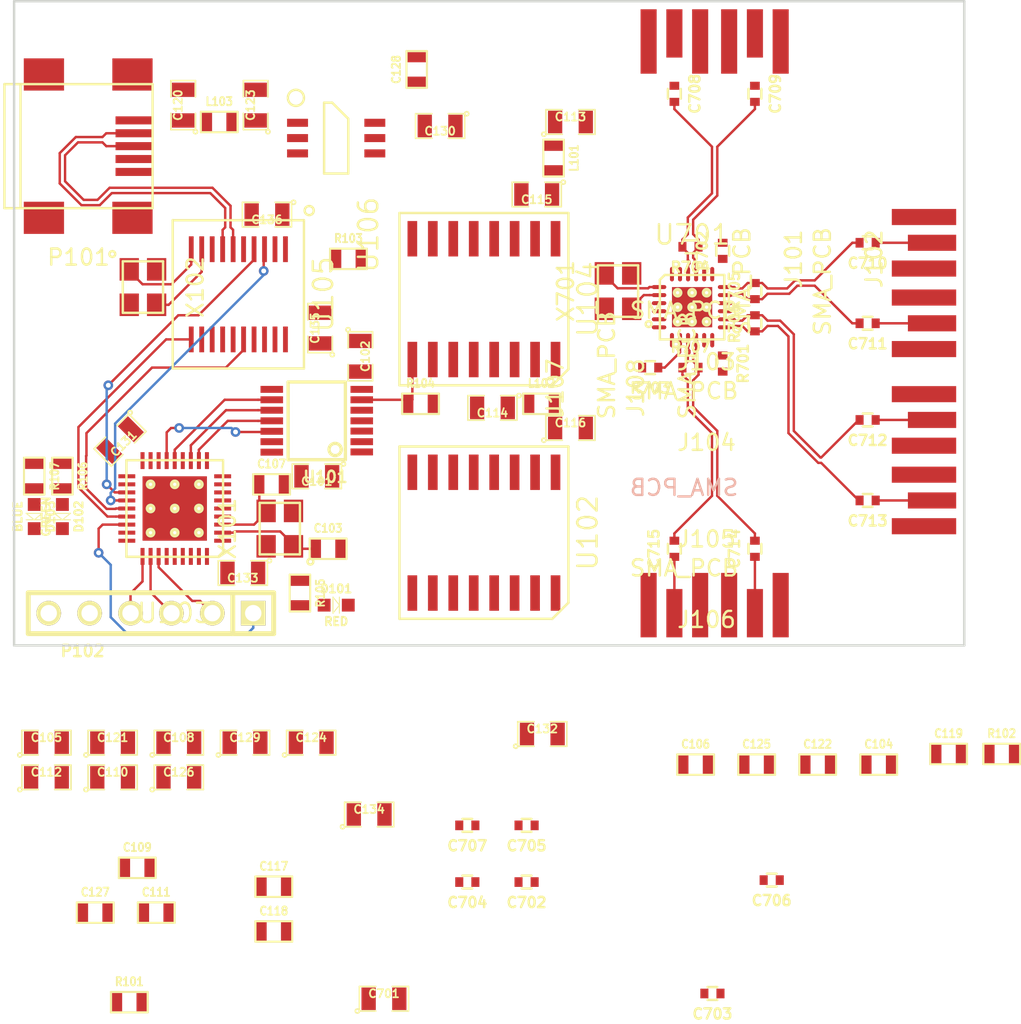
<source format=kicad_pcb>
(kicad_pcb (version 4) (host pcbnew 4.0.5)

  (general
    (links 253)
    (no_connects 190)
    (area 137.974999 84.464286 201.683002 149.171251)
    (thickness 1.6)
    (drawings 4)
    (tracks 256)
    (zones 0)
    (modules 91)
    (nets 92)
  )

  (page A4)
  (layers
    (0 F.Cu signal)
    (1 In1.Cu signal)
    (2 In2.Cu signal)
    (31 B.Cu signal)
    (32 B.Adhes user)
    (33 F.Adhes user)
    (34 B.Paste user)
    (35 F.Paste user)
    (36 B.SilkS user)
    (37 F.SilkS user)
    (38 B.Mask user)
    (39 F.Mask user)
    (40 Dwgs.User user)
    (41 Cmts.User user)
    (42 Eco1.User user)
    (43 Eco2.User user)
    (44 Edge.Cuts user)
    (45 Margin user)
    (46 B.CrtYd user)
    (47 F.CrtYd user)
    (48 B.Fab user)
    (49 F.Fab user hide)
  )

  (setup
    (last_trace_width 0.15)
    (trace_clearance 0.15)
    (zone_clearance 0.508)
    (zone_45_only no)
    (trace_min 0.15)
    (segment_width 0.2)
    (edge_width 0.15)
    (via_size 0.6)
    (via_drill 0.3)
    (via_min_size 0.4)
    (via_min_drill 0.3)
    (uvia_size 0.3)
    (uvia_drill 0.1)
    (uvias_allowed no)
    (uvia_min_size 0.2)
    (uvia_min_drill 0.1)
    (pcb_text_width 0.3)
    (pcb_text_size 1.5 1.5)
    (mod_edge_width 0.15)
    (mod_text_size 1 1)
    (mod_text_width 0.15)
    (pad_size 1.524 1.524)
    (pad_drill 0.762)
    (pad_to_mask_clearance 0)
    (aux_axis_origin 0 0)
    (visible_elements 7FFFFFFF)
    (pcbplotparams
      (layerselection 0x00030_80000001)
      (usegerberextensions false)
      (excludeedgelayer true)
      (linewidth 0.100000)
      (plotframeref false)
      (viasonmask false)
      (mode 1)
      (useauxorigin false)
      (hpglpennumber 1)
      (hpglpenspeed 20)
      (hpglpendiameter 15)
      (hpglpenoverlay 2)
      (psnegative false)
      (psa4output false)
      (plotreference true)
      (plotvalue true)
      (plotinvisibletext false)
      (padsonsilk false)
      (subtractmaskfromsilk false)
      (outputformat 1)
      (mirror false)
      (drillshape 1)
      (scaleselection 1)
      (outputdirectory ""))
  )

  (net 0 "")
  (net 1 GND)
  (net 2 +3V3)
  (net 3 "Net-(C103-Pad1)")
  (net 4 /DAC0)
  (net 5 /DAC1)
  (net 6 "Net-(C107-Pad1)")
  (net 7 /DAC2)
  (net 8 /DAC3)
  (net 9 +5V)
  (net 10 /PSU23)
  (net 11 /PSU01)
  (net 12 "Net-(C117-Pad1)")
  (net 13 "Net-(C118-Pad1)")
  (net 14 /VddO0)
  (net 15 /VddO1)
  (net 16 "Net-(C123-Pad1)")
  (net 17 /VddO2)
  (net 18 /VddO3)
  (net 19 "Net-(C128-Pad2)")
  (net 20 /SI5338/clk0_1_P)
  (net 21 /SI5338/CLK0_P)
  (net 22 /SI5338/clk0_1_N)
  (net 23 /SI5338/CLK0_N)
  (net 24 /SI5338/clk1_1_P)
  (net 25 /SI5338/CLK1_P)
  (net 26 /SI5338/clk1_1_N)
  (net 27 /SI5338/CLK1_N)
  (net 28 /SI5338/clk2_1_P)
  (net 29 /SI5338/CLK2_P)
  (net 30 /SI5338/clk2_1_N)
  (net 31 /SI5338/CLK2_N)
  (net 32 /SI5338/clk3_1_P)
  (net 33 /SI5338/CLK3_N)
  (net 34 /SI5338/clk3_1_N)
  (net 35 /SI5338/CLK3_P)
  (net 36 /SCL)
  (net 37 /SDA)
  (net 38 /5338_INT)
  (net 39 "Net-(U103-Pad4)")
  (net 40 "Net-(U103-Pad10)")
  (net 41 /CS_DAC)
  (net 42 /SCK_DAC)
  (net 43 "Net-(U103-Pad13)")
  (net 44 /MOSI_DAC)
  (net 45 /CLR_DAC)
  (net 46 "Net-(U103-Pad16)")
  (net 47 "Net-(U103-Pad17)")
  (net 48 "Net-(U103-Pad20)")
  (net 49 /US1_TX)
  (net 50 /US1_RX)
  (net 51 /US1_CTS)
  (net 52 /US1_RTS)
  (net 53 "Net-(U103-Pad31)")
  (net 54 "Net-(U103-Pad32)")
  (net 55 "Net-(U701-Pad1)")
  (net 56 "Net-(U701-Pad2)")
  (net 57 "Net-(U701-Pad5)")
  (net 58 /D_N)
  (net 59 /D_P)
  (net 60 "Net-(P101-Pad4)")
  (net 61 "Net-(U101-Pad1)")
  (net 62 "Net-(U101-Pad8)")
  (net 63 "Net-(U102-Pad3)")
  (net 64 "Net-(U102-Pad6)")
  (net 65 "Net-(U104-Pad3)")
  (net 66 "Net-(U104-Pad6)")
  (net 67 "Net-(U105-Pad20)")
  (net 68 "Net-(U105-Pad1)")
  (net 69 "Net-(U105-Pad2)")
  (net 70 "Net-(U105-Pad18)")
  (net 71 "Net-(U105-Pad17)")
  (net 72 "Net-(U105-Pad15)")
  (net 73 "Net-(U105-Pad14)")
  (net 74 "Net-(U105-Pad13)")
  (net 75 "Net-(U105-Pad12)")
  (net 76 "Net-(U102-Pad15)")
  (net 77 "Net-(U102-Pad14)")
  (net 78 "Net-(U102-Pad11)")
  (net 79 "Net-(U104-Pad15)")
  (net 80 "Net-(U104-Pad14)")
  (net 81 "Net-(U104-Pad11)")
  (net 82 "Net-(R105-Pad1)")
  (net 83 "Net-(R106-Pad1)")
  (net 84 "Net-(R107-Pad1)")
  (net 85 /TMS)
  (net 86 /TCK)
  (net 87 /TDI)
  (net 88 /TDO)
  (net 89 "Net-(D101-PadA)")
  (net 90 "Net-(D102-PadA)")
  (net 91 "Net-(D103-PadA)")

  (net_class Default "Ceci est la Netclass par défaut"
    (clearance 0.15)
    (trace_width 0.15)
    (via_dia 0.6)
    (via_drill 0.3)
    (uvia_dia 0.3)
    (uvia_drill 0.1)
    (add_net +3V3)
    (add_net +5V)
    (add_net /5338_INT)
    (add_net /CLR_DAC)
    (add_net /CS_DAC)
    (add_net /DAC0)
    (add_net /DAC1)
    (add_net /DAC2)
    (add_net /DAC3)
    (add_net /D_N)
    (add_net /D_P)
    (add_net /MOSI_DAC)
    (add_net /PSU01)
    (add_net /PSU23)
    (add_net /SCK_DAC)
    (add_net /SCL)
    (add_net /SDA)
    (add_net /SI5338/CLK0_N)
    (add_net /SI5338/CLK0_P)
    (add_net /SI5338/CLK1_N)
    (add_net /SI5338/CLK1_P)
    (add_net /SI5338/CLK2_N)
    (add_net /SI5338/CLK2_P)
    (add_net /SI5338/CLK3_N)
    (add_net /SI5338/CLK3_P)
    (add_net /SI5338/clk0_1_N)
    (add_net /SI5338/clk0_1_P)
    (add_net /SI5338/clk1_1_N)
    (add_net /SI5338/clk1_1_P)
    (add_net /SI5338/clk2_1_N)
    (add_net /SI5338/clk2_1_P)
    (add_net /SI5338/clk3_1_N)
    (add_net /SI5338/clk3_1_P)
    (add_net /TCK)
    (add_net /TDI)
    (add_net /TDO)
    (add_net /TMS)
    (add_net /US1_CTS)
    (add_net /US1_RTS)
    (add_net /US1_RX)
    (add_net /US1_TX)
    (add_net /VddO0)
    (add_net /VddO1)
    (add_net /VddO2)
    (add_net /VddO3)
    (add_net GND)
    (add_net "Net-(C103-Pad1)")
    (add_net "Net-(C107-Pad1)")
    (add_net "Net-(C117-Pad1)")
    (add_net "Net-(C118-Pad1)")
    (add_net "Net-(C123-Pad1)")
    (add_net "Net-(C128-Pad2)")
    (add_net "Net-(D101-PadA)")
    (add_net "Net-(D102-PadA)")
    (add_net "Net-(D103-PadA)")
    (add_net "Net-(P101-Pad4)")
    (add_net "Net-(R105-Pad1)")
    (add_net "Net-(R106-Pad1)")
    (add_net "Net-(R107-Pad1)")
    (add_net "Net-(U101-Pad1)")
    (add_net "Net-(U101-Pad8)")
    (add_net "Net-(U102-Pad11)")
    (add_net "Net-(U102-Pad14)")
    (add_net "Net-(U102-Pad15)")
    (add_net "Net-(U102-Pad3)")
    (add_net "Net-(U102-Pad6)")
    (add_net "Net-(U103-Pad10)")
    (add_net "Net-(U103-Pad13)")
    (add_net "Net-(U103-Pad16)")
    (add_net "Net-(U103-Pad17)")
    (add_net "Net-(U103-Pad20)")
    (add_net "Net-(U103-Pad31)")
    (add_net "Net-(U103-Pad32)")
    (add_net "Net-(U103-Pad4)")
    (add_net "Net-(U104-Pad11)")
    (add_net "Net-(U104-Pad14)")
    (add_net "Net-(U104-Pad15)")
    (add_net "Net-(U104-Pad3)")
    (add_net "Net-(U104-Pad6)")
    (add_net "Net-(U105-Pad1)")
    (add_net "Net-(U105-Pad12)")
    (add_net "Net-(U105-Pad13)")
    (add_net "Net-(U105-Pad14)")
    (add_net "Net-(U105-Pad15)")
    (add_net "Net-(U105-Pad17)")
    (add_net "Net-(U105-Pad18)")
    (add_net "Net-(U105-Pad2)")
    (add_net "Net-(U105-Pad20)")
    (add_net "Net-(U701-Pad1)")
    (add_net "Net-(U701-Pad2)")
    (add_net "Net-(U701-Pad5)")
  )

  (module QFN:QFN36_6x6_0.5mm (layer F.Cu) (tedit 0) (tstamp 58AE325D)
    (at 148.975 116.5 180)
    (path /58AEB95D)
    (fp_text reference U103 (at 0 -6.5 180) (layer F.SilkS)
      (effects (font (size 1.2 1.2) (thickness 0.15)))
    )
    (fp_text value STM32F103TB-QFN36 (at 0 6.5 180) (layer F.Fab)
      (effects (font (size 1.2 1.2) (thickness 0.15)))
    )
    (fp_line (start -2.7 -3) (end -3 -2.7) (layer F.SilkS) (width 0.15))
    (fp_line (start -3 -2.7) (end -3 3) (layer F.SilkS) (width 0.15))
    (fp_line (start -3 3) (end 3 3) (layer F.SilkS) (width 0.15))
    (fp_line (start 3 3) (end 3 -3) (layer F.SilkS) (width 0.15))
    (fp_line (start 3 -3) (end -2.7 -3) (layer F.SilkS) (width 0.15))
    (pad 37 smd rect (at 0 0 180) (size 4 4) (layers F.Cu F.Mask)
      (net 1 GND))
    (pad 37 thru_hole circle (at -1.5 -1.5 180) (size 0.6 0.6) (drill 0.2) (layers *.Cu *.Mask F.SilkS)
      (net 1 GND))
    (pad 37 thru_hole circle (at -1.5 0 180) (size 0.6 0.6) (drill 0.2) (layers *.Cu *.Mask F.SilkS)
      (net 1 GND))
    (pad 37 thru_hole circle (at -1.5 1.5 180) (size 0.6 0.6) (drill 0.2) (layers *.Cu *.Mask F.SilkS)
      (net 1 GND))
    (pad 37 thru_hole circle (at 0 -1.5 180) (size 0.6 0.6) (drill 0.2) (layers *.Cu *.Mask F.SilkS)
      (net 1 GND))
    (pad 37 thru_hole circle (at 0 0 180) (size 0.6 0.6) (drill 0.2) (layers *.Cu *.Mask F.SilkS)
      (net 1 GND))
    (pad 37 thru_hole circle (at 0 1.5 180) (size 0.6 0.6) (drill 0.2) (layers *.Cu *.Mask F.SilkS)
      (net 1 GND))
    (pad 37 thru_hole circle (at 1.5 -1.5 180) (size 0.6 0.6) (drill 0.2) (layers *.Cu *.Mask F.SilkS)
      (net 1 GND))
    (pad 37 thru_hole circle (at 1.5 0 180) (size 0.6 0.6) (drill 0.2) (layers *.Cu *.Mask F.SilkS)
      (net 1 GND))
    (pad 37 thru_hole circle (at 1.5 1.5 180) (size 0.6 0.6) (drill 0.2) (layers *.Cu *.Mask F.SilkS)
      (net 1 GND))
    (pad ~ smd rect (at -1.646446 -1.646446 180) (size 0.707106 0.707106) (layers F.Paste))
    (pad ~ smd rect (at -1.646446 -0.548815 180) (size 0.707106 0.707106) (layers F.Paste))
    (pad ~ smd rect (at -1.646446 0.548815 180) (size 0.707106 0.707106) (layers F.Paste))
    (pad ~ smd rect (at -1.646446 1.646446 180) (size 0.707106 0.707106) (layers F.Paste))
    (pad ~ smd rect (at -0.548815 -1.646446 180) (size 0.707106 0.707106) (layers F.Paste))
    (pad ~ smd rect (at -0.548815 -0.548815 180) (size 0.707106 0.707106) (layers F.Paste))
    (pad ~ smd rect (at -0.548815 0.548815 180) (size 0.707106 0.707106) (layers F.Paste))
    (pad ~ smd rect (at -0.548815 1.646446 180) (size 0.707106 0.707106) (layers F.Paste))
    (pad ~ smd rect (at 0.548815 -1.646446 180) (size 0.707106 0.707106) (layers F.Paste))
    (pad ~ smd rect (at 0.548815 -0.548815 180) (size 0.707106 0.707106) (layers F.Paste))
    (pad ~ smd rect (at 0.548815 0.548815 180) (size 0.707106 0.707106) (layers F.Paste))
    (pad ~ smd rect (at 0.548815 1.646446 180) (size 0.707106 0.707106) (layers F.Paste))
    (pad ~ smd rect (at 1.646446 -1.646446 180) (size 0.707106 0.707106) (layers F.Paste))
    (pad ~ smd rect (at 1.646446 -0.548815 180) (size 0.707106 0.707106) (layers F.Paste))
    (pad ~ smd rect (at 1.646446 0.548815 180) (size 0.707106 0.707106) (layers F.Paste))
    (pad ~ smd rect (at 1.646446 1.646446 180) (size 0.707106 0.707106) (layers F.Paste))
    (pad 1 smd rect (at -2.975 -2 180) (size 1.05 0.25) (layers F.Cu F.Paste F.Mask)
      (net 2 +3V3))
    (pad 2 smd rect (at -2.975 -1.5 180) (size 1.05 0.25) (layers F.Cu F.Paste F.Mask)
      (net 3 "Net-(C103-Pad1)"))
    (pad 3 smd rect (at -2.975 -1 180) (size 1.05 0.25) (layers F.Cu F.Paste F.Mask)
      (net 6 "Net-(C107-Pad1)"))
    (pad 4 smd rect (at -2.975 -0.5 180) (size 1.05 0.25) (layers F.Cu F.Paste F.Mask)
      (net 39 "Net-(U103-Pad4)"))
    (pad 5 smd rect (at -2.975 0 180) (size 1.05 0.25) (layers F.Cu F.Paste F.Mask)
      (net 1 GND))
    (pad 6 smd rect (at -2.975 0.5 180) (size 1.05 0.25) (layers F.Cu F.Paste F.Mask)
      (net 2 +3V3))
    (pad 7 smd rect (at -2.975 1 180) (size 1.05 0.25) (layers F.Cu F.Paste F.Mask)
      (net 82 "Net-(R105-Pad1)"))
    (pad 8 smd rect (at -2.975 1.5 180) (size 1.05 0.25) (layers F.Cu F.Paste F.Mask)
      (net 83 "Net-(R106-Pad1)"))
    (pad 9 smd rect (at -2.975 2 180) (size 1.05 0.25) (layers F.Cu F.Paste F.Mask)
      (net 84 "Net-(R107-Pad1)"))
    (pad 10 smd rect (at -2 2.975 180) (size 0.25 1.05) (layers F.Cu F.Paste F.Mask)
      (net 40 "Net-(U103-Pad10)"))
    (pad 11 smd rect (at -1.5 2.975 180) (size 0.25 1.05) (layers F.Cu F.Paste F.Mask)
      (net 41 /CS_DAC))
    (pad 12 smd rect (at -1 2.975 180) (size 0.25 1.05) (layers F.Cu F.Paste F.Mask)
      (net 42 /SCK_DAC))
    (pad 13 smd rect (at -0.5 2.975 180) (size 0.25 1.05) (layers F.Cu F.Paste F.Mask)
      (net 43 "Net-(U103-Pad13)"))
    (pad 14 smd rect (at 0 2.975 180) (size 0.25 1.05) (layers F.Cu F.Paste F.Mask)
      (net 44 /MOSI_DAC))
    (pad 15 smd rect (at 0.5 2.975 180) (size 0.25 1.05) (layers F.Cu F.Paste F.Mask)
      (net 45 /CLR_DAC))
    (pad 16 smd rect (at 1 2.975 180) (size 0.25 1.05) (layers F.Cu F.Paste F.Mask)
      (net 46 "Net-(U103-Pad16)"))
    (pad 17 smd rect (at 1.5 2.975 180) (size 0.25 1.05) (layers F.Cu F.Paste F.Mask)
      (net 47 "Net-(U103-Pad17)"))
    (pad 18 smd rect (at 2 2.975 180) (size 0.25 1.05) (layers F.Cu F.Paste F.Mask)
      (net 1 GND))
    (pad 19 smd rect (at 2.975 2 180) (size 1.05 0.25) (layers F.Cu F.Paste F.Mask)
      (net 2 +3V3))
    (pad 20 smd rect (at 2.975 1.5 180) (size 1.05 0.25) (layers F.Cu F.Paste F.Mask)
      (net 48 "Net-(U103-Pad20)"))
    (pad 21 smd rect (at 2.975 1 180) (size 1.05 0.25) (layers F.Cu F.Paste F.Mask)
      (net 49 /US1_TX))
    (pad 22 smd rect (at 2.975 0.5 180) (size 1.05 0.25) (layers F.Cu F.Paste F.Mask)
      (net 50 /US1_RX))
    (pad 23 smd rect (at 2.975 0 180) (size 1.05 0.25) (layers F.Cu F.Paste F.Mask)
      (net 51 /US1_CTS))
    (pad 24 smd rect (at 2.975 -0.5 180) (size 1.05 0.25) (layers F.Cu F.Paste F.Mask)
      (net 52 /US1_RTS))
    (pad 25 smd rect (at 2.975 -1 180) (size 1.05 0.25) (layers F.Cu F.Paste F.Mask)
      (net 85 /TMS))
    (pad 26 smd rect (at 2.975 -1.5 180) (size 1.05 0.25) (layers F.Cu F.Paste F.Mask)
      (net 1 GND))
    (pad 27 smd rect (at 2.975 -2 180) (size 1.05 0.25) (layers F.Cu F.Paste F.Mask)
      (net 2 +3V3))
    (pad 28 smd rect (at 2 -2.975 180) (size 0.25 1.05) (layers F.Cu F.Paste F.Mask)
      (net 86 /TCK))
    (pad 29 smd rect (at 1.5 -2.975 180) (size 0.25 1.05) (layers F.Cu F.Paste F.Mask)
      (net 87 /TDI))
    (pad 30 smd rect (at 1 -2.975 180) (size 0.25 1.05) (layers F.Cu F.Paste F.Mask)
      (net 88 /TDO))
    (pad 31 smd rect (at 0.5 -2.975 180) (size 0.25 1.05) (layers F.Cu F.Paste F.Mask)
      (net 53 "Net-(U103-Pad31)"))
    (pad 32 smd rect (at 0 -2.975 180) (size 0.25 1.05) (layers F.Cu F.Paste F.Mask)
      (net 54 "Net-(U103-Pad32)"))
    (pad 33 smd rect (at -0.5 -2.975 180) (size 0.25 1.05) (layers F.Cu F.Paste F.Mask)
      (net 36 /SCL))
    (pad 34 smd rect (at -1 -2.975 180) (size 0.25 1.05) (layers F.Cu F.Paste F.Mask)
      (net 37 /SDA))
    (pad 35 smd rect (at -1.5 -2.975 180) (size 0.25 1.05) (layers F.Cu F.Paste F.Mask)
      (net 1 GND))
    (pad 36 smd rect (at -2 -2.975 180) (size 0.25 1.05) (layers F.Cu F.Paste F.Mask)
      (net 1 GND))
  )

  (module QFN:QFN24_4x4_9vias (layer F.Cu) (tedit 0) (tstamp 58AE3293)
    (at 181.1 104)
    (path /58AB73A8/5718D49A)
    (fp_text reference U701 (at 0 -4.5) (layer F.SilkS)
      (effects (font (size 1.2 1.2) (thickness 0.15)))
    )
    (fp_text value Si5338 (at 0 4.5) (layer F.Fab)
      (effects (font (size 1.2 1.2) (thickness 0.15)))
    )
    (fp_line (start -1.7 -2) (end -2 -1.7) (layer F.SilkS) (width 0.15))
    (fp_line (start -2 -1.7) (end -2 2) (layer F.SilkS) (width 0.15))
    (fp_line (start -2 2) (end 2 2) (layer F.SilkS) (width 0.15))
    (fp_line (start 2 2) (end 2 -2) (layer F.SilkS) (width 0.15))
    (fp_line (start 2 -2) (end -1.7 -2) (layer F.SilkS) (width 0.15))
    (pad 25 smd rect (at 0 0) (size 2.5 2.5) (layers F.Cu F.Mask)
      (net 1 GND))
    (pad 25 thru_hole circle (at -0.9 -0.9) (size 0.6 0.6) (drill 0.2) (layers *.Cu *.Mask F.SilkS)
      (net 1 GND))
    (pad 25 thru_hole circle (at -0.9 0) (size 0.6 0.6) (drill 0.2) (layers *.Cu *.Mask F.SilkS)
      (net 1 GND))
    (pad 25 thru_hole circle (at -0.9 0.9) (size 0.6 0.6) (drill 0.2) (layers *.Cu *.Mask F.SilkS)
      (net 1 GND))
    (pad 25 thru_hole circle (at 0 -0.9) (size 0.6 0.6) (drill 0.2) (layers *.Cu *.Mask F.SilkS)
      (net 1 GND))
    (pad 25 thru_hole circle (at 0 0) (size 0.6 0.6) (drill 0.2) (layers *.Cu *.Mask F.SilkS)
      (net 1 GND))
    (pad 25 thru_hole circle (at 0 0.9) (size 0.6 0.6) (drill 0.2) (layers *.Cu *.Mask F.SilkS)
      (net 1 GND))
    (pad 25 thru_hole circle (at 0.9 -0.9) (size 0.6 0.6) (drill 0.2) (layers *.Cu *.Mask F.SilkS)
      (net 1 GND))
    (pad 25 thru_hole circle (at 0.9 0) (size 0.6 0.6) (drill 0.2) (layers *.Cu *.Mask F.SilkS)
      (net 1 GND))
    (pad 25 thru_hole circle (at 0.9 0.9) (size 0.6 0.6) (drill 0.2) (layers *.Cu *.Mask F.SilkS)
      (net 1 GND))
    (pad ~ smd rect (at -1.029029 -1.029029) (size 0.441941 0.441941) (layers F.Paste))
    (pad ~ smd rect (at -1.029029 -0.343009) (size 0.441941 0.441941) (layers F.Paste))
    (pad ~ smd rect (at -1.029029 0.343009) (size 0.441941 0.441941) (layers F.Paste))
    (pad ~ smd rect (at -1.029029 1.029029) (size 0.441941 0.441941) (layers F.Paste))
    (pad ~ smd rect (at -0.343009 -1.029029) (size 0.441941 0.441941) (layers F.Paste))
    (pad ~ smd rect (at -0.343009 -0.343009) (size 0.441941 0.441941) (layers F.Paste))
    (pad ~ smd rect (at -0.343009 0.343009) (size 0.441941 0.441941) (layers F.Paste))
    (pad ~ smd rect (at -0.343009 1.029029) (size 0.441941 0.441941) (layers F.Paste))
    (pad ~ smd rect (at 0.343009 -1.029029) (size 0.441941 0.441941) (layers F.Paste))
    (pad ~ smd rect (at 0.343009 -0.343009) (size 0.441941 0.441941) (layers F.Paste))
    (pad ~ smd rect (at 0.343009 0.343009) (size 0.441941 0.441941) (layers F.Paste))
    (pad ~ smd rect (at 0.343009 1.029029) (size 0.441941 0.441941) (layers F.Paste))
    (pad ~ smd rect (at 1.029029 -1.029029) (size 0.441941 0.441941) (layers F.Paste))
    (pad ~ smd rect (at 1.029029 -0.343009) (size 0.441941 0.441941) (layers F.Paste))
    (pad ~ smd rect (at 1.029029 0.343009) (size 0.441941 0.441941) (layers F.Paste))
    (pad ~ smd rect (at 1.029029 1.029029) (size 0.441941 0.441941) (layers F.Paste))
    (pad 1 smd oval (at -2.05 -1.25) (size 0.9 0.25) (layers F.Cu F.Paste F.Mask)
      (net 55 "Net-(U701-Pad1)"))
    (pad 2 smd oval (at -2.05 -0.75) (size 0.9 0.25) (layers F.Cu F.Paste F.Mask)
      (net 56 "Net-(U701-Pad2)"))
    (pad 3 smd oval (at -2.05 -0.25) (size 0.9 0.25) (layers F.Cu F.Paste F.Mask)
      (net 1 GND))
    (pad 4 smd oval (at -2.05 0.25) (size 0.9 0.25) (layers F.Cu F.Paste F.Mask)
      (net 1 GND))
    (pad 5 smd oval (at -2.05 0.75) (size 0.9 0.25) (layers F.Cu F.Paste F.Mask)
      (net 57 "Net-(U701-Pad5)"))
    (pad 6 smd oval (at -2.05 1.25) (size 0.9 0.25) (layers F.Cu F.Paste F.Mask)
      (net 1 GND))
    (pad 7 smd oval (at -1.25 2.05) (size 0.25 0.9) (layers F.Cu F.Paste F.Mask)
      (net 2 +3V3))
    (pad 8 smd oval (at -0.75 2.05) (size 0.25 0.9) (layers F.Cu F.Paste F.Mask)
      (net 38 /5338_INT))
    (pad 9 smd oval (at -0.25 2.05) (size 0.25 0.9) (layers F.Cu F.Paste F.Mask)
      (net 34 /SI5338/clk3_1_N))
    (pad 10 smd oval (at 0.25 2.05) (size 0.25 0.9) (layers F.Cu F.Paste F.Mask)
      (net 32 /SI5338/clk3_1_P))
    (pad 11 smd oval (at 0.75 2.05) (size 0.25 0.9) (layers F.Cu F.Paste F.Mask)
      (net 18 /VddO3))
    (pad 12 smd oval (at 1.25 2.05) (size 0.25 0.9) (layers F.Cu F.Paste F.Mask)
      (net 36 /SCL))
    (pad 13 smd oval (at 2.05 1.25) (size 0.9 0.25) (layers F.Cu F.Paste F.Mask)
      (net 30 /SI5338/clk2_1_N))
    (pad 14 smd oval (at 2.05 0.75) (size 0.9 0.25) (layers F.Cu F.Paste F.Mask)
      (net 28 /SI5338/clk2_1_P))
    (pad 15 smd oval (at 2.05 0.25) (size 0.9 0.25) (layers F.Cu F.Paste F.Mask)
      (net 17 /VddO2))
    (pad 16 smd oval (at 2.05 -0.25) (size 0.9 0.25) (layers F.Cu F.Paste F.Mask)
      (net 15 /VddO1))
    (pad 17 smd oval (at 2.05 -0.75) (size 0.9 0.25) (layers F.Cu F.Paste F.Mask)
      (net 26 /SI5338/clk1_1_N))
    (pad 18 smd oval (at 2.05 -1.25) (size 0.9 0.25) (layers F.Cu F.Paste F.Mask)
      (net 24 /SI5338/clk1_1_P))
    (pad 19 smd oval (at 1.25 -2.05) (size 0.25 0.9) (layers F.Cu F.Paste F.Mask)
      (net 37 /SDA))
    (pad 20 smd oval (at 0.75 -2.05) (size 0.25 0.9) (layers F.Cu F.Paste F.Mask)
      (net 14 /VddO0))
    (pad 21 smd oval (at 0.25 -2.05) (size 0.25 0.9) (layers F.Cu F.Paste F.Mask)
      (net 22 /SI5338/clk0_1_N))
    (pad 22 smd oval (at -0.25 -2.05) (size 0.25 0.9) (layers F.Cu F.Paste F.Mask)
      (net 20 /SI5338/clk0_1_P))
    (pad 23 smd oval (at -0.75 -2.05) (size 0.25 0.9) (layers F.Cu F.Paste F.Mask)
      (net 1 GND))
    (pad 24 smd oval (at -1.25 -2.05) (size 0.25 0.9) (layers F.Cu F.Paste F.Mask)
      (net 2 +3V3))
  )

  (module Xtal_SMD:xtal_3.2x2.5 (layer F.Cu) (tedit 54DF5DC4) (tstamp 58AE329B)
    (at 176.5 103 90)
    (path /58AB73A8/57189E2E)
    (fp_text reference X701 (at 0 -3.25 90) (layer F.SilkS)
      (effects (font (size 1 1) (thickness 0.15)))
    )
    (fp_text value 25MHz (at 8.75 -4.5 90) (layer F.SilkS) hide
      (effects (font (size 1 1) (thickness 0.15)))
    )
    (fp_circle (center -2.05 1.9) (end -1.95 2.05) (layer F.SilkS) (width 0.15))
    (fp_line (start -1.6 -1.25) (end 1.6 -1.25) (layer F.SilkS) (width 0.15))
    (fp_line (start 1.6 -1.25) (end 1.6 1.25) (layer F.SilkS) (width 0.15))
    (fp_line (start 1.6 1.25) (end -1.6 1.25) (layer F.SilkS) (width 0.15))
    (fp_line (start -1.6 1.25) (end -1.6 -1.25) (layer F.SilkS) (width 0.15))
    (pad 1 smd rect (at -1.1 0.85 90) (size 1.4 1.2) (layers F.Cu F.Paste F.Mask)
      (net 56 "Net-(U701-Pad2)"))
    (pad 2 smd rect (at 1.1 0.85 90) (size 1.4 1.2) (layers F.Cu F.Paste F.Mask)
      (net 1 GND))
    (pad 3 smd rect (at 1.1 -0.85 90) (size 1.4 1.2) (layers F.Cu F.Paste F.Mask)
      (net 55 "Net-(U701-Pad1)"))
    (pad 4 smd rect (at -1.1 -0.85 90) (size 1.4 1.2) (layers F.Cu F.Paste F.Mask)
      (net 1 GND))
  )

  (module Connectors_RF:Border_Antenna (layer F.Cu) (tedit 58AE2D5C) (tstamp 58AE5F87)
    (at 180 87 270)
    (path /58B1D21E)
    (fp_text reference J101 (at 14 -7.4 270) (layer F.SilkS)
      (effects (font (size 1 1) (thickness 0.15)))
    )
    (fp_text value SMA_PCB (at 15.4 -4.2 270) (layer F.SilkS)
      (effects (font (size 1 1) (thickness 0.15)))
    )
    (pad 1 smd rect (at 0 0 270) (size 3 1) (layers F.Cu F.Paste F.Mask)
      (net 21 /SI5338/CLK0_P))
    (pad 2 smd rect (at 0.5 -1.6 270) (size 4 1) (layers F.Cu F.Paste F.Mask)
      (net 1 GND))
    (pad 2 smd rect (at 0.5 1.6 270) (size 4 1) (layers F.Cu F.Paste F.Mask)
      (net 1 GND))
  )

  (module Connectors_RF:Border_Antenna (layer F.Cu) (tedit 58AE2D5C) (tstamp 58AE5F8E)
    (at 185 87 270)
    (path /58B1E176)
    (fp_text reference J102 (at 14 -7.4 270) (layer F.SilkS)
      (effects (font (size 1 1) (thickness 0.15)))
    )
    (fp_text value SMA_PCB (at 15.4 -4.2 270) (layer F.SilkS)
      (effects (font (size 1 1) (thickness 0.15)))
    )
    (pad 1 smd rect (at 0 0 270) (size 3 1) (layers F.Cu F.Paste F.Mask)
      (net 23 /SI5338/CLK0_N))
    (pad 2 smd rect (at 0.5 -1.6 270) (size 4 1) (layers F.Cu F.Paste F.Mask)
      (net 1 GND))
    (pad 2 smd rect (at 0.5 1.6 270) (size 4 1) (layers F.Cu F.Paste F.Mask)
      (net 1 GND))
  )

  (module Connectors_RF:Border_Antenna (layer F.Cu) (tedit 58AE2D5C) (tstamp 58AE5F95)
    (at 196 100 180)
    (path /58B1EAF9)
    (fp_text reference J103 (at 14 -7.4 180) (layer F.SilkS)
      (effects (font (size 1 1) (thickness 0.15)))
    )
    (fp_text value SMA_PCB (at 15.4 -4.2 180) (layer F.SilkS)
      (effects (font (size 1 1) (thickness 0.15)))
    )
    (pad 1 smd rect (at 0 0 180) (size 3 1) (layers F.Cu F.Paste F.Mask)
      (net 25 /SI5338/CLK1_P))
    (pad 2 smd rect (at 0.5 -1.6 180) (size 4 1) (layers F.Cu F.Paste F.Mask)
      (net 1 GND))
    (pad 2 smd rect (at 0.5 1.6 180) (size 4 1) (layers F.Cu F.Paste F.Mask)
      (net 1 GND))
  )

  (module Connectors_RF:Border_Antenna (layer F.Cu) (tedit 58AE2D5C) (tstamp 58AE5F9C)
    (at 196 105 180)
    (path /58B1EAFF)
    (fp_text reference J104 (at 14 -7.4 180) (layer F.SilkS)
      (effects (font (size 1 1) (thickness 0.15)))
    )
    (fp_text value SMA_PCB (at 15.4 -4.2 180) (layer F.SilkS)
      (effects (font (size 1 1) (thickness 0.15)))
    )
    (pad 1 smd rect (at 0 0 180) (size 3 1) (layers F.Cu F.Paste F.Mask)
      (net 27 /SI5338/CLK1_N))
    (pad 2 smd rect (at 0.5 -1.6 180) (size 4 1) (layers F.Cu F.Paste F.Mask)
      (net 1 GND))
    (pad 2 smd rect (at 0.5 1.6 180) (size 4 1) (layers F.Cu F.Paste F.Mask)
      (net 1 GND))
  )

  (module Connectors_RF:Border_Antenna (layer F.Cu) (tedit 58AE2D5C) (tstamp 58AE5FA3)
    (at 196 111 180)
    (path /58B1EED5)
    (fp_text reference J105 (at 14 -7.4 180) (layer F.SilkS)
      (effects (font (size 1 1) (thickness 0.15)))
    )
    (fp_text value SMA_PCB (at 15.4 -4.2 180) (layer B.SilkS)
      (effects (font (size 1 1) (thickness 0.15)) (justify mirror))
    )
    (pad 1 smd rect (at 0 0 180) (size 3 1) (layers F.Cu F.Paste F.Mask)
      (net 29 /SI5338/CLK2_P))
    (pad 2 smd rect (at 0.5 -1.6 180) (size 4 1) (layers F.Cu F.Paste F.Mask)
      (net 1 GND))
    (pad 2 smd rect (at 0.5 1.6 180) (size 4 1) (layers F.Cu F.Paste F.Mask)
      (net 1 GND))
  )

  (module Connectors_RF:Border_Antenna (layer F.Cu) (tedit 58AE2D5C) (tstamp 58AE5FAA)
    (at 196 116 180)
    (path /58B1EEDB)
    (fp_text reference J106 (at 14 -7.4 180) (layer F.SilkS)
      (effects (font (size 1 1) (thickness 0.15)))
    )
    (fp_text value SMA_PCB (at 15.4 -4.2 180) (layer F.SilkS)
      (effects (font (size 1 1) (thickness 0.15)))
    )
    (pad 1 smd rect (at 0 0 180) (size 3 1) (layers F.Cu F.Paste F.Mask)
      (net 31 /SI5338/CLK2_N))
    (pad 2 smd rect (at 0.5 -1.6 180) (size 4 1) (layers F.Cu F.Paste F.Mask)
      (net 1 GND))
    (pad 2 smd rect (at 0.5 1.6 180) (size 4 1) (layers F.Cu F.Paste F.Mask)
      (net 1 GND))
  )

  (module Connectors_RF:Border_Antenna (layer F.Cu) (tedit 58AE2D5C) (tstamp 58AE5FB1)
    (at 180 123 90)
    (path /58B1EEE1)
    (fp_text reference J107 (at 14 -7.4 90) (layer F.SilkS)
      (effects (font (size 1 1) (thickness 0.15)))
    )
    (fp_text value SMA_PCB (at 15.4 -4.2 90) (layer F.SilkS)
      (effects (font (size 1 1) (thickness 0.15)))
    )
    (pad 1 smd rect (at 0 0 90) (size 3 1) (layers F.Cu F.Paste F.Mask)
      (net 35 /SI5338/CLK3_P))
    (pad 2 smd rect (at 0.5 -1.6 90) (size 4 1) (layers F.Cu F.Paste F.Mask)
      (net 1 GND))
    (pad 2 smd rect (at 0.5 1.6 90) (size 4 1) (layers F.Cu F.Paste F.Mask)
      (net 1 GND))
  )

  (module Connectors_RF:Border_Antenna (layer F.Cu) (tedit 58AE2D5C) (tstamp 58AE5FB8)
    (at 185 123 90)
    (path /58B1EEE7)
    (fp_text reference J108 (at 14 -7.4 90) (layer F.SilkS)
      (effects (font (size 1 1) (thickness 0.15)))
    )
    (fp_text value SMA_PCB (at 15.4 -4.2 90) (layer F.SilkS)
      (effects (font (size 1 1) (thickness 0.15)))
    )
    (pad 1 smd rect (at 0 0 90) (size 3 1) (layers F.Cu F.Paste F.Mask)
      (net 33 /SI5338/CLK3_N))
    (pad 2 smd rect (at 0.5 -1.6 90) (size 4 1) (layers F.Cu F.Paste F.Mask)
      (net 1 GND))
    (pad 2 smd rect (at 0.5 1.6 90) (size 4 1) (layers F.Cu F.Paste F.Mask)
      (net 1 GND))
  )

  (module Connectors:USB_Mini-B (layer F.Cu) (tedit 5543E571) (tstamp 58AE5FC7)
    (at 143 94)
    (descr "USB Mini-B 5-pin SMD connector")
    (tags "USB USB_B USB_Mini connector")
    (path /58AEF4E6)
    (attr smd)
    (fp_text reference P101 (at 0 6.90118) (layer F.SilkS)
      (effects (font (size 1 1) (thickness 0.15)))
    )
    (fp_text value USB_OTG (at 0 -7.0993) (layer F.Fab)
      (effects (font (size 1 1) (thickness 0.15)))
    )
    (fp_line (start -4.85 -5.7) (end 4.85 -5.7) (layer F.CrtYd) (width 0.05))
    (fp_line (start 4.85 -5.7) (end 4.85 5.7) (layer F.CrtYd) (width 0.05))
    (fp_line (start 4.85 5.7) (end -4.85 5.7) (layer F.CrtYd) (width 0.05))
    (fp_line (start -4.85 5.7) (end -4.85 -5.7) (layer F.CrtYd) (width 0.05))
    (fp_line (start -3.59918 -3.85064) (end -3.59918 3.85064) (layer F.SilkS) (width 0.15))
    (fp_line (start -4.59994 -3.85064) (end -4.59994 3.85064) (layer F.SilkS) (width 0.15))
    (fp_line (start -4.59994 3.85064) (end 4.59994 3.85064) (layer F.SilkS) (width 0.15))
    (fp_line (start 4.59994 3.85064) (end 4.59994 -3.85064) (layer F.SilkS) (width 0.15))
    (fp_line (start 4.59994 -3.85064) (end -4.59994 -3.85064) (layer F.SilkS) (width 0.15))
    (pad 1 smd rect (at 3.44932 -1.6002) (size 2.30124 0.50038) (layers F.Cu F.Paste F.Mask)
      (net 9 +5V))
    (pad 2 smd rect (at 3.44932 -0.8001) (size 2.30124 0.50038) (layers F.Cu F.Paste F.Mask)
      (net 58 /D_N))
    (pad 3 smd rect (at 3.44932 0) (size 2.30124 0.50038) (layers F.Cu F.Paste F.Mask)
      (net 59 /D_P))
    (pad 4 smd rect (at 3.44932 0.8001) (size 2.30124 0.50038) (layers F.Cu F.Paste F.Mask)
      (net 60 "Net-(P101-Pad4)"))
    (pad 5 smd rect (at 3.44932 1.6002) (size 2.30124 0.50038) (layers F.Cu F.Paste F.Mask)
      (net 1 GND))
    (pad 6 smd rect (at 3.35026 -4.45008) (size 2.49936 1.99898) (layers F.Cu F.Paste F.Mask)
      (net 1 GND))
    (pad 6 smd rect (at -2.14884 -4.45008) (size 2.49936 1.99898) (layers F.Cu F.Paste F.Mask)
      (net 1 GND))
    (pad 6 smd rect (at 3.35026 4.45008) (size 2.49936 1.99898) (layers F.Cu F.Paste F.Mask)
      (net 1 GND))
    (pad 6 smd rect (at -2.14884 4.45008) (size 2.49936 1.99898) (layers F.Cu F.Paste F.Mask)
      (net 1 GND))
    (pad "" np_thru_hole circle (at 0.8509 -2.19964) (size 0.89916 0.89916) (drill 0.89916) (layers *.Cu *.Mask))
    (pad "" np_thru_hole circle (at 0.8509 2.19964) (size 0.89916 0.89916) (drill 0.89916) (layers *.Cu *.Mask))
  )

  (module SSOP:SSOP14 (layer F.Cu) (tedit 54CD91F2) (tstamp 58AE5FD9)
    (at 157.794 111.0569 90)
    (path /58AF1800)
    (attr smd)
    (fp_text reference U101 (at -3.48 0.54 360) (layer F.SilkS)
      (effects (font (size 0.7 0.7) (thickness 0.152)))
    )
    (fp_text value MAX5713/4/5-TSSOP14 (at 0 0.508 90) (layer F.SilkS) hide
      (effects (font (size 0.762 0.762) (thickness 0.1905)))
    )
    (fp_line (start -2.413 -1.778) (end 2.413 -1.778) (layer F.SilkS) (width 0.2032))
    (fp_line (start 2.413 -1.778) (end 2.413 1.778) (layer F.SilkS) (width 0.2032))
    (fp_line (start 2.413 1.778) (end -2.413 1.778) (layer F.SilkS) (width 0.2032))
    (fp_line (start -2.413 1.778) (end -2.413 -1.778) (layer F.SilkS) (width 0.2032))
    (fp_circle (center -1.778 1.143) (end -2.159 1.143) (layer F.SilkS) (width 0.2032))
    (pad 1 smd rect (at -1.9304 2.794 90) (size 0.4318 1.397) (layers F.Cu F.Paste F.Mask)
      (net 61 "Net-(U101-Pad1)"))
    (pad 2 smd rect (at -1.2954 2.794 90) (size 0.4318 1.397) (layers F.Cu F.Paste F.Mask)
      (net 4 /DAC0))
    (pad 3 smd rect (at -0.635 2.794 90) (size 0.4318 1.397) (layers F.Cu F.Paste F.Mask)
      (net 5 /DAC1))
    (pad 4 smd rect (at 0 2.794 90) (size 0.4318 1.397) (layers F.Cu F.Paste F.Mask)
      (net 1 GND))
    (pad 5 smd rect (at 0.6604 2.794 90) (size 0.4318 1.397) (layers F.Cu F.Paste F.Mask)
      (net 7 /DAC2))
    (pad 6 smd rect (at 1.3081 2.794 90) (size 0.4318 1.397) (layers F.Cu F.Paste F.Mask)
      (net 8 /DAC3))
    (pad 7 smd rect (at 1.9558 2.794 90) (size 0.4318 1.397) (layers F.Cu F.Paste F.Mask)
      (net 2 +3V3))
    (pad 8 smd rect (at 1.9558 -2.794 90) (size 0.4318 1.397) (layers F.Cu F.Paste F.Mask)
      (net 62 "Net-(U101-Pad8)"))
    (pad 9 smd rect (at 1.3081 -2.794 90) (size 0.4318 1.397) (layers F.Cu F.Paste F.Mask)
      (net 44 /MOSI_DAC))
    (pad 10 smd rect (at 0.6604 -2.794 90) (size 0.4318 1.397) (layers F.Cu F.Paste F.Mask)
      (net 42 /SCK_DAC))
    (pad 11 smd rect (at 0 -2.794 90) (size 0.4318 1.397) (layers F.Cu F.Paste F.Mask)
      (net 41 /CS_DAC))
    (pad 12 smd rect (at -0.6477 -2.794 90) (size 0.4318 1.397) (layers F.Cu F.Paste F.Mask)
      (net 45 /CLR_DAC))
    (pad 13 smd rect (at -1.2954 -2.794 90) (size 0.4318 1.397) (layers F.Cu F.Paste F.Mask)
      (net 2 +3V3))
    (pad 14 smd rect (at -1.9431 -2.794 90) (size 0.4318 1.397) (layers F.Cu F.Paste F.Mask)
      (net 2 +3V3))
    (model smd/cms_so14.wrl
      (at (xyz 0 0 0))
      (scale (xyz 0.25 0.35 0.25))
      (rotate (xyz 0 0 0))
    )
  )

  (module SOIC:SOIC-16-10.3x7.5 (layer F.Cu) (tedit 0) (tstamp 58AE5FF2)
    (at 168.175 118 180)
    (path /58ADC290)
    (fp_text reference U102 (at -6.445 0 270) (layer F.SilkS)
      (effects (font (size 1.2 1.2) (thickness 0.15)))
    )
    (fp_text value TCA0372BDW-SOIC16 (at 0 0 180) (layer F.Fab)
      (effects (font (size 1.2 1.2) (thickness 0.15)))
    )
    (fp_line (start -4.245 -5.35) (end -5.245 -4.35) (layer F.SilkS) (width 0.15))
    (fp_line (start -5.245 -4.35) (end -5.245 5.35) (layer F.SilkS) (width 0.15))
    (fp_line (start -5.245 5.35) (end 5.245 5.35) (layer F.SilkS) (width 0.15))
    (fp_line (start 5.245 5.35) (end 5.245 -5.35) (layer F.SilkS) (width 0.15))
    (fp_line (start 5.245 -5.35) (end -4.245 -5.35) (layer F.SilkS) (width 0.15))
    (pad 16 smd rect (at -4.445 -3.75 180) (size 0.6 2.2) (layers F.Cu F.Paste F.Mask)
      (net 15 /VddO1))
    (pad 1 smd rect (at -4.445 3.75 180) (size 0.6 2.2) (layers F.Cu F.Paste F.Mask)
      (net 11 /PSU01))
    (pad 15 smd rect (at -3.175 -3.75 180) (size 0.6 2.2) (layers F.Cu F.Paste F.Mask)
      (net 76 "Net-(U102-Pad15)"))
    (pad 2 smd rect (at -3.175 3.75 180) (size 0.6 2.2) (layers F.Cu F.Paste F.Mask)
      (net 14 /VddO0))
    (pad 14 smd rect (at -1.905 -3.75 180) (size 0.6 2.2) (layers F.Cu F.Paste F.Mask)
      (net 77 "Net-(U102-Pad14)"))
    (pad 3 smd rect (at -1.905 3.75 180) (size 0.6 2.2) (layers F.Cu F.Paste F.Mask)
      (net 63 "Net-(U102-Pad3)"))
    (pad 13 smd rect (at -0.635 -3.75 180) (size 0.6 2.2) (layers F.Cu F.Paste F.Mask)
      (net 1 GND))
    (pad 4 smd rect (at -0.635 3.75 180) (size 0.6 2.2) (layers F.Cu F.Paste F.Mask)
      (net 1 GND))
    (pad 12 smd rect (at 0.635 -3.75 180) (size 0.6 2.2) (layers F.Cu F.Paste F.Mask)
      (net 1 GND))
    (pad 5 smd rect (at 0.635 3.75 180) (size 0.6 2.2) (layers F.Cu F.Paste F.Mask)
      (net 1 GND))
    (pad 11 smd rect (at 1.905 -3.75 180) (size 0.6 2.2) (layers F.Cu F.Paste F.Mask)
      (net 78 "Net-(U102-Pad11)"))
    (pad 6 smd rect (at 1.905 3.75 180) (size 0.6 2.2) (layers F.Cu F.Paste F.Mask)
      (net 64 "Net-(U102-Pad6)"))
    (pad 10 smd rect (at 3.175 -3.75 180) (size 0.6 2.2) (layers F.Cu F.Paste F.Mask)
      (net 15 /VddO1))
    (pad 7 smd rect (at 3.175 3.75 180) (size 0.6 2.2) (layers F.Cu F.Paste F.Mask)
      (net 14 /VddO0))
    (pad 9 smd rect (at 4.445 -3.75 180) (size 0.6 2.2) (layers F.Cu F.Paste F.Mask)
      (net 5 /DAC1))
    (pad 8 smd rect (at 4.445 3.75 180) (size 0.6 2.2) (layers F.Cu F.Paste F.Mask)
      (net 4 /DAC0))
  )

  (module SOIC:SOIC-16-10.3x7.5 (layer F.Cu) (tedit 0) (tstamp 58AE600B)
    (at 168.175 103.5 180)
    (path /58AC566E)
    (fp_text reference U104 (at -6.445 0 270) (layer F.SilkS)
      (effects (font (size 1.2 1.2) (thickness 0.15)))
    )
    (fp_text value TCA0372BDW-SOIC16 (at 0 0 180) (layer F.Fab)
      (effects (font (size 1.2 1.2) (thickness 0.15)))
    )
    (fp_line (start -4.245 -5.35) (end -5.245 -4.35) (layer F.SilkS) (width 0.15))
    (fp_line (start -5.245 -4.35) (end -5.245 5.35) (layer F.SilkS) (width 0.15))
    (fp_line (start -5.245 5.35) (end 5.245 5.35) (layer F.SilkS) (width 0.15))
    (fp_line (start 5.245 5.35) (end 5.245 -5.35) (layer F.SilkS) (width 0.15))
    (fp_line (start 5.245 -5.35) (end -4.245 -5.35) (layer F.SilkS) (width 0.15))
    (pad 16 smd rect (at -4.445 -3.75 180) (size 0.6 2.2) (layers F.Cu F.Paste F.Mask)
      (net 18 /VddO3))
    (pad 1 smd rect (at -4.445 3.75 180) (size 0.6 2.2) (layers F.Cu F.Paste F.Mask)
      (net 10 /PSU23))
    (pad 15 smd rect (at -3.175 -3.75 180) (size 0.6 2.2) (layers F.Cu F.Paste F.Mask)
      (net 79 "Net-(U104-Pad15)"))
    (pad 2 smd rect (at -3.175 3.75 180) (size 0.6 2.2) (layers F.Cu F.Paste F.Mask)
      (net 17 /VddO2))
    (pad 14 smd rect (at -1.905 -3.75 180) (size 0.6 2.2) (layers F.Cu F.Paste F.Mask)
      (net 80 "Net-(U104-Pad14)"))
    (pad 3 smd rect (at -1.905 3.75 180) (size 0.6 2.2) (layers F.Cu F.Paste F.Mask)
      (net 65 "Net-(U104-Pad3)"))
    (pad 13 smd rect (at -0.635 -3.75 180) (size 0.6 2.2) (layers F.Cu F.Paste F.Mask)
      (net 1 GND))
    (pad 4 smd rect (at -0.635 3.75 180) (size 0.6 2.2) (layers F.Cu F.Paste F.Mask)
      (net 1 GND))
    (pad 12 smd rect (at 0.635 -3.75 180) (size 0.6 2.2) (layers F.Cu F.Paste F.Mask)
      (net 1 GND))
    (pad 5 smd rect (at 0.635 3.75 180) (size 0.6 2.2) (layers F.Cu F.Paste F.Mask)
      (net 1 GND))
    (pad 11 smd rect (at 1.905 -3.75 180) (size 0.6 2.2) (layers F.Cu F.Paste F.Mask)
      (net 81 "Net-(U104-Pad11)"))
    (pad 6 smd rect (at 1.905 3.75 180) (size 0.6 2.2) (layers F.Cu F.Paste F.Mask)
      (net 66 "Net-(U104-Pad6)"))
    (pad 10 smd rect (at 3.175 -3.75 180) (size 0.6 2.2) (layers F.Cu F.Paste F.Mask)
      (net 18 /VddO3))
    (pad 7 smd rect (at 3.175 3.75 180) (size 0.6 2.2) (layers F.Cu F.Paste F.Mask)
      (net 17 /VddO2))
    (pad 9 smd rect (at 4.445 -3.75 180) (size 0.6 2.2) (layers F.Cu F.Paste F.Mask)
      (net 8 /DAC3))
    (pad 8 smd rect (at 4.445 3.75 180) (size 0.6 2.2) (layers F.Cu F.Paste F.Mask)
      (net 7 /DAC2))
  )

  (module SSOP:SSOP-20 (layer F.Cu) (tedit 5714EF8E) (tstamp 58AE6023)
    (at 152.925 103.2 180)
    (path /58AEDD9F)
    (fp_text reference U105 (at -5.275 0 270) (layer F.SilkS)
      (effects (font (size 1.2 1.2) (thickness 0.15)))
    )
    (fp_text value CH340T-SSOP20 (at 0 0 180) (layer F.Fab)
      (effects (font (size 1.2 1.2) (thickness 0.15)))
    )
    (fp_circle (center -4.4 5.2) (end -4.2 5.4) (layer F.SilkS) (width 0.15))
    (fp_line (start -4.075 -4.6) (end -4.075 4.6) (layer F.SilkS) (width 0.15))
    (fp_line (start -4.075 4.6) (end 4.075 4.6) (layer F.SilkS) (width 0.15))
    (fp_line (start 4.075 4.6) (end 4.075 -4.6) (layer F.SilkS) (width 0.15))
    (fp_line (start 4.075 -4.6) (end -4.075 -4.6) (layer F.SilkS) (width 0.15))
    (pad 20 smd rect (at -2.925 -2.8 180) (size 0.3 1.6) (layers F.Cu F.Paste F.Mask)
      (net 67 "Net-(U105-Pad20)"))
    (pad 1 smd rect (at -2.925 2.8 180) (size 0.3 1.6) (layers F.Cu F.Paste F.Mask)
      (net 68 "Net-(U105-Pad1)"))
    (pad 19 smd rect (at -2.275 -2.8 180) (size 0.3 1.6) (layers F.Cu F.Paste F.Mask)
      (net 2 +3V3))
    (pad 2 smd rect (at -2.275 2.8 180) (size 0.3 1.6) (layers F.Cu F.Paste F.Mask)
      (net 69 "Net-(U105-Pad2)"))
    (pad 18 smd rect (at -1.625 -2.8 180) (size 0.3 1.6) (layers F.Cu F.Paste F.Mask)
      (net 70 "Net-(U105-Pad18)"))
    (pad 3 smd rect (at -1.625 2.8 180) (size 0.3 1.6) (layers F.Cu F.Paste F.Mask)
      (net 50 /US1_RX))
    (pad 17 smd rect (at -0.975 -2.8 180) (size 0.3 1.6) (layers F.Cu F.Paste F.Mask)
      (net 71 "Net-(U105-Pad17)"))
    (pad 4 smd rect (at -0.975 2.8 180) (size 0.3 1.6) (layers F.Cu F.Paste F.Mask)
      (net 49 /US1_TX))
    (pad 16 smd rect (at -0.325 -2.8 180) (size 0.3 1.6) (layers F.Cu F.Paste F.Mask)
      (net 51 /US1_CTS))
    (pad 5 smd rect (at -0.325 2.8 180) (size 0.3 1.6) (layers F.Cu F.Paste F.Mask)
      (net 2 +3V3))
    (pad 15 smd rect (at 0.325 -2.8 180) (size 0.3 1.6) (layers F.Cu F.Paste F.Mask)
      (net 72 "Net-(U105-Pad15)"))
    (pad 6 smd rect (at 0.325 2.8 180) (size 0.3 1.6) (layers F.Cu F.Paste F.Mask)
      (net 59 /D_P))
    (pad 14 smd rect (at 0.975 -2.8 180) (size 0.3 1.6) (layers F.Cu F.Paste F.Mask)
      (net 73 "Net-(U105-Pad14)"))
    (pad 7 smd rect (at 0.975 2.8 180) (size 0.3 1.6) (layers F.Cu F.Paste F.Mask)
      (net 58 /D_N))
    (pad 13 smd rect (at 1.625 -2.8 180) (size 0.3 1.6) (layers F.Cu F.Paste F.Mask)
      (net 74 "Net-(U105-Pad13)"))
    (pad 8 smd rect (at 1.625 2.8 180) (size 0.3 1.6) (layers F.Cu F.Paste F.Mask)
      (net 1 GND))
    (pad 12 smd rect (at 2.275 -2.8 180) (size 0.3 1.6) (layers F.Cu F.Paste F.Mask)
      (net 75 "Net-(U105-Pad12)"))
    (pad 9 smd rect (at 2.275 2.8 180) (size 0.3 1.6) (layers F.Cu F.Paste F.Mask)
      (net 13 "Net-(C118-Pad1)"))
    (pad 11 smd rect (at 2.925 -2.8 180) (size 0.3 1.6) (layers F.Cu F.Paste F.Mask)
      (net 52 /US1_RTS))
    (pad 10 smd rect (at 2.925 2.8 180) (size 0.3 1.6) (layers F.Cu F.Paste F.Mask)
      (net 12 "Net-(C117-Pad1)"))
  )

  (module SOT:SOT-236-095mm (layer F.Cu) (tedit 0) (tstamp 58AE602D)
    (at 159 93.5 270)
    (path /58AF8BF5)
    (fp_text reference U106 (at 6 -2 450) (layer F.SilkS)
      (effects (font (size 1.2 1.2) (thickness 0.15)))
    )
    (fp_text value REG113-XX-SOT23 (at 0 0 270) (layer F.Fab)
      (effects (font (size 1.2 1.2) (thickness 0.15)))
    )
    (fp_circle (center -2.5 2.5) (end -2 2.5) (layer F.SilkS) (width 0.15))
    (fp_line (start -1.2 -0.75) (end -2.2 0.25) (layer F.SilkS) (width 0.15))
    (fp_line (start -2.2 0.25) (end -2.2 0.75) (layer F.SilkS) (width 0.15))
    (fp_line (start -2.2 0.75) (end 2.2 0.75) (layer F.SilkS) (width 0.15))
    (fp_line (start 2.2 0.75) (end 2.2 -0.75) (layer F.SilkS) (width 0.15))
    (fp_line (start 2.2 -0.75) (end -1.2 -0.75) (layer F.SilkS) (width 0.15))
    (pad 6 smd rect (at -0.95 -2.4 270) (size 0.5 1.3) (layers F.Cu F.Paste F.Mask))
    (pad 1 smd rect (at -0.95 2.4 270) (size 0.5 1.3) (layers F.Cu F.Paste F.Mask)
      (net 16 "Net-(C123-Pad1)"))
    (pad 5 smd rect (at 0 -2.4 270) (size 0.5 1.3) (layers F.Cu F.Paste F.Mask)
      (net 2 +3V3))
    (pad 2 smd rect (at 0 2.4 270) (size 0.5 1.3) (layers F.Cu F.Paste F.Mask)
      (net 1 GND))
    (pad 4 smd rect (at 0.95 -2.4 270) (size 0.5 1.3) (layers F.Cu F.Paste F.Mask)
      (net 19 "Net-(C128-Pad2)"))
    (pad 3 smd rect (at 0.95 2.4 270) (size 0.5 1.3) (layers F.Cu F.Paste F.Mask)
      (net 16 "Net-(C123-Pad1)"))
  )

  (module Xtal_SMD:xtal_3.2x2.5 (layer F.Cu) (tedit 54DF5DC4) (tstamp 58AE6035)
    (at 155.5 117.75 90)
    (path /58B10A6E)
    (fp_text reference X101 (at 0 -3.25 90) (layer F.SilkS)
      (effects (font (size 1 1) (thickness 0.15)))
    )
    (fp_text value 8MHz (at 8.75 -4.5 90) (layer F.SilkS) hide
      (effects (font (size 1 1) (thickness 0.15)))
    )
    (fp_circle (center -2.05 1.9) (end -1.95 2.05) (layer F.SilkS) (width 0.15))
    (fp_line (start -1.6 -1.25) (end 1.6 -1.25) (layer F.SilkS) (width 0.15))
    (fp_line (start 1.6 -1.25) (end 1.6 1.25) (layer F.SilkS) (width 0.15))
    (fp_line (start 1.6 1.25) (end -1.6 1.25) (layer F.SilkS) (width 0.15))
    (fp_line (start -1.6 1.25) (end -1.6 -1.25) (layer F.SilkS) (width 0.15))
    (pad 1 smd rect (at -1.1 0.85 90) (size 1.4 1.2) (layers F.Cu F.Paste F.Mask)
      (net 3 "Net-(C103-Pad1)"))
    (pad 2 smd rect (at 1.1 0.85 90) (size 1.4 1.2) (layers F.Cu F.Paste F.Mask)
      (net 1 GND))
    (pad 3 smd rect (at 1.1 -0.85 90) (size 1.4 1.2) (layers F.Cu F.Paste F.Mask)
      (net 6 "Net-(C107-Pad1)"))
    (pad 4 smd rect (at -1.1 -0.85 90) (size 1.4 1.2) (layers F.Cu F.Paste F.Mask)
      (net 1 GND))
  )

  (module Xtal_SMD:xtal_3.2x2.5 (layer F.Cu) (tedit 54DF5DC4) (tstamp 58AE603D)
    (at 147 102.75 270)
    (path /58AF46FB)
    (fp_text reference X102 (at 0 -3.25 270) (layer F.SilkS)
      (effects (font (size 1 1) (thickness 0.15)))
    )
    (fp_text value 12MHz (at 8.75 -4.5 270) (layer F.SilkS) hide
      (effects (font (size 1 1) (thickness 0.15)))
    )
    (fp_circle (center -2.05 1.9) (end -1.95 2.05) (layer F.SilkS) (width 0.15))
    (fp_line (start -1.6 -1.25) (end 1.6 -1.25) (layer F.SilkS) (width 0.15))
    (fp_line (start 1.6 -1.25) (end 1.6 1.25) (layer F.SilkS) (width 0.15))
    (fp_line (start 1.6 1.25) (end -1.6 1.25) (layer F.SilkS) (width 0.15))
    (fp_line (start -1.6 1.25) (end -1.6 -1.25) (layer F.SilkS) (width 0.15))
    (pad 1 smd rect (at -1.1 0.85 270) (size 1.4 1.2) (layers F.Cu F.Paste F.Mask)
      (net 12 "Net-(C117-Pad1)"))
    (pad 2 smd rect (at 1.1 0.85 270) (size 1.4 1.2) (layers F.Cu F.Paste F.Mask)
      (net 1 GND))
    (pad 3 smd rect (at 1.1 -0.85 270) (size 1.4 1.2) (layers F.Cu F.Paste F.Mask)
      (net 13 "Net-(C118-Pad1)"))
    (pad 4 smd rect (at -1.1 -0.85 270) (size 1.4 1.2) (layers F.Cu F.Paste F.Mask)
      (net 1 GND))
  )

  (module Connectors_254mm:pin_array_6x1 (layer F.Cu) (tedit 54CD7EB5) (tstamp 58AFF227)
    (at 147.5 123 180)
    (descr "Connecteur 6 pins")
    (tags "CONN DEV")
    (path /58B060A0)
    (fp_text reference P102 (at 4.25 -2.35 180) (layer F.SilkS)
      (effects (font (size 0.7 0.7) (thickness 0.152)))
    )
    (fp_text value CONN_01X06 (at 0 2.159 180) (layer F.SilkS) hide
      (effects (font (size 1.016 0.889) (thickness 0.2032)))
    )
    (fp_line (start -7.62 1.27) (end -7.62 -1.27) (layer F.SilkS) (width 0.3048))
    (fp_line (start -7.62 -1.27) (end 7.62 -1.27) (layer F.SilkS) (width 0.3048))
    (fp_line (start 7.62 -1.27) (end 7.62 1.27) (layer F.SilkS) (width 0.3048))
    (fp_line (start 7.62 1.27) (end -7.62 1.27) (layer F.SilkS) (width 0.3048))
    (fp_line (start -5.08 1.27) (end -5.08 -1.27) (layer F.SilkS) (width 0.3048))
    (pad 1 thru_hole rect (at -6.35 0 180) (size 1.524 1.524) (drill 1.016) (layers *.Cu *.Mask F.SilkS)
      (net 85 /TMS))
    (pad 2 thru_hole circle (at -3.81 0 180) (size 1.524 1.524) (drill 1.016) (layers *.Cu *.Mask F.SilkS)
      (net 88 /TDO))
    (pad 3 thru_hole circle (at -1.27 0 180) (size 1.524 1.524) (drill 1.016) (layers *.Cu *.Mask F.SilkS)
      (net 87 /TDI))
    (pad 4 thru_hole circle (at 1.27 0 180) (size 1.524 1.524) (drill 1.016) (layers *.Cu *.Mask F.SilkS)
      (net 86 /TCK))
    (pad 5 thru_hole circle (at 3.81 0 180) (size 1.524 1.524) (drill 1.016) (layers *.Cu *.Mask F.SilkS)
      (net 2 +3V3))
    (pad 6 thru_hole circle (at 6.35 0 180) (size 1.524 1.524) (drill 1.016) (layers *.Cu *.Mask F.SilkS)
      (net 1 GND))
    (model pin_array/pins_array_6x1.wrl
      (at (xyz 0 0 0))
      (scale (xyz 1 1 1))
      (rotate (xyz 0 0 0))
    )
  )

  (module General_SMD:SM0805 (layer F.Cu) (tedit 54EC8E63) (tstamp 58AFFB43)
    (at 157.7975 114.5 180)
    (path /58B070D6)
    (attr smd)
    (fp_text reference C101 (at 0 -0.3175 180) (layer F.SilkS)
      (effects (font (size 0.50038 0.50038) (thickness 0.10922)))
    )
    (fp_text value 100n (at 0 0.381 180) (layer F.SilkS) hide
      (effects (font (size 0.50038 0.50038) (thickness 0.10922)))
    )
    (fp_circle (center -1.651 0.762) (end -1.651 0.635) (layer F.SilkS) (width 0.09906))
    (fp_line (start -0.508 0.762) (end -1.524 0.762) (layer F.SilkS) (width 0.09906))
    (fp_line (start -1.524 0.762) (end -1.524 -0.762) (layer F.SilkS) (width 0.09906))
    (fp_line (start -1.524 -0.762) (end -0.508 -0.762) (layer F.SilkS) (width 0.09906))
    (fp_line (start 0.508 -0.762) (end 1.524 -0.762) (layer F.SilkS) (width 0.09906))
    (fp_line (start 1.524 -0.762) (end 1.524 0.762) (layer F.SilkS) (width 0.09906))
    (fp_line (start 1.524 0.762) (end 0.508 0.762) (layer F.SilkS) (width 0.09906))
    (pad 1 smd rect (at -0.9525 0 180) (size 0.889 1.397) (layers F.Cu F.Paste F.Mask)
      (net 1 GND))
    (pad 2 smd rect (at 0.9525 0 180) (size 0.889 1.397) (layers F.Cu F.Paste F.Mask)
      (net 2 +3V3))
    (model smd/chip_cms.wrl
      (at (xyz 0 0 0))
      (scale (xyz 0.1 0.1 0.1))
      (rotate (xyz 0 0 0))
    )
  )

  (module General_SMD:SM0805 (layer F.Cu) (tedit 54EC8E63) (tstamp 58AFFB4F)
    (at 160.5 107.0475 270)
    (path /58B071DE)
    (attr smd)
    (fp_text reference C102 (at 0 -0.3175 270) (layer F.SilkS)
      (effects (font (size 0.50038 0.50038) (thickness 0.10922)))
    )
    (fp_text value 100n (at 0 0.381 270) (layer F.SilkS) hide
      (effects (font (size 0.50038 0.50038) (thickness 0.10922)))
    )
    (fp_circle (center -1.651 0.762) (end -1.651 0.635) (layer F.SilkS) (width 0.09906))
    (fp_line (start -0.508 0.762) (end -1.524 0.762) (layer F.SilkS) (width 0.09906))
    (fp_line (start -1.524 0.762) (end -1.524 -0.762) (layer F.SilkS) (width 0.09906))
    (fp_line (start -1.524 -0.762) (end -0.508 -0.762) (layer F.SilkS) (width 0.09906))
    (fp_line (start 0.508 -0.762) (end 1.524 -0.762) (layer F.SilkS) (width 0.09906))
    (fp_line (start 1.524 -0.762) (end 1.524 0.762) (layer F.SilkS) (width 0.09906))
    (fp_line (start 1.524 0.762) (end 0.508 0.762) (layer F.SilkS) (width 0.09906))
    (pad 1 smd rect (at -0.9525 0 270) (size 0.889 1.397) (layers F.Cu F.Paste F.Mask)
      (net 1 GND))
    (pad 2 smd rect (at 0.9525 0 270) (size 0.889 1.397) (layers F.Cu F.Paste F.Mask)
      (net 2 +3V3))
    (model smd/chip_cms.wrl
      (at (xyz 0 0 0))
      (scale (xyz 0.1 0.1 0.1))
      (rotate (xyz 0 0 0))
    )
  )

  (module General_SMD:SM0603 (layer F.Cu) (tedit 54EC8D93) (tstamp 58AFFB5B)
    (at 158.5 119)
    (path /58B11C23)
    (attr smd)
    (fp_text reference C103 (at 0 -1.27) (layer F.SilkS)
      (effects (font (size 0.508 0.4572) (thickness 0.1143)))
    )
    (fp_text value 10p (at 0 0) (layer F.SilkS) hide
      (effects (font (size 0.508 0.4572) (thickness 0.1143)))
    )
    (fp_line (start -1.143 -0.635) (end 1.143 -0.635) (layer F.SilkS) (width 0.127))
    (fp_line (start 1.143 -0.635) (end 1.143 0.635) (layer F.SilkS) (width 0.127))
    (fp_line (start 1.143 0.635) (end -1.143 0.635) (layer F.SilkS) (width 0.127))
    (fp_line (start -1.143 0.635) (end -1.143 -0.635) (layer F.SilkS) (width 0.127))
    (pad 1 smd rect (at -0.762 0) (size 0.635 1.143) (layers F.Cu F.Paste F.Mask)
      (net 3 "Net-(C103-Pad1)"))
    (pad 2 smd rect (at 0.762 0) (size 0.635 1.143) (layers F.Cu F.Paste F.Mask)
      (net 1 GND))
    (model smd\resistors\R0603.wrl
      (at (xyz 0 0 0.001))
      (scale (xyz 0.5 0.5 0.5))
      (rotate (xyz 0 0 0))
    )
  )

  (module General_SMD:SM0603 (layer F.Cu) (tedit 54EC8D93) (tstamp 58AFFB64)
    (at 192.688172 132.40275)
    (path /58B1A00A)
    (attr smd)
    (fp_text reference C104 (at 0 -1.27) (layer F.SilkS)
      (effects (font (size 0.508 0.4572) (thickness 0.1143)))
    )
    (fp_text value CAP_0603 (at 0 0) (layer F.SilkS) hide
      (effects (font (size 0.508 0.4572) (thickness 0.1143)))
    )
    (fp_line (start -1.143 -0.635) (end 1.143 -0.635) (layer F.SilkS) (width 0.127))
    (fp_line (start 1.143 -0.635) (end 1.143 0.635) (layer F.SilkS) (width 0.127))
    (fp_line (start 1.143 0.635) (end -1.143 0.635) (layer F.SilkS) (width 0.127))
    (fp_line (start -1.143 0.635) (end -1.143 -0.635) (layer F.SilkS) (width 0.127))
    (pad 1 smd rect (at -0.762 0) (size 0.635 1.143) (layers F.Cu F.Paste F.Mask)
      (net 4 /DAC0))
    (pad 2 smd rect (at 0.762 0) (size 0.635 1.143) (layers F.Cu F.Paste F.Mask)
      (net 1 GND))
    (model smd\resistors\R0603.wrl
      (at (xyz 0 0 0.001))
      (scale (xyz 0.5 0.5 0.5))
      (rotate (xyz 0 0 0))
    )
  )

  (module General_SMD:SM0805 (layer F.Cu) (tedit 54EC8E63) (tstamp 58AFFB6D)
    (at 141.008553 131.041531)
    (path /58B1B3FC)
    (attr smd)
    (fp_text reference C105 (at 0 -0.3175) (layer F.SilkS)
      (effects (font (size 0.50038 0.50038) (thickness 0.10922)))
    )
    (fp_text value CAP_0805 (at 0 0.381) (layer F.SilkS) hide
      (effects (font (size 0.50038 0.50038) (thickness 0.10922)))
    )
    (fp_circle (center -1.651 0.762) (end -1.651 0.635) (layer F.SilkS) (width 0.09906))
    (fp_line (start -0.508 0.762) (end -1.524 0.762) (layer F.SilkS) (width 0.09906))
    (fp_line (start -1.524 0.762) (end -1.524 -0.762) (layer F.SilkS) (width 0.09906))
    (fp_line (start -1.524 -0.762) (end -0.508 -0.762) (layer F.SilkS) (width 0.09906))
    (fp_line (start 0.508 -0.762) (end 1.524 -0.762) (layer F.SilkS) (width 0.09906))
    (fp_line (start 1.524 -0.762) (end 1.524 0.762) (layer F.SilkS) (width 0.09906))
    (fp_line (start 1.524 0.762) (end 0.508 0.762) (layer F.SilkS) (width 0.09906))
    (pad 1 smd rect (at -0.9525 0) (size 0.889 1.397) (layers F.Cu F.Paste F.Mask)
      (net 4 /DAC0))
    (pad 2 smd rect (at 0.9525 0) (size 0.889 1.397) (layers F.Cu F.Paste F.Mask)
      (net 1 GND))
    (model smd/chip_cms.wrl
      (at (xyz 0 0 0))
      (scale (xyz 0.1 0.1 0.1))
      (rotate (xyz 0 0 0))
    )
  )

  (module General_SMD:SM0603 (layer F.Cu) (tedit 54EC8D93) (tstamp 58AFFB79)
    (at 181.318172 132.40275)
    (path /58B1B00F)
    (attr smd)
    (fp_text reference C106 (at 0 -1.27) (layer F.SilkS)
      (effects (font (size 0.508 0.4572) (thickness 0.1143)))
    )
    (fp_text value CAP_0603 (at 0 0) (layer F.SilkS) hide
      (effects (font (size 0.508 0.4572) (thickness 0.1143)))
    )
    (fp_line (start -1.143 -0.635) (end 1.143 -0.635) (layer F.SilkS) (width 0.127))
    (fp_line (start 1.143 -0.635) (end 1.143 0.635) (layer F.SilkS) (width 0.127))
    (fp_line (start 1.143 0.635) (end -1.143 0.635) (layer F.SilkS) (width 0.127))
    (fp_line (start -1.143 0.635) (end -1.143 -0.635) (layer F.SilkS) (width 0.127))
    (pad 1 smd rect (at -0.762 0) (size 0.635 1.143) (layers F.Cu F.Paste F.Mask)
      (net 5 /DAC1))
    (pad 2 smd rect (at 0.762 0) (size 0.635 1.143) (layers F.Cu F.Paste F.Mask)
      (net 1 GND))
    (model smd\resistors\R0603.wrl
      (at (xyz 0 0 0.001))
      (scale (xyz 0.5 0.5 0.5))
      (rotate (xyz 0 0 0))
    )
  )

  (module General_SMD:SM0603 (layer F.Cu) (tedit 54EC8D93) (tstamp 58AFFB82)
    (at 154.988 115)
    (path /58B125A0)
    (attr smd)
    (fp_text reference C107 (at 0 -1.27) (layer F.SilkS)
      (effects (font (size 0.508 0.4572) (thickness 0.1143)))
    )
    (fp_text value 10p (at 0 0) (layer F.SilkS) hide
      (effects (font (size 0.508 0.4572) (thickness 0.1143)))
    )
    (fp_line (start -1.143 -0.635) (end 1.143 -0.635) (layer F.SilkS) (width 0.127))
    (fp_line (start 1.143 -0.635) (end 1.143 0.635) (layer F.SilkS) (width 0.127))
    (fp_line (start 1.143 0.635) (end -1.143 0.635) (layer F.SilkS) (width 0.127))
    (fp_line (start -1.143 0.635) (end -1.143 -0.635) (layer F.SilkS) (width 0.127))
    (pad 1 smd rect (at -0.762 0) (size 0.635 1.143) (layers F.Cu F.Paste F.Mask)
      (net 6 "Net-(C107-Pad1)"))
    (pad 2 smd rect (at 0.762 0) (size 0.635 1.143) (layers F.Cu F.Paste F.Mask)
      (net 1 GND))
    (model smd\resistors\R0603.wrl
      (at (xyz 0 0 0.001))
      (scale (xyz 0.5 0.5 0.5))
      (rotate (xyz 0 0 0))
    )
  )

  (module General_SMD:SM0805 (layer F.Cu) (tedit 54EC8E63) (tstamp 58AFFB8B)
    (at 149.228553 131.041531)
    (path /58B1B485)
    (attr smd)
    (fp_text reference C108 (at 0 -0.3175) (layer F.SilkS)
      (effects (font (size 0.50038 0.50038) (thickness 0.10922)))
    )
    (fp_text value CAP_0805 (at 0 0.381) (layer F.SilkS) hide
      (effects (font (size 0.50038 0.50038) (thickness 0.10922)))
    )
    (fp_circle (center -1.651 0.762) (end -1.651 0.635) (layer F.SilkS) (width 0.09906))
    (fp_line (start -0.508 0.762) (end -1.524 0.762) (layer F.SilkS) (width 0.09906))
    (fp_line (start -1.524 0.762) (end -1.524 -0.762) (layer F.SilkS) (width 0.09906))
    (fp_line (start -1.524 -0.762) (end -0.508 -0.762) (layer F.SilkS) (width 0.09906))
    (fp_line (start 0.508 -0.762) (end 1.524 -0.762) (layer F.SilkS) (width 0.09906))
    (fp_line (start 1.524 -0.762) (end 1.524 0.762) (layer F.SilkS) (width 0.09906))
    (fp_line (start 1.524 0.762) (end 0.508 0.762) (layer F.SilkS) (width 0.09906))
    (pad 1 smd rect (at -0.9525 0) (size 0.889 1.397) (layers F.Cu F.Paste F.Mask)
      (net 5 /DAC1))
    (pad 2 smd rect (at 0.9525 0) (size 0.889 1.397) (layers F.Cu F.Paste F.Mask)
      (net 1 GND))
    (model smd/chip_cms.wrl
      (at (xyz 0 0 0))
      (scale (xyz 0.1 0.1 0.1))
      (rotate (xyz 0 0 0))
    )
  )

  (module General_SMD:SM0603 (layer F.Cu) (tedit 54EC8D93) (tstamp 58AFFB97)
    (at 146.648172 138.81275)
    (path /58B1B1E7)
    (attr smd)
    (fp_text reference C109 (at 0 -1.27) (layer F.SilkS)
      (effects (font (size 0.508 0.4572) (thickness 0.1143)))
    )
    (fp_text value CAP_0603 (at 0 0) (layer F.SilkS) hide
      (effects (font (size 0.508 0.4572) (thickness 0.1143)))
    )
    (fp_line (start -1.143 -0.635) (end 1.143 -0.635) (layer F.SilkS) (width 0.127))
    (fp_line (start 1.143 -0.635) (end 1.143 0.635) (layer F.SilkS) (width 0.127))
    (fp_line (start 1.143 0.635) (end -1.143 0.635) (layer F.SilkS) (width 0.127))
    (fp_line (start -1.143 0.635) (end -1.143 -0.635) (layer F.SilkS) (width 0.127))
    (pad 1 smd rect (at -0.762 0) (size 0.635 1.143) (layers F.Cu F.Paste F.Mask)
      (net 7 /DAC2))
    (pad 2 smd rect (at 0.762 0) (size 0.635 1.143) (layers F.Cu F.Paste F.Mask)
      (net 1 GND))
    (model smd\resistors\R0603.wrl
      (at (xyz 0 0 0.001))
      (scale (xyz 0.5 0.5 0.5))
      (rotate (xyz 0 0 0))
    )
  )

  (module General_SMD:SM0805 (layer F.Cu) (tedit 54EC8E63) (tstamp 58AFFBA0)
    (at 145.118553 133.191531)
    (path /58B1B59A)
    (attr smd)
    (fp_text reference C110 (at 0 -0.3175) (layer F.SilkS)
      (effects (font (size 0.50038 0.50038) (thickness 0.10922)))
    )
    (fp_text value CAP_0805 (at 0 0.381) (layer F.SilkS) hide
      (effects (font (size 0.50038 0.50038) (thickness 0.10922)))
    )
    (fp_circle (center -1.651 0.762) (end -1.651 0.635) (layer F.SilkS) (width 0.09906))
    (fp_line (start -0.508 0.762) (end -1.524 0.762) (layer F.SilkS) (width 0.09906))
    (fp_line (start -1.524 0.762) (end -1.524 -0.762) (layer F.SilkS) (width 0.09906))
    (fp_line (start -1.524 -0.762) (end -0.508 -0.762) (layer F.SilkS) (width 0.09906))
    (fp_line (start 0.508 -0.762) (end 1.524 -0.762) (layer F.SilkS) (width 0.09906))
    (fp_line (start 1.524 -0.762) (end 1.524 0.762) (layer F.SilkS) (width 0.09906))
    (fp_line (start 1.524 0.762) (end 0.508 0.762) (layer F.SilkS) (width 0.09906))
    (pad 1 smd rect (at -0.9525 0) (size 0.889 1.397) (layers F.Cu F.Paste F.Mask)
      (net 7 /DAC2))
    (pad 2 smd rect (at 0.9525 0) (size 0.889 1.397) (layers F.Cu F.Paste F.Mask)
      (net 1 GND))
    (model smd/chip_cms.wrl
      (at (xyz 0 0 0))
      (scale (xyz 0.1 0.1 0.1))
      (rotate (xyz 0 0 0))
    )
  )

  (module General_SMD:SM0603 (layer F.Cu) (tedit 54EC8D93) (tstamp 58AFFBAC)
    (at 147.828172 141.59275)
    (path /58B1B26D)
    (attr smd)
    (fp_text reference C111 (at 0 -1.27) (layer F.SilkS)
      (effects (font (size 0.508 0.4572) (thickness 0.1143)))
    )
    (fp_text value CAP_0603 (at 0 0) (layer F.SilkS) hide
      (effects (font (size 0.508 0.4572) (thickness 0.1143)))
    )
    (fp_line (start -1.143 -0.635) (end 1.143 -0.635) (layer F.SilkS) (width 0.127))
    (fp_line (start 1.143 -0.635) (end 1.143 0.635) (layer F.SilkS) (width 0.127))
    (fp_line (start 1.143 0.635) (end -1.143 0.635) (layer F.SilkS) (width 0.127))
    (fp_line (start -1.143 0.635) (end -1.143 -0.635) (layer F.SilkS) (width 0.127))
    (pad 1 smd rect (at -0.762 0) (size 0.635 1.143) (layers F.Cu F.Paste F.Mask)
      (net 8 /DAC3))
    (pad 2 smd rect (at 0.762 0) (size 0.635 1.143) (layers F.Cu F.Paste F.Mask)
      (net 1 GND))
    (model smd\resistors\R0603.wrl
      (at (xyz 0 0 0.001))
      (scale (xyz 0.5 0.5 0.5))
      (rotate (xyz 0 0 0))
    )
  )

  (module General_SMD:SM0805 (layer F.Cu) (tedit 54EC8E63) (tstamp 58AFFBB5)
    (at 141.008553 133.191531)
    (path /58B1B6B9)
    (attr smd)
    (fp_text reference C112 (at 0 -0.3175) (layer F.SilkS)
      (effects (font (size 0.50038 0.50038) (thickness 0.10922)))
    )
    (fp_text value CAP_0805 (at 0 0.381) (layer F.SilkS) hide
      (effects (font (size 0.50038 0.50038) (thickness 0.10922)))
    )
    (fp_circle (center -1.651 0.762) (end -1.651 0.635) (layer F.SilkS) (width 0.09906))
    (fp_line (start -0.508 0.762) (end -1.524 0.762) (layer F.SilkS) (width 0.09906))
    (fp_line (start -1.524 0.762) (end -1.524 -0.762) (layer F.SilkS) (width 0.09906))
    (fp_line (start -1.524 -0.762) (end -0.508 -0.762) (layer F.SilkS) (width 0.09906))
    (fp_line (start 0.508 -0.762) (end 1.524 -0.762) (layer F.SilkS) (width 0.09906))
    (fp_line (start 1.524 -0.762) (end 1.524 0.762) (layer F.SilkS) (width 0.09906))
    (fp_line (start 1.524 0.762) (end 0.508 0.762) (layer F.SilkS) (width 0.09906))
    (pad 1 smd rect (at -0.9525 0) (size 0.889 1.397) (layers F.Cu F.Paste F.Mask)
      (net 8 /DAC3))
    (pad 2 smd rect (at 0.9525 0) (size 0.889 1.397) (layers F.Cu F.Paste F.Mask)
      (net 1 GND))
    (model smd/chip_cms.wrl
      (at (xyz 0 0 0))
      (scale (xyz 0.1 0.1 0.1))
      (rotate (xyz 0 0 0))
    )
  )

  (module General_SMD:SM0805 (layer F.Cu) (tedit 54EC8E63) (tstamp 58AFFBC1)
    (at 173.5475 92.5)
    (path /58B0A1F2)
    (attr smd)
    (fp_text reference C113 (at 0 -0.3175) (layer F.SilkS)
      (effects (font (size 0.50038 0.50038) (thickness 0.10922)))
    )
    (fp_text value 1u (at 0 0.381) (layer F.SilkS) hide
      (effects (font (size 0.50038 0.50038) (thickness 0.10922)))
    )
    (fp_circle (center -1.651 0.762) (end -1.651 0.635) (layer F.SilkS) (width 0.09906))
    (fp_line (start -0.508 0.762) (end -1.524 0.762) (layer F.SilkS) (width 0.09906))
    (fp_line (start -1.524 0.762) (end -1.524 -0.762) (layer F.SilkS) (width 0.09906))
    (fp_line (start -1.524 -0.762) (end -0.508 -0.762) (layer F.SilkS) (width 0.09906))
    (fp_line (start 0.508 -0.762) (end 1.524 -0.762) (layer F.SilkS) (width 0.09906))
    (fp_line (start 1.524 -0.762) (end 1.524 0.762) (layer F.SilkS) (width 0.09906))
    (fp_line (start 1.524 0.762) (end 0.508 0.762) (layer F.SilkS) (width 0.09906))
    (pad 1 smd rect (at -0.9525 0) (size 0.889 1.397) (layers F.Cu F.Paste F.Mask)
      (net 9 +5V))
    (pad 2 smd rect (at 0.9525 0) (size 0.889 1.397) (layers F.Cu F.Paste F.Mask)
      (net 1 GND))
    (model smd/chip_cms.wrl
      (at (xyz 0 0 0))
      (scale (xyz 0.1 0.1 0.1))
      (rotate (xyz 0 0 0))
    )
  )

  (module General_SMD:SM0805 (layer F.Cu) (tedit 54EC8E63) (tstamp 58AFFBCD)
    (at 168.7025 110.25 180)
    (path /58B0D17B)
    (attr smd)
    (fp_text reference C114 (at 0 -0.3175 180) (layer F.SilkS)
      (effects (font (size 0.50038 0.50038) (thickness 0.10922)))
    )
    (fp_text value 1u (at 0 0.381 180) (layer F.SilkS) hide
      (effects (font (size 0.50038 0.50038) (thickness 0.10922)))
    )
    (fp_circle (center -1.651 0.762) (end -1.651 0.635) (layer F.SilkS) (width 0.09906))
    (fp_line (start -0.508 0.762) (end -1.524 0.762) (layer F.SilkS) (width 0.09906))
    (fp_line (start -1.524 0.762) (end -1.524 -0.762) (layer F.SilkS) (width 0.09906))
    (fp_line (start -1.524 -0.762) (end -0.508 -0.762) (layer F.SilkS) (width 0.09906))
    (fp_line (start 0.508 -0.762) (end 1.524 -0.762) (layer F.SilkS) (width 0.09906))
    (fp_line (start 1.524 -0.762) (end 1.524 0.762) (layer F.SilkS) (width 0.09906))
    (fp_line (start 1.524 0.762) (end 0.508 0.762) (layer F.SilkS) (width 0.09906))
    (pad 1 smd rect (at -0.9525 0 180) (size 0.889 1.397) (layers F.Cu F.Paste F.Mask)
      (net 9 +5V))
    (pad 2 smd rect (at 0.9525 0 180) (size 0.889 1.397) (layers F.Cu F.Paste F.Mask)
      (net 1 GND))
    (model smd/chip_cms.wrl
      (at (xyz 0 0 0))
      (scale (xyz 0.1 0.1 0.1))
      (rotate (xyz 0 0 0))
    )
  )

  (module General_SMD:SM0805 (layer F.Cu) (tedit 54EC8E63) (tstamp 58AFFBD9)
    (at 171.4525 97 180)
    (path /58B0A1DC)
    (attr smd)
    (fp_text reference C115 (at 0 -0.3175 180) (layer F.SilkS)
      (effects (font (size 0.50038 0.50038) (thickness 0.10922)))
    )
    (fp_text value 1u (at 0 0.381 180) (layer F.SilkS) hide
      (effects (font (size 0.50038 0.50038) (thickness 0.10922)))
    )
    (fp_circle (center -1.651 0.762) (end -1.651 0.635) (layer F.SilkS) (width 0.09906))
    (fp_line (start -0.508 0.762) (end -1.524 0.762) (layer F.SilkS) (width 0.09906))
    (fp_line (start -1.524 0.762) (end -1.524 -0.762) (layer F.SilkS) (width 0.09906))
    (fp_line (start -1.524 -0.762) (end -0.508 -0.762) (layer F.SilkS) (width 0.09906))
    (fp_line (start 0.508 -0.762) (end 1.524 -0.762) (layer F.SilkS) (width 0.09906))
    (fp_line (start 1.524 -0.762) (end 1.524 0.762) (layer F.SilkS) (width 0.09906))
    (fp_line (start 1.524 0.762) (end 0.508 0.762) (layer F.SilkS) (width 0.09906))
    (pad 1 smd rect (at -0.9525 0 180) (size 0.889 1.397) (layers F.Cu F.Paste F.Mask)
      (net 10 /PSU23))
    (pad 2 smd rect (at 0.9525 0 180) (size 0.889 1.397) (layers F.Cu F.Paste F.Mask)
      (net 1 GND))
    (model smd/chip_cms.wrl
      (at (xyz 0 0 0))
      (scale (xyz 0.1 0.1 0.1))
      (rotate (xyz 0 0 0))
    )
  )

  (module General_SMD:SM0805 (layer F.Cu) (tedit 54EC8E63) (tstamp 58AFFBE5)
    (at 173.5475 111.5)
    (path /58B0D168)
    (attr smd)
    (fp_text reference C116 (at 0 -0.3175) (layer F.SilkS)
      (effects (font (size 0.50038 0.50038) (thickness 0.10922)))
    )
    (fp_text value 1u (at 0 0.381) (layer F.SilkS) hide
      (effects (font (size 0.50038 0.50038) (thickness 0.10922)))
    )
    (fp_circle (center -1.651 0.762) (end -1.651 0.635) (layer F.SilkS) (width 0.09906))
    (fp_line (start -0.508 0.762) (end -1.524 0.762) (layer F.SilkS) (width 0.09906))
    (fp_line (start -1.524 0.762) (end -1.524 -0.762) (layer F.SilkS) (width 0.09906))
    (fp_line (start -1.524 -0.762) (end -0.508 -0.762) (layer F.SilkS) (width 0.09906))
    (fp_line (start 0.508 -0.762) (end 1.524 -0.762) (layer F.SilkS) (width 0.09906))
    (fp_line (start 1.524 -0.762) (end 1.524 0.762) (layer F.SilkS) (width 0.09906))
    (fp_line (start 1.524 0.762) (end 0.508 0.762) (layer F.SilkS) (width 0.09906))
    (pad 1 smd rect (at -0.9525 0) (size 0.889 1.397) (layers F.Cu F.Paste F.Mask)
      (net 11 /PSU01))
    (pad 2 smd rect (at 0.9525 0) (size 0.889 1.397) (layers F.Cu F.Paste F.Mask)
      (net 1 GND))
    (model smd/chip_cms.wrl
      (at (xyz 0 0 0))
      (scale (xyz 0.1 0.1 0.1))
      (rotate (xyz 0 0 0))
    )
  )

  (module General_SMD:SM0603 (layer F.Cu) (tedit 54EC8D93) (tstamp 58AFFBF1)
    (at 155.126501 139.98275)
    (path /58AF5571)
    (attr smd)
    (fp_text reference C117 (at 0 -1.27) (layer F.SilkS)
      (effects (font (size 0.508 0.4572) (thickness 0.1143)))
    )
    (fp_text value 10p (at 0 0) (layer F.SilkS) hide
      (effects (font (size 0.508 0.4572) (thickness 0.1143)))
    )
    (fp_line (start -1.143 -0.635) (end 1.143 -0.635) (layer F.SilkS) (width 0.127))
    (fp_line (start 1.143 -0.635) (end 1.143 0.635) (layer F.SilkS) (width 0.127))
    (fp_line (start 1.143 0.635) (end -1.143 0.635) (layer F.SilkS) (width 0.127))
    (fp_line (start -1.143 0.635) (end -1.143 -0.635) (layer F.SilkS) (width 0.127))
    (pad 1 smd rect (at -0.762 0) (size 0.635 1.143) (layers F.Cu F.Paste F.Mask)
      (net 12 "Net-(C117-Pad1)"))
    (pad 2 smd rect (at 0.762 0) (size 0.635 1.143) (layers F.Cu F.Paste F.Mask)
      (net 1 GND))
    (model smd\resistors\R0603.wrl
      (at (xyz 0 0 0.001))
      (scale (xyz 0.5 0.5 0.5))
      (rotate (xyz 0 0 0))
    )
  )

  (module General_SMD:SM0603 (layer F.Cu) (tedit 54EC8D93) (tstamp 58AFFBFA)
    (at 155.126501 142.76275)
    (path /58AF5630)
    (attr smd)
    (fp_text reference C118 (at 0 -1.27) (layer F.SilkS)
      (effects (font (size 0.508 0.4572) (thickness 0.1143)))
    )
    (fp_text value 10p (at 0 0) (layer F.SilkS) hide
      (effects (font (size 0.508 0.4572) (thickness 0.1143)))
    )
    (fp_line (start -1.143 -0.635) (end 1.143 -0.635) (layer F.SilkS) (width 0.127))
    (fp_line (start 1.143 -0.635) (end 1.143 0.635) (layer F.SilkS) (width 0.127))
    (fp_line (start 1.143 0.635) (end -1.143 0.635) (layer F.SilkS) (width 0.127))
    (fp_line (start -1.143 0.635) (end -1.143 -0.635) (layer F.SilkS) (width 0.127))
    (pad 1 smd rect (at -0.762 0) (size 0.635 1.143) (layers F.Cu F.Paste F.Mask)
      (net 13 "Net-(C118-Pad1)"))
    (pad 2 smd rect (at 0.762 0) (size 0.635 1.143) (layers F.Cu F.Paste F.Mask)
      (net 1 GND))
    (model smd\resistors\R0603.wrl
      (at (xyz 0 0 0.001))
      (scale (xyz 0.5 0.5 0.5))
      (rotate (xyz 0 0 0))
    )
  )

  (module General_SMD:SM0603 (layer F.Cu) (tedit 54EC8D93) (tstamp 58AFFC03)
    (at 197.028172 131.74275)
    (path /58B18490)
    (attr smd)
    (fp_text reference C119 (at 0 -1.27) (layer F.SilkS)
      (effects (font (size 0.508 0.4572) (thickness 0.1143)))
    )
    (fp_text value CAP_0603 (at 0 0) (layer F.SilkS) hide
      (effects (font (size 0.508 0.4572) (thickness 0.1143)))
    )
    (fp_line (start -1.143 -0.635) (end 1.143 -0.635) (layer F.SilkS) (width 0.127))
    (fp_line (start 1.143 -0.635) (end 1.143 0.635) (layer F.SilkS) (width 0.127))
    (fp_line (start 1.143 0.635) (end -1.143 0.635) (layer F.SilkS) (width 0.127))
    (fp_line (start -1.143 0.635) (end -1.143 -0.635) (layer F.SilkS) (width 0.127))
    (pad 1 smd rect (at -0.762 0) (size 0.635 1.143) (layers F.Cu F.Paste F.Mask)
      (net 14 /VddO0))
    (pad 2 smd rect (at 0.762 0) (size 0.635 1.143) (layers F.Cu F.Paste F.Mask)
      (net 1 GND))
    (model smd\resistors\R0603.wrl
      (at (xyz 0 0 0.001))
      (scale (xyz 0.5 0.5 0.5))
      (rotate (xyz 0 0 0))
    )
  )

  (module General_SMD:SM0805 (layer F.Cu) (tedit 54EC8E63) (tstamp 58AFFC0C)
    (at 149.5 91.4525 90)
    (path /58AFE17F)
    (attr smd)
    (fp_text reference C120 (at 0 -0.3175 90) (layer F.SilkS)
      (effects (font (size 0.50038 0.50038) (thickness 0.10922)))
    )
    (fp_text value 1u (at 0 0.381 90) (layer F.SilkS) hide
      (effects (font (size 0.50038 0.50038) (thickness 0.10922)))
    )
    (fp_circle (center -1.651 0.762) (end -1.651 0.635) (layer F.SilkS) (width 0.09906))
    (fp_line (start -0.508 0.762) (end -1.524 0.762) (layer F.SilkS) (width 0.09906))
    (fp_line (start -1.524 0.762) (end -1.524 -0.762) (layer F.SilkS) (width 0.09906))
    (fp_line (start -1.524 -0.762) (end -0.508 -0.762) (layer F.SilkS) (width 0.09906))
    (fp_line (start 0.508 -0.762) (end 1.524 -0.762) (layer F.SilkS) (width 0.09906))
    (fp_line (start 1.524 -0.762) (end 1.524 0.762) (layer F.SilkS) (width 0.09906))
    (fp_line (start 1.524 0.762) (end 0.508 0.762) (layer F.SilkS) (width 0.09906))
    (pad 1 smd rect (at -0.9525 0 90) (size 0.889 1.397) (layers F.Cu F.Paste F.Mask)
      (net 9 +5V))
    (pad 2 smd rect (at 0.9525 0 90) (size 0.889 1.397) (layers F.Cu F.Paste F.Mask)
      (net 1 GND))
    (model smd/chip_cms.wrl
      (at (xyz 0 0 0))
      (scale (xyz 0.1 0.1 0.1))
      (rotate (xyz 0 0 0))
    )
  )

  (module General_SMD:SM0805 (layer F.Cu) (tedit 54EC8E63) (tstamp 58AFFC18)
    (at 145.118553 131.041531)
    (path /58B184A8)
    (attr smd)
    (fp_text reference C121 (at 0 -0.3175) (layer F.SilkS)
      (effects (font (size 0.50038 0.50038) (thickness 0.10922)))
    )
    (fp_text value CAP_0805 (at 0 0.381) (layer F.SilkS) hide
      (effects (font (size 0.50038 0.50038) (thickness 0.10922)))
    )
    (fp_circle (center -1.651 0.762) (end -1.651 0.635) (layer F.SilkS) (width 0.09906))
    (fp_line (start -0.508 0.762) (end -1.524 0.762) (layer F.SilkS) (width 0.09906))
    (fp_line (start -1.524 0.762) (end -1.524 -0.762) (layer F.SilkS) (width 0.09906))
    (fp_line (start -1.524 -0.762) (end -0.508 -0.762) (layer F.SilkS) (width 0.09906))
    (fp_line (start 0.508 -0.762) (end 1.524 -0.762) (layer F.SilkS) (width 0.09906))
    (fp_line (start 1.524 -0.762) (end 1.524 0.762) (layer F.SilkS) (width 0.09906))
    (fp_line (start 1.524 0.762) (end 0.508 0.762) (layer F.SilkS) (width 0.09906))
    (pad 1 smd rect (at -0.9525 0) (size 0.889 1.397) (layers F.Cu F.Paste F.Mask)
      (net 14 /VddO0))
    (pad 2 smd rect (at 0.9525 0) (size 0.889 1.397) (layers F.Cu F.Paste F.Mask)
      (net 1 GND))
    (model smd/chip_cms.wrl
      (at (xyz 0 0 0))
      (scale (xyz 0.1 0.1 0.1))
      (rotate (xyz 0 0 0))
    )
  )

  (module General_SMD:SM0603 (layer F.Cu) (tedit 54EC8D93) (tstamp 58AFFC24)
    (at 188.898172 132.40275)
    (path /58B18496)
    (attr smd)
    (fp_text reference C122 (at 0 -1.27) (layer F.SilkS)
      (effects (font (size 0.508 0.4572) (thickness 0.1143)))
    )
    (fp_text value CAP_0603 (at 0 0) (layer F.SilkS) hide
      (effects (font (size 0.508 0.4572) (thickness 0.1143)))
    )
    (fp_line (start -1.143 -0.635) (end 1.143 -0.635) (layer F.SilkS) (width 0.127))
    (fp_line (start 1.143 -0.635) (end 1.143 0.635) (layer F.SilkS) (width 0.127))
    (fp_line (start 1.143 0.635) (end -1.143 0.635) (layer F.SilkS) (width 0.127))
    (fp_line (start -1.143 0.635) (end -1.143 -0.635) (layer F.SilkS) (width 0.127))
    (pad 1 smd rect (at -0.762 0) (size 0.635 1.143) (layers F.Cu F.Paste F.Mask)
      (net 15 /VddO1))
    (pad 2 smd rect (at 0.762 0) (size 0.635 1.143) (layers F.Cu F.Paste F.Mask)
      (net 1 GND))
    (model smd\resistors\R0603.wrl
      (at (xyz 0 0 0.001))
      (scale (xyz 0.5 0.5 0.5))
      (rotate (xyz 0 0 0))
    )
  )

  (module General_SMD:SM0805 (layer F.Cu) (tedit 54EC8E63) (tstamp 58AFFC2D)
    (at 154 91.4525 90)
    (path /58AFD137)
    (attr smd)
    (fp_text reference C123 (at 0 -0.3175 90) (layer F.SilkS)
      (effects (font (size 0.50038 0.50038) (thickness 0.10922)))
    )
    (fp_text value 1u (at 0 0.381 90) (layer F.SilkS) hide
      (effects (font (size 0.50038 0.50038) (thickness 0.10922)))
    )
    (fp_circle (center -1.651 0.762) (end -1.651 0.635) (layer F.SilkS) (width 0.09906))
    (fp_line (start -0.508 0.762) (end -1.524 0.762) (layer F.SilkS) (width 0.09906))
    (fp_line (start -1.524 0.762) (end -1.524 -0.762) (layer F.SilkS) (width 0.09906))
    (fp_line (start -1.524 -0.762) (end -0.508 -0.762) (layer F.SilkS) (width 0.09906))
    (fp_line (start 0.508 -0.762) (end 1.524 -0.762) (layer F.SilkS) (width 0.09906))
    (fp_line (start 1.524 -0.762) (end 1.524 0.762) (layer F.SilkS) (width 0.09906))
    (fp_line (start 1.524 0.762) (end 0.508 0.762) (layer F.SilkS) (width 0.09906))
    (pad 1 smd rect (at -0.9525 0 90) (size 0.889 1.397) (layers F.Cu F.Paste F.Mask)
      (net 16 "Net-(C123-Pad1)"))
    (pad 2 smd rect (at 0.9525 0 90) (size 0.889 1.397) (layers F.Cu F.Paste F.Mask)
      (net 1 GND))
    (model smd/chip_cms.wrl
      (at (xyz 0 0 0))
      (scale (xyz 0.1 0.1 0.1))
      (rotate (xyz 0 0 0))
    )
  )

  (module General_SMD:SM0805 (layer F.Cu) (tedit 54EC8E63) (tstamp 58AFFC39)
    (at 157.448553 131.041531)
    (path /58B184AE)
    (attr smd)
    (fp_text reference C124 (at 0 -0.3175) (layer F.SilkS)
      (effects (font (size 0.50038 0.50038) (thickness 0.10922)))
    )
    (fp_text value CAP_0805 (at 0 0.381) (layer F.SilkS) hide
      (effects (font (size 0.50038 0.50038) (thickness 0.10922)))
    )
    (fp_circle (center -1.651 0.762) (end -1.651 0.635) (layer F.SilkS) (width 0.09906))
    (fp_line (start -0.508 0.762) (end -1.524 0.762) (layer F.SilkS) (width 0.09906))
    (fp_line (start -1.524 0.762) (end -1.524 -0.762) (layer F.SilkS) (width 0.09906))
    (fp_line (start -1.524 -0.762) (end -0.508 -0.762) (layer F.SilkS) (width 0.09906))
    (fp_line (start 0.508 -0.762) (end 1.524 -0.762) (layer F.SilkS) (width 0.09906))
    (fp_line (start 1.524 -0.762) (end 1.524 0.762) (layer F.SilkS) (width 0.09906))
    (fp_line (start 1.524 0.762) (end 0.508 0.762) (layer F.SilkS) (width 0.09906))
    (pad 1 smd rect (at -0.9525 0) (size 0.889 1.397) (layers F.Cu F.Paste F.Mask)
      (net 15 /VddO1))
    (pad 2 smd rect (at 0.9525 0) (size 0.889 1.397) (layers F.Cu F.Paste F.Mask)
      (net 1 GND))
    (model smd/chip_cms.wrl
      (at (xyz 0 0 0))
      (scale (xyz 0.1 0.1 0.1))
      (rotate (xyz 0 0 0))
    )
  )

  (module General_SMD:SM0603 (layer F.Cu) (tedit 54EC8D93) (tstamp 58AFFC45)
    (at 185.108172 132.40275)
    (path /58B1849C)
    (attr smd)
    (fp_text reference C125 (at 0 -1.27) (layer F.SilkS)
      (effects (font (size 0.508 0.4572) (thickness 0.1143)))
    )
    (fp_text value CAP_0603 (at 0 0) (layer F.SilkS) hide
      (effects (font (size 0.508 0.4572) (thickness 0.1143)))
    )
    (fp_line (start -1.143 -0.635) (end 1.143 -0.635) (layer F.SilkS) (width 0.127))
    (fp_line (start 1.143 -0.635) (end 1.143 0.635) (layer F.SilkS) (width 0.127))
    (fp_line (start 1.143 0.635) (end -1.143 0.635) (layer F.SilkS) (width 0.127))
    (fp_line (start -1.143 0.635) (end -1.143 -0.635) (layer F.SilkS) (width 0.127))
    (pad 1 smd rect (at -0.762 0) (size 0.635 1.143) (layers F.Cu F.Paste F.Mask)
      (net 17 /VddO2))
    (pad 2 smd rect (at 0.762 0) (size 0.635 1.143) (layers F.Cu F.Paste F.Mask)
      (net 1 GND))
    (model smd\resistors\R0603.wrl
      (at (xyz 0 0 0.001))
      (scale (xyz 0.5 0.5 0.5))
      (rotate (xyz 0 0 0))
    )
  )

  (module General_SMD:SM0805 (layer F.Cu) (tedit 54EC8E63) (tstamp 58AFFC4E)
    (at 149.228553 133.191531)
    (path /58B184B4)
    (attr smd)
    (fp_text reference C126 (at 0 -0.3175) (layer F.SilkS)
      (effects (font (size 0.50038 0.50038) (thickness 0.10922)))
    )
    (fp_text value CAP_0805 (at 0 0.381) (layer F.SilkS) hide
      (effects (font (size 0.50038 0.50038) (thickness 0.10922)))
    )
    (fp_circle (center -1.651 0.762) (end -1.651 0.635) (layer F.SilkS) (width 0.09906))
    (fp_line (start -0.508 0.762) (end -1.524 0.762) (layer F.SilkS) (width 0.09906))
    (fp_line (start -1.524 0.762) (end -1.524 -0.762) (layer F.SilkS) (width 0.09906))
    (fp_line (start -1.524 -0.762) (end -0.508 -0.762) (layer F.SilkS) (width 0.09906))
    (fp_line (start 0.508 -0.762) (end 1.524 -0.762) (layer F.SilkS) (width 0.09906))
    (fp_line (start 1.524 -0.762) (end 1.524 0.762) (layer F.SilkS) (width 0.09906))
    (fp_line (start 1.524 0.762) (end 0.508 0.762) (layer F.SilkS) (width 0.09906))
    (pad 1 smd rect (at -0.9525 0) (size 0.889 1.397) (layers F.Cu F.Paste F.Mask)
      (net 17 /VddO2))
    (pad 2 smd rect (at 0.9525 0) (size 0.889 1.397) (layers F.Cu F.Paste F.Mask)
      (net 1 GND))
    (model smd/chip_cms.wrl
      (at (xyz 0 0 0))
      (scale (xyz 0.1 0.1 0.1))
      (rotate (xyz 0 0 0))
    )
  )

  (module General_SMD:SM0603 (layer F.Cu) (tedit 54EC8D93) (tstamp 58AFFC5A)
    (at 144.038172 141.59275)
    (path /58B184A2)
    (attr smd)
    (fp_text reference C127 (at 0 -1.27) (layer F.SilkS)
      (effects (font (size 0.508 0.4572) (thickness 0.1143)))
    )
    (fp_text value CAP_0603 (at 0 0) (layer F.SilkS) hide
      (effects (font (size 0.508 0.4572) (thickness 0.1143)))
    )
    (fp_line (start -1.143 -0.635) (end 1.143 -0.635) (layer F.SilkS) (width 0.127))
    (fp_line (start 1.143 -0.635) (end 1.143 0.635) (layer F.SilkS) (width 0.127))
    (fp_line (start 1.143 0.635) (end -1.143 0.635) (layer F.SilkS) (width 0.127))
    (fp_line (start -1.143 0.635) (end -1.143 -0.635) (layer F.SilkS) (width 0.127))
    (pad 1 smd rect (at -0.762 0) (size 0.635 1.143) (layers F.Cu F.Paste F.Mask)
      (net 18 /VddO3))
    (pad 2 smd rect (at 0.762 0) (size 0.635 1.143) (layers F.Cu F.Paste F.Mask)
      (net 1 GND))
    (model smd\resistors\R0603.wrl
      (at (xyz 0 0 0.001))
      (scale (xyz 0.5 0.5 0.5))
      (rotate (xyz 0 0 0))
    )
  )

  (module General_SMD:SM0603 (layer F.Cu) (tedit 54EC8D93) (tstamp 58AFFC63)
    (at 164 89.238 90)
    (path /58AFC7CB)
    (attr smd)
    (fp_text reference C128 (at 0 -1.27 90) (layer F.SilkS)
      (effects (font (size 0.508 0.4572) (thickness 0.1143)))
    )
    (fp_text value 10n (at 0 0 90) (layer F.SilkS) hide
      (effects (font (size 0.508 0.4572) (thickness 0.1143)))
    )
    (fp_line (start -1.143 -0.635) (end 1.143 -0.635) (layer F.SilkS) (width 0.127))
    (fp_line (start 1.143 -0.635) (end 1.143 0.635) (layer F.SilkS) (width 0.127))
    (fp_line (start 1.143 0.635) (end -1.143 0.635) (layer F.SilkS) (width 0.127))
    (fp_line (start -1.143 0.635) (end -1.143 -0.635) (layer F.SilkS) (width 0.127))
    (pad 1 smd rect (at -0.762 0 90) (size 0.635 1.143) (layers F.Cu F.Paste F.Mask)
      (net 1 GND))
    (pad 2 smd rect (at 0.762 0 90) (size 0.635 1.143) (layers F.Cu F.Paste F.Mask)
      (net 19 "Net-(C128-Pad2)"))
    (model smd\resistors\R0603.wrl
      (at (xyz 0 0 0.001))
      (scale (xyz 0.5 0.5 0.5))
      (rotate (xyz 0 0 0))
    )
  )

  (module General_SMD:SM0805 (layer F.Cu) (tedit 54EC8E63) (tstamp 58AFFC6C)
    (at 153.338553 131.041531)
    (path /58B184BA)
    (attr smd)
    (fp_text reference C129 (at 0 -0.3175) (layer F.SilkS)
      (effects (font (size 0.50038 0.50038) (thickness 0.10922)))
    )
    (fp_text value CAP_0805 (at 0 0.381) (layer F.SilkS) hide
      (effects (font (size 0.50038 0.50038) (thickness 0.10922)))
    )
    (fp_circle (center -1.651 0.762) (end -1.651 0.635) (layer F.SilkS) (width 0.09906))
    (fp_line (start -0.508 0.762) (end -1.524 0.762) (layer F.SilkS) (width 0.09906))
    (fp_line (start -1.524 0.762) (end -1.524 -0.762) (layer F.SilkS) (width 0.09906))
    (fp_line (start -1.524 -0.762) (end -0.508 -0.762) (layer F.SilkS) (width 0.09906))
    (fp_line (start 0.508 -0.762) (end 1.524 -0.762) (layer F.SilkS) (width 0.09906))
    (fp_line (start 1.524 -0.762) (end 1.524 0.762) (layer F.SilkS) (width 0.09906))
    (fp_line (start 1.524 0.762) (end 0.508 0.762) (layer F.SilkS) (width 0.09906))
    (pad 1 smd rect (at -0.9525 0) (size 0.889 1.397) (layers F.Cu F.Paste F.Mask)
      (net 18 /VddO3))
    (pad 2 smd rect (at 0.9525 0) (size 0.889 1.397) (layers F.Cu F.Paste F.Mask)
      (net 1 GND))
    (model smd/chip_cms.wrl
      (at (xyz 0 0 0))
      (scale (xyz 0.1 0.1 0.1))
      (rotate (xyz 0 0 0))
    )
  )

  (module General_SMD:SM0805 (layer F.Cu) (tedit 54EC8E63) (tstamp 58AFFC78)
    (at 165.4525 92.75 180)
    (path /58B01149)
    (attr smd)
    (fp_text reference C130 (at 0 -0.3175 180) (layer F.SilkS)
      (effects (font (size 0.50038 0.50038) (thickness 0.10922)))
    )
    (fp_text value 1u (at 0 0.381 180) (layer F.SilkS) hide
      (effects (font (size 0.50038 0.50038) (thickness 0.10922)))
    )
    (fp_circle (center -1.651 0.762) (end -1.651 0.635) (layer F.SilkS) (width 0.09906))
    (fp_line (start -0.508 0.762) (end -1.524 0.762) (layer F.SilkS) (width 0.09906))
    (fp_line (start -1.524 0.762) (end -1.524 -0.762) (layer F.SilkS) (width 0.09906))
    (fp_line (start -1.524 -0.762) (end -0.508 -0.762) (layer F.SilkS) (width 0.09906))
    (fp_line (start 0.508 -0.762) (end 1.524 -0.762) (layer F.SilkS) (width 0.09906))
    (fp_line (start 1.524 -0.762) (end 1.524 0.762) (layer F.SilkS) (width 0.09906))
    (fp_line (start 1.524 0.762) (end 0.508 0.762) (layer F.SilkS) (width 0.09906))
    (pad 1 smd rect (at -0.9525 0 180) (size 0.889 1.397) (layers F.Cu F.Paste F.Mask)
      (net 1 GND))
    (pad 2 smd rect (at 0.9525 0 180) (size 0.889 1.397) (layers F.Cu F.Paste F.Mask)
      (net 2 +3V3))
    (model smd/chip_cms.wrl
      (at (xyz 0 0 0))
      (scale (xyz 0.1 0.1 0.1))
      (rotate (xyz 0 0 0))
    )
  )

  (module General_SMD:SM0805 (layer F.Cu) (tedit 54EC8E63) (tstamp 58AFFC84)
    (at 161.967531 146.941531)
    (path /58AB73A8/5718D5DD)
    (attr smd)
    (fp_text reference C701 (at 0 -0.3175) (layer F.SilkS)
      (effects (font (size 0.50038 0.50038) (thickness 0.10922)))
    )
    (fp_text value 10uF (at 0 0.381) (layer F.SilkS) hide
      (effects (font (size 0.50038 0.50038) (thickness 0.10922)))
    )
    (fp_circle (center -1.651 0.762) (end -1.651 0.635) (layer F.SilkS) (width 0.09906))
    (fp_line (start -0.508 0.762) (end -1.524 0.762) (layer F.SilkS) (width 0.09906))
    (fp_line (start -1.524 0.762) (end -1.524 -0.762) (layer F.SilkS) (width 0.09906))
    (fp_line (start -1.524 -0.762) (end -0.508 -0.762) (layer F.SilkS) (width 0.09906))
    (fp_line (start 0.508 -0.762) (end 1.524 -0.762) (layer F.SilkS) (width 0.09906))
    (fp_line (start 1.524 -0.762) (end 1.524 0.762) (layer F.SilkS) (width 0.09906))
    (fp_line (start 1.524 0.762) (end 0.508 0.762) (layer F.SilkS) (width 0.09906))
    (pad 1 smd rect (at -0.9525 0) (size 0.889 1.397) (layers F.Cu F.Paste F.Mask)
      (net 2 +3V3))
    (pad 2 smd rect (at 0.9525 0) (size 0.889 1.397) (layers F.Cu F.Paste F.Mask)
      (net 1 GND))
    (model smd/chip_cms.wrl
      (at (xyz 0 0 0))
      (scale (xyz 0.1 0.1 0.1))
      (rotate (xyz 0 0 0))
    )
  )

  (module General_SMD:SM0402 (layer F.Cu) (tedit 55C7B894) (tstamp 58AFFC90)
    (at 170.822857 139.695)
    (path /58AB73A8/5718D661)
    (fp_text reference C702 (at 0 1.27) (layer F.SilkS)
      (effects (font (size 0.635 0.635) (thickness 0.15)))
    )
    (fp_text value 0.1u (at 0 -0.5) (layer F.Fab) hide
      (effects (font (size 1 1) (thickness 0.15)))
    )
    (fp_line (start 0.2 0.4) (end 0.3 0.4) (layer F.SilkS) (width 0.15))
    (fp_line (start 0.2 -0.4) (end 0.3 -0.4) (layer F.SilkS) (width 0.15))
    (fp_line (start -0.3 0.4) (end 0.2 0.4) (layer F.SilkS) (width 0.15))
    (fp_line (start -0.3 -0.4) (end 0.2 -0.4) (layer F.SilkS) (width 0.15))
    (pad 1 smd rect (at -0.5 0) (size 0.5 0.6) (layers F.Cu F.Paste F.Mask)
      (net 2 +3V3))
    (pad 2 smd rect (at 0.5 0) (size 0.5 0.6) (layers F.Cu F.Paste F.Mask)
      (net 1 GND))
  )

  (module General_SMD:SM0402 (layer F.Cu) (tedit 55C7B894) (tstamp 58AFFC99)
    (at 182.362857 146.615)
    (path /58AB73A8/5718D684)
    (fp_text reference C703 (at 0 1.27) (layer F.SilkS)
      (effects (font (size 0.635 0.635) (thickness 0.15)))
    )
    (fp_text value 0.1u (at 0 -0.5) (layer F.Fab) hide
      (effects (font (size 1 1) (thickness 0.15)))
    )
    (fp_line (start 0.2 0.4) (end 0.3 0.4) (layer F.SilkS) (width 0.15))
    (fp_line (start 0.2 -0.4) (end 0.3 -0.4) (layer F.SilkS) (width 0.15))
    (fp_line (start -0.3 0.4) (end 0.2 0.4) (layer F.SilkS) (width 0.15))
    (fp_line (start -0.3 -0.4) (end 0.2 -0.4) (layer F.SilkS) (width 0.15))
    (pad 1 smd rect (at -0.5 0) (size 0.5 0.6) (layers F.Cu F.Paste F.Mask)
      (net 2 +3V3))
    (pad 2 smd rect (at 0.5 0) (size 0.5 0.6) (layers F.Cu F.Paste F.Mask)
      (net 1 GND))
  )

  (module General_SMD:SM0402 (layer F.Cu) (tedit 55C7B894) (tstamp 58AFFCA2)
    (at 167.142857 139.695)
    (path /58AB73A8/57195702)
    (fp_text reference C704 (at 0 1.27) (layer F.SilkS)
      (effects (font (size 0.635 0.635) (thickness 0.15)))
    )
    (fp_text value 0.1u (at 0 -0.5) (layer F.Fab) hide
      (effects (font (size 1 1) (thickness 0.15)))
    )
    (fp_line (start 0.2 0.4) (end 0.3 0.4) (layer F.SilkS) (width 0.15))
    (fp_line (start 0.2 -0.4) (end 0.3 -0.4) (layer F.SilkS) (width 0.15))
    (fp_line (start -0.3 0.4) (end 0.2 0.4) (layer F.SilkS) (width 0.15))
    (fp_line (start -0.3 -0.4) (end 0.2 -0.4) (layer F.SilkS) (width 0.15))
    (pad 1 smd rect (at -0.5 0) (size 0.5 0.6) (layers F.Cu F.Paste F.Mask)
      (net 2 +3V3))
    (pad 2 smd rect (at 0.5 0) (size 0.5 0.6) (layers F.Cu F.Paste F.Mask)
      (net 1 GND))
  )

  (module General_SMD:SM0402 (layer F.Cu) (tedit 55C7B894) (tstamp 58AFFCAB)
    (at 170.822857 136.175)
    (path /58AB73A8/5719573E)
    (fp_text reference C705 (at 0 1.27) (layer F.SilkS)
      (effects (font (size 0.635 0.635) (thickness 0.15)))
    )
    (fp_text value 0.1u (at 0 -0.5) (layer F.Fab) hide
      (effects (font (size 1 1) (thickness 0.15)))
    )
    (fp_line (start 0.2 0.4) (end 0.3 0.4) (layer F.SilkS) (width 0.15))
    (fp_line (start 0.2 -0.4) (end 0.3 -0.4) (layer F.SilkS) (width 0.15))
    (fp_line (start -0.3 0.4) (end 0.2 0.4) (layer F.SilkS) (width 0.15))
    (fp_line (start -0.3 -0.4) (end 0.2 -0.4) (layer F.SilkS) (width 0.15))
    (pad 1 smd rect (at -0.5 0) (size 0.5 0.6) (layers F.Cu F.Paste F.Mask)
      (net 2 +3V3))
    (pad 2 smd rect (at 0.5 0) (size 0.5 0.6) (layers F.Cu F.Paste F.Mask)
      (net 1 GND))
  )

  (module General_SMD:SM0402 (layer F.Cu) (tedit 55C7B894) (tstamp 58AFFCB4)
    (at 186.042857 139.575)
    (path /58AB73A8/57195779)
    (fp_text reference C706 (at 0 1.27) (layer F.SilkS)
      (effects (font (size 0.635 0.635) (thickness 0.15)))
    )
    (fp_text value 0.1u (at 0 -0.5) (layer F.Fab) hide
      (effects (font (size 1 1) (thickness 0.15)))
    )
    (fp_line (start 0.2 0.4) (end 0.3 0.4) (layer F.SilkS) (width 0.15))
    (fp_line (start 0.2 -0.4) (end 0.3 -0.4) (layer F.SilkS) (width 0.15))
    (fp_line (start -0.3 0.4) (end 0.2 0.4) (layer F.SilkS) (width 0.15))
    (fp_line (start -0.3 -0.4) (end 0.2 -0.4) (layer F.SilkS) (width 0.15))
    (pad 1 smd rect (at -0.5 0) (size 0.5 0.6) (layers F.Cu F.Paste F.Mask)
      (net 2 +3V3))
    (pad 2 smd rect (at 0.5 0) (size 0.5 0.6) (layers F.Cu F.Paste F.Mask)
      (net 1 GND))
  )

  (module General_SMD:SM0402 (layer F.Cu) (tedit 55C7B894) (tstamp 58AFFCBD)
    (at 167.142857 136.175)
    (path /58AB73A8/571957BF)
    (fp_text reference C707 (at 0 1.27) (layer F.SilkS)
      (effects (font (size 0.635 0.635) (thickness 0.15)))
    )
    (fp_text value 0.1u (at 0 -0.5) (layer F.Fab) hide
      (effects (font (size 1 1) (thickness 0.15)))
    )
    (fp_line (start 0.2 0.4) (end 0.3 0.4) (layer F.SilkS) (width 0.15))
    (fp_line (start 0.2 -0.4) (end 0.3 -0.4) (layer F.SilkS) (width 0.15))
    (fp_line (start -0.3 0.4) (end 0.2 0.4) (layer F.SilkS) (width 0.15))
    (fp_line (start -0.3 -0.4) (end 0.2 -0.4) (layer F.SilkS) (width 0.15))
    (pad 1 smd rect (at -0.5 0) (size 0.5 0.6) (layers F.Cu F.Paste F.Mask)
      (net 2 +3V3))
    (pad 2 smd rect (at 0.5 0) (size 0.5 0.6) (layers F.Cu F.Paste F.Mask)
      (net 1 GND))
  )

  (module General_SMD:SM0402 (layer F.Cu) (tedit 55C7B894) (tstamp 58AFFCC6)
    (at 180 90.75 90)
    (path /58AB73A8/57197BB9)
    (fp_text reference C708 (at 0 1.27 90) (layer F.SilkS)
      (effects (font (size 0.635 0.635) (thickness 0.15)))
    )
    (fp_text value 0.1u (at 0 -0.5 90) (layer F.Fab) hide
      (effects (font (size 1 1) (thickness 0.15)))
    )
    (fp_line (start 0.2 0.4) (end 0.3 0.4) (layer F.SilkS) (width 0.15))
    (fp_line (start 0.2 -0.4) (end 0.3 -0.4) (layer F.SilkS) (width 0.15))
    (fp_line (start -0.3 0.4) (end 0.2 0.4) (layer F.SilkS) (width 0.15))
    (fp_line (start -0.3 -0.4) (end 0.2 -0.4) (layer F.SilkS) (width 0.15))
    (pad 1 smd rect (at -0.5 0 90) (size 0.5 0.6) (layers F.Cu F.Paste F.Mask)
      (net 20 /SI5338/clk0_1_P))
    (pad 2 smd rect (at 0.5 0 90) (size 0.5 0.6) (layers F.Cu F.Paste F.Mask)
      (net 21 /SI5338/CLK0_P))
  )

  (module General_SMD:SM0402 (layer F.Cu) (tedit 55C7B894) (tstamp 58AFFCCF)
    (at 185 90.75 90)
    (path /58AB73A8/57197C15)
    (fp_text reference C709 (at 0 1.27 90) (layer F.SilkS)
      (effects (font (size 0.635 0.635) (thickness 0.15)))
    )
    (fp_text value 0.1u (at 0 -0.5 90) (layer F.Fab) hide
      (effects (font (size 1 1) (thickness 0.15)))
    )
    (fp_line (start 0.2 0.4) (end 0.3 0.4) (layer F.SilkS) (width 0.15))
    (fp_line (start 0.2 -0.4) (end 0.3 -0.4) (layer F.SilkS) (width 0.15))
    (fp_line (start -0.3 0.4) (end 0.2 0.4) (layer F.SilkS) (width 0.15))
    (fp_line (start -0.3 -0.4) (end 0.2 -0.4) (layer F.SilkS) (width 0.15))
    (pad 1 smd rect (at -0.5 0 90) (size 0.5 0.6) (layers F.Cu F.Paste F.Mask)
      (net 22 /SI5338/clk0_1_N))
    (pad 2 smd rect (at 0.5 0 90) (size 0.5 0.6) (layers F.Cu F.Paste F.Mask)
      (net 23 /SI5338/CLK0_N))
  )

  (module General_SMD:SM0402 (layer F.Cu) (tedit 55C7B894) (tstamp 58AFFCD8)
    (at 192 100)
    (path /58AB73A8/57197C71)
    (fp_text reference C710 (at 0 1.27) (layer F.SilkS)
      (effects (font (size 0.635 0.635) (thickness 0.15)))
    )
    (fp_text value 0.1u (at 0 -0.5) (layer F.Fab) hide
      (effects (font (size 1 1) (thickness 0.15)))
    )
    (fp_line (start 0.2 0.4) (end 0.3 0.4) (layer F.SilkS) (width 0.15))
    (fp_line (start 0.2 -0.4) (end 0.3 -0.4) (layer F.SilkS) (width 0.15))
    (fp_line (start -0.3 0.4) (end 0.2 0.4) (layer F.SilkS) (width 0.15))
    (fp_line (start -0.3 -0.4) (end 0.2 -0.4) (layer F.SilkS) (width 0.15))
    (pad 1 smd rect (at -0.5 0) (size 0.5 0.6) (layers F.Cu F.Paste F.Mask)
      (net 24 /SI5338/clk1_1_P))
    (pad 2 smd rect (at 0.5 0) (size 0.5 0.6) (layers F.Cu F.Paste F.Mask)
      (net 25 /SI5338/CLK1_P))
  )

  (module General_SMD:SM0402 (layer F.Cu) (tedit 55C7B894) (tstamp 58AFFCE1)
    (at 192 105)
    (path /58AB73A8/57197CCA)
    (fp_text reference C711 (at 0 1.27) (layer F.SilkS)
      (effects (font (size 0.635 0.635) (thickness 0.15)))
    )
    (fp_text value 0.1u (at 0 -0.5) (layer F.Fab) hide
      (effects (font (size 1 1) (thickness 0.15)))
    )
    (fp_line (start 0.2 0.4) (end 0.3 0.4) (layer F.SilkS) (width 0.15))
    (fp_line (start 0.2 -0.4) (end 0.3 -0.4) (layer F.SilkS) (width 0.15))
    (fp_line (start -0.3 0.4) (end 0.2 0.4) (layer F.SilkS) (width 0.15))
    (fp_line (start -0.3 -0.4) (end 0.2 -0.4) (layer F.SilkS) (width 0.15))
    (pad 1 smd rect (at -0.5 0) (size 0.5 0.6) (layers F.Cu F.Paste F.Mask)
      (net 26 /SI5338/clk1_1_N))
    (pad 2 smd rect (at 0.5 0) (size 0.5 0.6) (layers F.Cu F.Paste F.Mask)
      (net 27 /SI5338/CLK1_N))
  )

  (module General_SMD:SM0402 (layer F.Cu) (tedit 55C7B894) (tstamp 58AFFCEA)
    (at 192 111)
    (path /58AB73A8/57197D34)
    (fp_text reference C712 (at 0 1.27) (layer F.SilkS)
      (effects (font (size 0.635 0.635) (thickness 0.15)))
    )
    (fp_text value 0.1u (at 0 -0.5) (layer F.Fab) hide
      (effects (font (size 1 1) (thickness 0.15)))
    )
    (fp_line (start 0.2 0.4) (end 0.3 0.4) (layer F.SilkS) (width 0.15))
    (fp_line (start 0.2 -0.4) (end 0.3 -0.4) (layer F.SilkS) (width 0.15))
    (fp_line (start -0.3 0.4) (end 0.2 0.4) (layer F.SilkS) (width 0.15))
    (fp_line (start -0.3 -0.4) (end 0.2 -0.4) (layer F.SilkS) (width 0.15))
    (pad 1 smd rect (at -0.5 0) (size 0.5 0.6) (layers F.Cu F.Paste F.Mask)
      (net 28 /SI5338/clk2_1_P))
    (pad 2 smd rect (at 0.5 0) (size 0.5 0.6) (layers F.Cu F.Paste F.Mask)
      (net 29 /SI5338/CLK2_P))
  )

  (module General_SMD:SM0402 (layer F.Cu) (tedit 55C7B894) (tstamp 58AFFCF3)
    (at 192 116)
    (path /58AB73A8/57197D8F)
    (fp_text reference C713 (at 0 1.27) (layer F.SilkS)
      (effects (font (size 0.635 0.635) (thickness 0.15)))
    )
    (fp_text value 0.1u (at 0 -0.5) (layer F.Fab) hide
      (effects (font (size 1 1) (thickness 0.15)))
    )
    (fp_line (start 0.2 0.4) (end 0.3 0.4) (layer F.SilkS) (width 0.15))
    (fp_line (start 0.2 -0.4) (end 0.3 -0.4) (layer F.SilkS) (width 0.15))
    (fp_line (start -0.3 0.4) (end 0.2 0.4) (layer F.SilkS) (width 0.15))
    (fp_line (start -0.3 -0.4) (end 0.2 -0.4) (layer F.SilkS) (width 0.15))
    (pad 1 smd rect (at -0.5 0) (size 0.5 0.6) (layers F.Cu F.Paste F.Mask)
      (net 30 /SI5338/clk2_1_N))
    (pad 2 smd rect (at 0.5 0) (size 0.5 0.6) (layers F.Cu F.Paste F.Mask)
      (net 31 /SI5338/CLK2_N))
  )

  (module General_SMD:SM0402 (layer F.Cu) (tedit 55C7B894) (tstamp 58AFFCFC)
    (at 185 119 270)
    (path /58AB73A8/57197DFD)
    (fp_text reference C714 (at 0 1.27 270) (layer F.SilkS)
      (effects (font (size 0.635 0.635) (thickness 0.15)))
    )
    (fp_text value 0.1u (at 0 -0.5 270) (layer F.Fab) hide
      (effects (font (size 1 1) (thickness 0.15)))
    )
    (fp_line (start 0.2 0.4) (end 0.3 0.4) (layer F.SilkS) (width 0.15))
    (fp_line (start 0.2 -0.4) (end 0.3 -0.4) (layer F.SilkS) (width 0.15))
    (fp_line (start -0.3 0.4) (end 0.2 0.4) (layer F.SilkS) (width 0.15))
    (fp_line (start -0.3 -0.4) (end 0.2 -0.4) (layer F.SilkS) (width 0.15))
    (pad 1 smd rect (at -0.5 0 270) (size 0.5 0.6) (layers F.Cu F.Paste F.Mask)
      (net 32 /SI5338/clk3_1_P))
    (pad 2 smd rect (at 0.5 0 270) (size 0.5 0.6) (layers F.Cu F.Paste F.Mask)
      (net 33 /SI5338/CLK3_N))
  )

  (module General_SMD:SM0402 (layer F.Cu) (tedit 55C7B894) (tstamp 58AFFD05)
    (at 180 119 270)
    (path /58AB73A8/57197E6A)
    (fp_text reference C715 (at 0 1.27 270) (layer F.SilkS)
      (effects (font (size 0.635 0.635) (thickness 0.15)))
    )
    (fp_text value 0.1u (at 0 -0.5 270) (layer F.Fab) hide
      (effects (font (size 1 1) (thickness 0.15)))
    )
    (fp_line (start 0.2 0.4) (end 0.3 0.4) (layer F.SilkS) (width 0.15))
    (fp_line (start 0.2 -0.4) (end 0.3 -0.4) (layer F.SilkS) (width 0.15))
    (fp_line (start -0.3 0.4) (end 0.2 0.4) (layer F.SilkS) (width 0.15))
    (fp_line (start -0.3 -0.4) (end 0.2 -0.4) (layer F.SilkS) (width 0.15))
    (pad 1 smd rect (at -0.5 0 270) (size 0.5 0.6) (layers F.Cu F.Paste F.Mask)
      (net 34 /SI5338/clk3_1_N))
    (pad 2 smd rect (at 0.5 0 270) (size 0.5 0.6) (layers F.Cu F.Paste F.Mask)
      (net 35 /SI5338/CLK3_P))
  )

  (module General_SMD:SM0603 (layer F.Cu) (tedit 54EC8D93) (tstamp 58AFFD29)
    (at 172.5 94.738 270)
    (path /58B0A1E9)
    (attr smd)
    (fp_text reference L101 (at 0 -1.27 270) (layer F.SilkS)
      (effects (font (size 0.508 0.4572) (thickness 0.1143)))
    )
    (fp_text value IND_0603 (at 0 0 270) (layer F.SilkS) hide
      (effects (font (size 0.508 0.4572) (thickness 0.1143)))
    )
    (fp_line (start -1.143 -0.635) (end 1.143 -0.635) (layer F.SilkS) (width 0.127))
    (fp_line (start 1.143 -0.635) (end 1.143 0.635) (layer F.SilkS) (width 0.127))
    (fp_line (start 1.143 0.635) (end -1.143 0.635) (layer F.SilkS) (width 0.127))
    (fp_line (start -1.143 0.635) (end -1.143 -0.635) (layer F.SilkS) (width 0.127))
    (pad 1 smd rect (at -0.762 0 270) (size 0.635 1.143) (layers F.Cu F.Paste F.Mask)
      (net 9 +5V))
    (pad 2 smd rect (at 0.762 0 270) (size 0.635 1.143) (layers F.Cu F.Paste F.Mask)
      (net 10 /PSU23))
    (model smd\resistors\R0603.wrl
      (at (xyz 0 0 0.001))
      (scale (xyz 0.5 0.5 0.5))
      (rotate (xyz 0 0 0))
    )
  )

  (module General_SMD:SM0603 (layer F.Cu) (tedit 54EC8D93) (tstamp 58AFFD32)
    (at 171.75 110)
    (path /58B0D175)
    (attr smd)
    (fp_text reference L102 (at 0 -1.27) (layer F.SilkS)
      (effects (font (size 0.508 0.4572) (thickness 0.1143)))
    )
    (fp_text value IND_0603 (at 0 0) (layer F.SilkS) hide
      (effects (font (size 0.508 0.4572) (thickness 0.1143)))
    )
    (fp_line (start -1.143 -0.635) (end 1.143 -0.635) (layer F.SilkS) (width 0.127))
    (fp_line (start 1.143 -0.635) (end 1.143 0.635) (layer F.SilkS) (width 0.127))
    (fp_line (start 1.143 0.635) (end -1.143 0.635) (layer F.SilkS) (width 0.127))
    (fp_line (start -1.143 0.635) (end -1.143 -0.635) (layer F.SilkS) (width 0.127))
    (pad 1 smd rect (at -0.762 0) (size 0.635 1.143) (layers F.Cu F.Paste F.Mask)
      (net 9 +5V))
    (pad 2 smd rect (at 0.762 0) (size 0.635 1.143) (layers F.Cu F.Paste F.Mask)
      (net 11 /PSU01))
    (model smd\resistors\R0603.wrl
      (at (xyz 0 0 0.001))
      (scale (xyz 0.5 0.5 0.5))
      (rotate (xyz 0 0 0))
    )
  )

  (module General_SMD:SM0603 (layer F.Cu) (tedit 54EC8D93) (tstamp 58AFFD3B)
    (at 151.738 92.5)
    (path /58AFDA2F)
    (attr smd)
    (fp_text reference L103 (at 0 -1.27) (layer F.SilkS)
      (effects (font (size 0.508 0.4572) (thickness 0.1143)))
    )
    (fp_text value IND_0603 (at 0 0) (layer F.SilkS) hide
      (effects (font (size 0.508 0.4572) (thickness 0.1143)))
    )
    (fp_line (start -1.143 -0.635) (end 1.143 -0.635) (layer F.SilkS) (width 0.127))
    (fp_line (start 1.143 -0.635) (end 1.143 0.635) (layer F.SilkS) (width 0.127))
    (fp_line (start 1.143 0.635) (end -1.143 0.635) (layer F.SilkS) (width 0.127))
    (fp_line (start -1.143 0.635) (end -1.143 -0.635) (layer F.SilkS) (width 0.127))
    (pad 1 smd rect (at -0.762 0) (size 0.635 1.143) (layers F.Cu F.Paste F.Mask)
      (net 9 +5V))
    (pad 2 smd rect (at 0.762 0) (size 0.635 1.143) (layers F.Cu F.Paste F.Mask)
      (net 16 "Net-(C123-Pad1)"))
    (model smd\resistors\R0603.wrl
      (at (xyz 0 0 0.001))
      (scale (xyz 0.5 0.5 0.5))
      (rotate (xyz 0 0 0))
    )
  )

  (module General_SMD:SM0603 (layer F.Cu) (tedit 54EC8D93) (tstamp 58AFFD44)
    (at 146.156501 147.15275)
    (path /58B04664)
    (attr smd)
    (fp_text reference R101 (at 0 -1.27) (layer F.SilkS)
      (effects (font (size 0.508 0.4572) (thickness 0.1143)))
    )
    (fp_text value 1M (at 0 0) (layer F.SilkS) hide
      (effects (font (size 0.508 0.4572) (thickness 0.1143)))
    )
    (fp_line (start -1.143 -0.635) (end 1.143 -0.635) (layer F.SilkS) (width 0.127))
    (fp_line (start 1.143 -0.635) (end 1.143 0.635) (layer F.SilkS) (width 0.127))
    (fp_line (start 1.143 0.635) (end -1.143 0.635) (layer F.SilkS) (width 0.127))
    (fp_line (start -1.143 0.635) (end -1.143 -0.635) (layer F.SilkS) (width 0.127))
    (pad 1 smd rect (at -0.762 0) (size 0.635 1.143) (layers F.Cu F.Paste F.Mask)
      (net 4 /DAC0))
    (pad 2 smd rect (at 0.762 0) (size 0.635 1.143) (layers F.Cu F.Paste F.Mask)
      (net 1 GND))
    (model smd\resistors\R0603.wrl
      (at (xyz 0 0 0.001))
      (scale (xyz 0.5 0.5 0.5))
      (rotate (xyz 0 0 0))
    )
  )

  (module General_SMD:SM0603 (layer F.Cu) (tedit 54EC8D93) (tstamp 58AFFD4D)
    (at 200.326501 131.74275)
    (path /58B0465E)
    (attr smd)
    (fp_text reference R102 (at 0 -1.27) (layer F.SilkS)
      (effects (font (size 0.508 0.4572) (thickness 0.1143)))
    )
    (fp_text value 1M (at 0 0) (layer F.SilkS) hide
      (effects (font (size 0.508 0.4572) (thickness 0.1143)))
    )
    (fp_line (start -1.143 -0.635) (end 1.143 -0.635) (layer F.SilkS) (width 0.127))
    (fp_line (start 1.143 -0.635) (end 1.143 0.635) (layer F.SilkS) (width 0.127))
    (fp_line (start 1.143 0.635) (end -1.143 0.635) (layer F.SilkS) (width 0.127))
    (fp_line (start -1.143 0.635) (end -1.143 -0.635) (layer F.SilkS) (width 0.127))
    (pad 1 smd rect (at -0.762 0) (size 0.635 1.143) (layers F.Cu F.Paste F.Mask)
      (net 5 /DAC1))
    (pad 2 smd rect (at 0.762 0) (size 0.635 1.143) (layers F.Cu F.Paste F.Mask)
      (net 1 GND))
    (model smd\resistors\R0603.wrl
      (at (xyz 0 0 0.001))
      (scale (xyz 0.5 0.5 0.5))
      (rotate (xyz 0 0 0))
    )
  )

  (module General_SMD:SM0603 locked (layer F.Cu) (tedit 54EC8D93) (tstamp 58AFFD56)
    (at 159.762 101)
    (path /58B04473)
    (attr smd)
    (fp_text reference R103 (at 0 -1.27) (layer F.SilkS)
      (effects (font (size 0.508 0.4572) (thickness 0.1143)))
    )
    (fp_text value 1M (at 0 0) (layer F.SilkS) hide
      (effects (font (size 0.508 0.4572) (thickness 0.1143)))
    )
    (fp_line (start -1.143 -0.635) (end 1.143 -0.635) (layer F.SilkS) (width 0.127))
    (fp_line (start 1.143 -0.635) (end 1.143 0.635) (layer F.SilkS) (width 0.127))
    (fp_line (start 1.143 0.635) (end -1.143 0.635) (layer F.SilkS) (width 0.127))
    (fp_line (start -1.143 0.635) (end -1.143 -0.635) (layer F.SilkS) (width 0.127))
    (pad 1 smd rect (at -0.762 0) (size 0.635 1.143) (layers F.Cu F.Paste F.Mask)
      (net 7 /DAC2))
    (pad 2 smd rect (at 0.762 0) (size 0.635 1.143) (layers F.Cu F.Paste F.Mask)
      (net 1 GND))
    (model smd\resistors\R0603.wrl
      (at (xyz 0 0 0.001))
      (scale (xyz 0.5 0.5 0.5))
      (rotate (xyz 0 0 0))
    )
  )

  (module General_SMD:SM0603 (layer F.Cu) (tedit 54EC8D93) (tstamp 58AFFD5F)
    (at 164.238 110)
    (path /58B04002)
    (attr smd)
    (fp_text reference R104 (at 0 -1.27) (layer F.SilkS)
      (effects (font (size 0.508 0.4572) (thickness 0.1143)))
    )
    (fp_text value 1M (at 0 0) (layer F.SilkS) hide
      (effects (font (size 0.508 0.4572) (thickness 0.1143)))
    )
    (fp_line (start -1.143 -0.635) (end 1.143 -0.635) (layer F.SilkS) (width 0.127))
    (fp_line (start 1.143 -0.635) (end 1.143 0.635) (layer F.SilkS) (width 0.127))
    (fp_line (start 1.143 0.635) (end -1.143 0.635) (layer F.SilkS) (width 0.127))
    (fp_line (start -1.143 0.635) (end -1.143 -0.635) (layer F.SilkS) (width 0.127))
    (pad 1 smd rect (at -0.762 0) (size 0.635 1.143) (layers F.Cu F.Paste F.Mask)
      (net 8 /DAC3))
    (pad 2 smd rect (at 0.762 0) (size 0.635 1.143) (layers F.Cu F.Paste F.Mask)
      (net 1 GND))
    (model smd\resistors\R0603.wrl
      (at (xyz 0 0 0.001))
      (scale (xyz 0.5 0.5 0.5))
      (rotate (xyz 0 0 0))
    )
  )

  (module General_SMD:SM0603 (layer F.Cu) (tedit 54EC8D93) (tstamp 58AFFD68)
    (at 156.75 121.75 270)
    (path /58B04926)
    (attr smd)
    (fp_text reference R105 (at 0 -1.27 270) (layer F.SilkS)
      (effects (font (size 0.508 0.4572) (thickness 0.1143)))
    )
    (fp_text value RES_0603 (at 0 0 270) (layer F.SilkS) hide
      (effects (font (size 0.508 0.4572) (thickness 0.1143)))
    )
    (fp_line (start -1.143 -0.635) (end 1.143 -0.635) (layer F.SilkS) (width 0.127))
    (fp_line (start 1.143 -0.635) (end 1.143 0.635) (layer F.SilkS) (width 0.127))
    (fp_line (start 1.143 0.635) (end -1.143 0.635) (layer F.SilkS) (width 0.127))
    (fp_line (start -1.143 0.635) (end -1.143 -0.635) (layer F.SilkS) (width 0.127))
    (pad 1 smd rect (at -0.762 0 270) (size 0.635 1.143) (layers F.Cu F.Paste F.Mask)
      (net 82 "Net-(R105-Pad1)"))
    (pad 2 smd rect (at 0.762 0 270) (size 0.635 1.143) (layers F.Cu F.Paste F.Mask)
      (net 89 "Net-(D101-PadA)"))
    (model smd\resistors\R0603.wrl
      (at (xyz 0 0 0.001))
      (scale (xyz 0.5 0.5 0.5))
      (rotate (xyz 0 0 0))
    )
  )

  (module General_SMD:SM0603 (layer F.Cu) (tedit 54EC8D93) (tstamp 58AFFD71)
    (at 142 114.488 270)
    (path /58B04A39)
    (attr smd)
    (fp_text reference R106 (at 0 -1.27 270) (layer F.SilkS)
      (effects (font (size 0.508 0.4572) (thickness 0.1143)))
    )
    (fp_text value RES_0603 (at 0 0 270) (layer F.SilkS) hide
      (effects (font (size 0.508 0.4572) (thickness 0.1143)))
    )
    (fp_line (start -1.143 -0.635) (end 1.143 -0.635) (layer F.SilkS) (width 0.127))
    (fp_line (start 1.143 -0.635) (end 1.143 0.635) (layer F.SilkS) (width 0.127))
    (fp_line (start 1.143 0.635) (end -1.143 0.635) (layer F.SilkS) (width 0.127))
    (fp_line (start -1.143 0.635) (end -1.143 -0.635) (layer F.SilkS) (width 0.127))
    (pad 1 smd rect (at -0.762 0 270) (size 0.635 1.143) (layers F.Cu F.Paste F.Mask)
      (net 83 "Net-(R106-Pad1)"))
    (pad 2 smd rect (at 0.762 0 270) (size 0.635 1.143) (layers F.Cu F.Paste F.Mask)
      (net 90 "Net-(D102-PadA)"))
    (model smd\resistors\R0603.wrl
      (at (xyz 0 0 0.001))
      (scale (xyz 0.5 0.5 0.5))
      (rotate (xyz 0 0 0))
    )
  )

  (module General_SMD:SM0603 (layer F.Cu) (tedit 54EC8D93) (tstamp 58AFFD7A)
    (at 140.25 114.488 270)
    (path /58B04B22)
    (attr smd)
    (fp_text reference R107 (at 0 -1.27 270) (layer F.SilkS)
      (effects (font (size 0.508 0.4572) (thickness 0.1143)))
    )
    (fp_text value RES_0603 (at 0 0 270) (layer F.SilkS) hide
      (effects (font (size 0.508 0.4572) (thickness 0.1143)))
    )
    (fp_line (start -1.143 -0.635) (end 1.143 -0.635) (layer F.SilkS) (width 0.127))
    (fp_line (start 1.143 -0.635) (end 1.143 0.635) (layer F.SilkS) (width 0.127))
    (fp_line (start 1.143 0.635) (end -1.143 0.635) (layer F.SilkS) (width 0.127))
    (fp_line (start -1.143 0.635) (end -1.143 -0.635) (layer F.SilkS) (width 0.127))
    (pad 1 smd rect (at -0.762 0 270) (size 0.635 1.143) (layers F.Cu F.Paste F.Mask)
      (net 84 "Net-(R107-Pad1)"))
    (pad 2 smd rect (at 0.762 0 270) (size 0.635 1.143) (layers F.Cu F.Paste F.Mask)
      (net 91 "Net-(D103-PadA)"))
    (model smd\resistors\R0603.wrl
      (at (xyz 0 0 0.001))
      (scale (xyz 0.5 0.5 0.5))
      (rotate (xyz 0 0 0))
    )
  )

  (module General_SMD:SM0402 (layer F.Cu) (tedit 55C7B894) (tstamp 58AFFD83)
    (at 183 107.5 90)
    (path /58AB73A8/5718E909)
    (fp_text reference R701 (at 0 1.27 90) (layer F.SilkS)
      (effects (font (size 0.635 0.635) (thickness 0.15)))
    )
    (fp_text value 10k (at 0 -0.5 90) (layer F.Fab) hide
      (effects (font (size 1 1) (thickness 0.15)))
    )
    (fp_line (start 0.2 0.4) (end 0.3 0.4) (layer F.SilkS) (width 0.15))
    (fp_line (start 0.2 -0.4) (end 0.3 -0.4) (layer F.SilkS) (width 0.15))
    (fp_line (start -0.3 0.4) (end 0.2 0.4) (layer F.SilkS) (width 0.15))
    (fp_line (start -0.3 -0.4) (end 0.2 -0.4) (layer F.SilkS) (width 0.15))
    (pad 1 smd rect (at -0.5 0 90) (size 0.5 0.6) (layers F.Cu F.Paste F.Mask)
      (net 2 +3V3))
    (pad 2 smd rect (at 0.5 0 90) (size 0.5 0.6) (layers F.Cu F.Paste F.Mask)
      (net 36 /SCL))
  )

  (module General_SMD:SM0402 (layer F.Cu) (tedit 55C7B894) (tstamp 58AFFD8C)
    (at 183 100.5 270)
    (path /58AB73A8/5718E96C)
    (fp_text reference R702 (at 0 1.27 270) (layer F.SilkS)
      (effects (font (size 0.635 0.635) (thickness 0.15)))
    )
    (fp_text value 10k (at 0 -0.5 270) (layer F.Fab) hide
      (effects (font (size 1 1) (thickness 0.15)))
    )
    (fp_line (start 0.2 0.4) (end 0.3 0.4) (layer F.SilkS) (width 0.15))
    (fp_line (start 0.2 -0.4) (end 0.3 -0.4) (layer F.SilkS) (width 0.15))
    (fp_line (start -0.3 0.4) (end 0.2 0.4) (layer F.SilkS) (width 0.15))
    (fp_line (start -0.3 -0.4) (end 0.2 -0.4) (layer F.SilkS) (width 0.15))
    (pad 1 smd rect (at -0.5 0 270) (size 0.5 0.6) (layers F.Cu F.Paste F.Mask)
      (net 2 +3V3))
    (pad 2 smd rect (at 0.5 0 270) (size 0.5 0.6) (layers F.Cu F.Paste F.Mask)
      (net 37 /SDA))
  )

  (module General_SMD:SM0402 (layer F.Cu) (tedit 55C7B894) (tstamp 58AFFD95)
    (at 178.5 107.75)
    (path /58AB73A8/571964C6)
    (fp_text reference R703 (at 0 1.27) (layer F.SilkS)
      (effects (font (size 0.635 0.635) (thickness 0.15)))
    )
    (fp_text value 4.7k (at 0 -0.5) (layer F.Fab) hide
      (effects (font (size 1 1) (thickness 0.15)))
    )
    (fp_line (start 0.2 0.4) (end 0.3 0.4) (layer F.SilkS) (width 0.15))
    (fp_line (start 0.2 -0.4) (end 0.3 -0.4) (layer F.SilkS) (width 0.15))
    (fp_line (start -0.3 0.4) (end 0.2 0.4) (layer F.SilkS) (width 0.15))
    (fp_line (start -0.3 -0.4) (end 0.2 -0.4) (layer F.SilkS) (width 0.15))
    (pad 1 smd rect (at -0.5 0) (size 0.5 0.6) (layers F.Cu F.Paste F.Mask)
      (net 2 +3V3))
    (pad 2 smd rect (at 0.5 0) (size 0.5 0.6) (layers F.Cu F.Paste F.Mask)
      (net 38 /5338_INT))
  )

  (module General_SMD:SM0402 (layer F.Cu) (tedit 55C7B894) (tstamp 58AFFD9E)
    (at 181 100.25)
    (path /58AB73A8/571979A8)
    (fp_text reference R704 (at 0 1.27) (layer F.SilkS)
      (effects (font (size 0.635 0.635) (thickness 0.15)))
    )
    (fp_text value 100 (at 0 -0.5) (layer F.Fab) hide
      (effects (font (size 1 1) (thickness 0.15)))
    )
    (fp_line (start 0.2 0.4) (end 0.3 0.4) (layer F.SilkS) (width 0.15))
    (fp_line (start 0.2 -0.4) (end 0.3 -0.4) (layer F.SilkS) (width 0.15))
    (fp_line (start -0.3 0.4) (end 0.2 0.4) (layer F.SilkS) (width 0.15))
    (fp_line (start -0.3 -0.4) (end 0.2 -0.4) (layer F.SilkS) (width 0.15))
    (pad 1 smd rect (at -0.5 0) (size 0.5 0.6) (layers F.Cu F.Paste F.Mask)
      (net 20 /SI5338/clk0_1_P))
    (pad 2 smd rect (at 0.5 0) (size 0.5 0.6) (layers F.Cu F.Paste F.Mask)
      (net 22 /SI5338/clk0_1_N))
  )

  (module General_SMD:SM0402 (layer F.Cu) (tedit 55C7B894) (tstamp 58AFFDA7)
    (at 185 103 270)
    (path /58AB73A8/5719716A)
    (fp_text reference R705 (at 0 1.27 270) (layer F.SilkS)
      (effects (font (size 0.635 0.635) (thickness 0.15)))
    )
    (fp_text value 100 (at 0 -0.5 270) (layer F.Fab) hide
      (effects (font (size 1 1) (thickness 0.15)))
    )
    (fp_line (start 0.2 0.4) (end 0.3 0.4) (layer F.SilkS) (width 0.15))
    (fp_line (start 0.2 -0.4) (end 0.3 -0.4) (layer F.SilkS) (width 0.15))
    (fp_line (start -0.3 0.4) (end 0.2 0.4) (layer F.SilkS) (width 0.15))
    (fp_line (start -0.3 -0.4) (end 0.2 -0.4) (layer F.SilkS) (width 0.15))
    (pad 1 smd rect (at -0.5 0 270) (size 0.5 0.6) (layers F.Cu F.Paste F.Mask)
      (net 24 /SI5338/clk1_1_P))
    (pad 2 smd rect (at 0.5 0 270) (size 0.5 0.6) (layers F.Cu F.Paste F.Mask)
      (net 26 /SI5338/clk1_1_N))
  )

  (module General_SMD:SM0402 (layer F.Cu) (tedit 55C7B894) (tstamp 58AFFDB0)
    (at 185 105 270)
    (path /58AB73A8/571971D2)
    (fp_text reference R706 (at 0 1.27 270) (layer F.SilkS)
      (effects (font (size 0.635 0.635) (thickness 0.15)))
    )
    (fp_text value 100 (at 0 -0.5 270) (layer F.Fab) hide
      (effects (font (size 1 1) (thickness 0.15)))
    )
    (fp_line (start 0.2 0.4) (end 0.3 0.4) (layer F.SilkS) (width 0.15))
    (fp_line (start 0.2 -0.4) (end 0.3 -0.4) (layer F.SilkS) (width 0.15))
    (fp_line (start -0.3 0.4) (end 0.2 0.4) (layer F.SilkS) (width 0.15))
    (fp_line (start -0.3 -0.4) (end 0.2 -0.4) (layer F.SilkS) (width 0.15))
    (pad 1 smd rect (at -0.5 0 270) (size 0.5 0.6) (layers F.Cu F.Paste F.Mask)
      (net 28 /SI5338/clk2_1_P))
    (pad 2 smd rect (at 0.5 0 270) (size 0.5 0.6) (layers F.Cu F.Paste F.Mask)
      (net 30 /SI5338/clk2_1_N))
  )

  (module General_SMD:SM0402 (layer F.Cu) (tedit 55C7B894) (tstamp 58AFFDB9)
    (at 181 107.75 180)
    (path /58AB73A8/571975A0)
    (fp_text reference R707 (at 0 1.27 180) (layer F.SilkS)
      (effects (font (size 0.635 0.635) (thickness 0.15)))
    )
    (fp_text value 100 (at 0 -0.5 180) (layer F.Fab) hide
      (effects (font (size 1 1) (thickness 0.15)))
    )
    (fp_line (start 0.2 0.4) (end 0.3 0.4) (layer F.SilkS) (width 0.15))
    (fp_line (start 0.2 -0.4) (end 0.3 -0.4) (layer F.SilkS) (width 0.15))
    (fp_line (start -0.3 0.4) (end 0.2 0.4) (layer F.SilkS) (width 0.15))
    (fp_line (start -0.3 -0.4) (end 0.2 -0.4) (layer F.SilkS) (width 0.15))
    (pad 1 smd rect (at -0.5 0 180) (size 0.5 0.6) (layers F.Cu F.Paste F.Mask)
      (net 32 /SI5338/clk3_1_P))
    (pad 2 smd rect (at 0.5 0 180) (size 0.5 0.6) (layers F.Cu F.Paste F.Mask)
      (net 34 /SI5338/clk3_1_N))
  )

  (module General_SMD:LED-0603 (layer F.Cu) (tedit 571E9AD5) (tstamp 58B0046D)
    (at 159.0007 122.5)
    (descr "LED 0603 smd package")
    (tags "LED led 0603 SMD smd SMT smt smdled SMDLED smtled SMTLED")
    (path /58AFF4F4)
    (attr smd)
    (fp_text reference D101 (at 0 -1.016) (layer F.SilkS)
      (effects (font (size 0.508 0.508) (thickness 0.127)))
    )
    (fp_text value RED (at 0 1.016) (layer F.SilkS)
      (effects (font (size 0.508 0.508) (thickness 0.127)))
    )
    (fp_line (start 0.2 0) (end -0.2 -0.5) (layer F.SilkS) (width 0.0635))
    (fp_line (start -0.2 0.5) (end 0.2 0) (layer F.SilkS) (width 0.0635))
    (fp_line (start -0.2 -0.5) (end -0.2 0.5) (layer F.SilkS) (width 0.0635))
    (fp_line (start 0.20028 0.5) (end 0.2 0.14986) (layer F.SilkS) (width 0.06604))
    (fp_line (start 0.2 -0.14986) (end 0.2 0.14986) (layer F.SilkS) (width 0.06604))
    (fp_line (start 0.20028 -0.5) (end 0.2 -0.14986) (layer F.SilkS) (width 0.06604))
    (pad A smd rect (at -0.7493 0) (size 0.79756 0.79756) (layers F.Cu F.Paste F.Mask)
      (net 89 "Net-(D101-PadA)"))
    (pad K smd rect (at 0.7493 0) (size 0.79756 0.79756) (layers F.Cu F.Paste F.Mask)
      (net 1 GND))
  )

  (module General_SMD:LED-0603 (layer F.Cu) (tedit 571E9AD5) (tstamp 58B00478)
    (at 142 117 270)
    (descr "LED 0603 smd package")
    (tags "LED led 0603 SMD smd SMT smt smdled SMDLED smtled SMTLED")
    (path /58AFF5E5)
    (attr smd)
    (fp_text reference D102 (at 0 -1.016 270) (layer F.SilkS)
      (effects (font (size 0.508 0.508) (thickness 0.127)))
    )
    (fp_text value GREEN (at 0 1.016 270) (layer F.SilkS)
      (effects (font (size 0.508 0.508) (thickness 0.127)))
    )
    (fp_line (start 0.2 0) (end -0.2 -0.5) (layer F.SilkS) (width 0.0635))
    (fp_line (start -0.2 0.5) (end 0.2 0) (layer F.SilkS) (width 0.0635))
    (fp_line (start -0.2 -0.5) (end -0.2 0.5) (layer F.SilkS) (width 0.0635))
    (fp_line (start 0.20028 0.5) (end 0.2 0.14986) (layer F.SilkS) (width 0.06604))
    (fp_line (start 0.2 -0.14986) (end 0.2 0.14986) (layer F.SilkS) (width 0.06604))
    (fp_line (start 0.20028 -0.5) (end 0.2 -0.14986) (layer F.SilkS) (width 0.06604))
    (pad A smd rect (at -0.7493 0 270) (size 0.79756 0.79756) (layers F.Cu F.Paste F.Mask)
      (net 90 "Net-(D102-PadA)"))
    (pad K smd rect (at 0.7493 0 270) (size 0.79756 0.79756) (layers F.Cu F.Paste F.Mask)
      (net 1 GND))
  )

  (module General_SMD:LED-0603 (layer F.Cu) (tedit 571E9AD5) (tstamp 58B00483)
    (at 140.25 117 270)
    (descr "LED 0603 smd package")
    (tags "LED led 0603 SMD smd SMT smt smdled SMDLED smtled SMTLED")
    (path /58AFF6CE)
    (attr smd)
    (fp_text reference D103 (at 0 -1.016 270) (layer F.SilkS)
      (effects (font (size 0.508 0.508) (thickness 0.127)))
    )
    (fp_text value BLUE (at 0 1.016 270) (layer F.SilkS)
      (effects (font (size 0.508 0.508) (thickness 0.127)))
    )
    (fp_line (start 0.2 0) (end -0.2 -0.5) (layer F.SilkS) (width 0.0635))
    (fp_line (start -0.2 0.5) (end 0.2 0) (layer F.SilkS) (width 0.0635))
    (fp_line (start -0.2 -0.5) (end -0.2 0.5) (layer F.SilkS) (width 0.0635))
    (fp_line (start 0.20028 0.5) (end 0.2 0.14986) (layer F.SilkS) (width 0.06604))
    (fp_line (start 0.2 -0.14986) (end 0.2 0.14986) (layer F.SilkS) (width 0.06604))
    (fp_line (start 0.20028 -0.5) (end 0.2 -0.14986) (layer F.SilkS) (width 0.06604))
    (pad A smd rect (at -0.7493 0 270) (size 0.79756 0.79756) (layers F.Cu F.Paste F.Mask)
      (net 91 "Net-(D103-PadA)"))
    (pad K smd rect (at 0.7493 0 270) (size 0.79756 0.79756) (layers F.Cu F.Paste F.Mask)
      (net 1 GND))
  )

  (module General_SMD:SM0805 (layer F.Cu) (tedit 54EC8E63) (tstamp 58B1F7C6)
    (at 145.576481 112.25 225)
    (path /58B245E6)
    (attr smd)
    (fp_text reference C131 (at 0 -0.3175 225) (layer F.SilkS)
      (effects (font (size 0.50038 0.50038) (thickness 0.10922)))
    )
    (fp_text value 100n (at 0 0.381 225) (layer F.SilkS) hide
      (effects (font (size 0.50038 0.50038) (thickness 0.10922)))
    )
    (fp_circle (center -1.651 0.762) (end -1.651 0.635) (layer F.SilkS) (width 0.09906))
    (fp_line (start -0.508 0.762) (end -1.524 0.762) (layer F.SilkS) (width 0.09906))
    (fp_line (start -1.524 0.762) (end -1.524 -0.762) (layer F.SilkS) (width 0.09906))
    (fp_line (start -1.524 -0.762) (end -0.508 -0.762) (layer F.SilkS) (width 0.09906))
    (fp_line (start 0.508 -0.762) (end 1.524 -0.762) (layer F.SilkS) (width 0.09906))
    (fp_line (start 1.524 -0.762) (end 1.524 0.762) (layer F.SilkS) (width 0.09906))
    (fp_line (start 1.524 0.762) (end 0.508 0.762) (layer F.SilkS) (width 0.09906))
    (pad 1 smd rect (at -0.9525 0 225) (size 0.889 1.397) (layers F.Cu F.Paste F.Mask)
      (net 1 GND))
    (pad 2 smd rect (at 0.9525 0 225) (size 0.889 1.397) (layers F.Cu F.Paste F.Mask)
      (net 2 +3V3))
    (model smd/chip_cms.wrl
      (at (xyz 0 0 0))
      (scale (xyz 0.1 0.1 0.1))
      (rotate (xyz 0 0 0))
    )
  )

  (module General_SMD:SM0805 (layer F.Cu) (tedit 54EC8E63) (tstamp 58B1F7CC)
    (at 171.7975 130.5)
    (path /58B245F3)
    (attr smd)
    (fp_text reference C132 (at 0 -0.3175) (layer F.SilkS)
      (effects (font (size 0.50038 0.50038) (thickness 0.10922)))
    )
    (fp_text value 100n (at 0 0.381) (layer F.SilkS) hide
      (effects (font (size 0.50038 0.50038) (thickness 0.10922)))
    )
    (fp_circle (center -1.651 0.762) (end -1.651 0.635) (layer F.SilkS) (width 0.09906))
    (fp_line (start -0.508 0.762) (end -1.524 0.762) (layer F.SilkS) (width 0.09906))
    (fp_line (start -1.524 0.762) (end -1.524 -0.762) (layer F.SilkS) (width 0.09906))
    (fp_line (start -1.524 -0.762) (end -0.508 -0.762) (layer F.SilkS) (width 0.09906))
    (fp_line (start 0.508 -0.762) (end 1.524 -0.762) (layer F.SilkS) (width 0.09906))
    (fp_line (start 1.524 -0.762) (end 1.524 0.762) (layer F.SilkS) (width 0.09906))
    (fp_line (start 1.524 0.762) (end 0.508 0.762) (layer F.SilkS) (width 0.09906))
    (pad 1 smd rect (at -0.9525 0) (size 0.889 1.397) (layers F.Cu F.Paste F.Mask)
      (net 1 GND))
    (pad 2 smd rect (at 0.9525 0) (size 0.889 1.397) (layers F.Cu F.Paste F.Mask)
      (net 2 +3V3))
    (model smd/chip_cms.wrl
      (at (xyz 0 0 0))
      (scale (xyz 0.1 0.1 0.1))
      (rotate (xyz 0 0 0))
    )
  )

  (module General_SMD:SM0805 (layer F.Cu) (tedit 54EC8E63) (tstamp 58B1F7D2)
    (at 153.2025 120.5 180)
    (path /58B24735)
    (attr smd)
    (fp_text reference C133 (at 0 -0.3175 180) (layer F.SilkS)
      (effects (font (size 0.50038 0.50038) (thickness 0.10922)))
    )
    (fp_text value 100n (at 0 0.381 180) (layer F.SilkS) hide
      (effects (font (size 0.50038 0.50038) (thickness 0.10922)))
    )
    (fp_circle (center -1.651 0.762) (end -1.651 0.635) (layer F.SilkS) (width 0.09906))
    (fp_line (start -0.508 0.762) (end -1.524 0.762) (layer F.SilkS) (width 0.09906))
    (fp_line (start -1.524 0.762) (end -1.524 -0.762) (layer F.SilkS) (width 0.09906))
    (fp_line (start -1.524 -0.762) (end -0.508 -0.762) (layer F.SilkS) (width 0.09906))
    (fp_line (start 0.508 -0.762) (end 1.524 -0.762) (layer F.SilkS) (width 0.09906))
    (fp_line (start 1.524 -0.762) (end 1.524 0.762) (layer F.SilkS) (width 0.09906))
    (fp_line (start 1.524 0.762) (end 0.508 0.762) (layer F.SilkS) (width 0.09906))
    (pad 1 smd rect (at -0.9525 0 180) (size 0.889 1.397) (layers F.Cu F.Paste F.Mask)
      (net 1 GND))
    (pad 2 smd rect (at 0.9525 0 180) (size 0.889 1.397) (layers F.Cu F.Paste F.Mask)
      (net 2 +3V3))
    (model smd/chip_cms.wrl
      (at (xyz 0 0 0))
      (scale (xyz 0.1 0.1 0.1))
      (rotate (xyz 0 0 0))
    )
  )

  (module General_SMD:SM0805 (layer F.Cu) (tedit 54EC8E63) (tstamp 58B1F7D8)
    (at 161.0475 135.5)
    (path /58B24742)
    (attr smd)
    (fp_text reference C134 (at 0 -0.3175) (layer F.SilkS)
      (effects (font (size 0.50038 0.50038) (thickness 0.10922)))
    )
    (fp_text value 100n (at 0 0.381) (layer F.SilkS) hide
      (effects (font (size 0.50038 0.50038) (thickness 0.10922)))
    )
    (fp_circle (center -1.651 0.762) (end -1.651 0.635) (layer F.SilkS) (width 0.09906))
    (fp_line (start -0.508 0.762) (end -1.524 0.762) (layer F.SilkS) (width 0.09906))
    (fp_line (start -1.524 0.762) (end -1.524 -0.762) (layer F.SilkS) (width 0.09906))
    (fp_line (start -1.524 -0.762) (end -0.508 -0.762) (layer F.SilkS) (width 0.09906))
    (fp_line (start 0.508 -0.762) (end 1.524 -0.762) (layer F.SilkS) (width 0.09906))
    (fp_line (start 1.524 -0.762) (end 1.524 0.762) (layer F.SilkS) (width 0.09906))
    (fp_line (start 1.524 0.762) (end 0.508 0.762) (layer F.SilkS) (width 0.09906))
    (pad 1 smd rect (at -0.9525 0) (size 0.889 1.397) (layers F.Cu F.Paste F.Mask)
      (net 1 GND))
    (pad 2 smd rect (at 0.9525 0) (size 0.889 1.397) (layers F.Cu F.Paste F.Mask)
      (net 2 +3V3))
    (model smd/chip_cms.wrl
      (at (xyz 0 0 0))
      (scale (xyz 0.1 0.1 0.1))
      (rotate (xyz 0 0 0))
    )
  )

  (module General_SMD:SM0805 (layer F.Cu) (tedit 54EC8E63) (tstamp 58B1F7DE)
    (at 158 105.2975 90)
    (path /58B2449B)
    (attr smd)
    (fp_text reference C135 (at 0 -0.3175 90) (layer F.SilkS)
      (effects (font (size 0.50038 0.50038) (thickness 0.10922)))
    )
    (fp_text value 100n (at 0 0.381 90) (layer F.SilkS) hide
      (effects (font (size 0.50038 0.50038) (thickness 0.10922)))
    )
    (fp_circle (center -1.651 0.762) (end -1.651 0.635) (layer F.SilkS) (width 0.09906))
    (fp_line (start -0.508 0.762) (end -1.524 0.762) (layer F.SilkS) (width 0.09906))
    (fp_line (start -1.524 0.762) (end -1.524 -0.762) (layer F.SilkS) (width 0.09906))
    (fp_line (start -1.524 -0.762) (end -0.508 -0.762) (layer F.SilkS) (width 0.09906))
    (fp_line (start 0.508 -0.762) (end 1.524 -0.762) (layer F.SilkS) (width 0.09906))
    (fp_line (start 1.524 -0.762) (end 1.524 0.762) (layer F.SilkS) (width 0.09906))
    (fp_line (start 1.524 0.762) (end 0.508 0.762) (layer F.SilkS) (width 0.09906))
    (pad 1 smd rect (at -0.9525 0 90) (size 0.889 1.397) (layers F.Cu F.Paste F.Mask)
      (net 1 GND))
    (pad 2 smd rect (at 0.9525 0 90) (size 0.889 1.397) (layers F.Cu F.Paste F.Mask)
      (net 2 +3V3))
    (model smd/chip_cms.wrl
      (at (xyz 0 0 0))
      (scale (xyz 0.1 0.1 0.1))
      (rotate (xyz 0 0 0))
    )
  )

  (module General_SMD:SM0805 (layer F.Cu) (tedit 54EC8E63) (tstamp 58B1F7E4)
    (at 154.7025 98.25 180)
    (path /58B244A8)
    (attr smd)
    (fp_text reference C136 (at 0 -0.3175 180) (layer F.SilkS)
      (effects (font (size 0.50038 0.50038) (thickness 0.10922)))
    )
    (fp_text value 100n (at 0 0.381 180) (layer F.SilkS) hide
      (effects (font (size 0.50038 0.50038) (thickness 0.10922)))
    )
    (fp_circle (center -1.651 0.762) (end -1.651 0.635) (layer F.SilkS) (width 0.09906))
    (fp_line (start -0.508 0.762) (end -1.524 0.762) (layer F.SilkS) (width 0.09906))
    (fp_line (start -1.524 0.762) (end -1.524 -0.762) (layer F.SilkS) (width 0.09906))
    (fp_line (start -1.524 -0.762) (end -0.508 -0.762) (layer F.SilkS) (width 0.09906))
    (fp_line (start 0.508 -0.762) (end 1.524 -0.762) (layer F.SilkS) (width 0.09906))
    (fp_line (start 1.524 -0.762) (end 1.524 0.762) (layer F.SilkS) (width 0.09906))
    (fp_line (start 1.524 0.762) (end 0.508 0.762) (layer F.SilkS) (width 0.09906))
    (pad 1 smd rect (at -0.9525 0 180) (size 0.889 1.397) (layers F.Cu F.Paste F.Mask)
      (net 1 GND))
    (pad 2 smd rect (at 0.9525 0 180) (size 0.889 1.397) (layers F.Cu F.Paste F.Mask)
      (net 2 +3V3))
    (model smd/chip_cms.wrl
      (at (xyz 0 0 0))
      (scale (xyz 0.1 0.1 0.1))
      (rotate (xyz 0 0 0))
    )
  )

  (gr_line (start 198 85) (end 139 85) (layer Edge.Cuts) (width 0.15))
  (gr_line (start 198 125) (end 198 85) (layer Edge.Cuts) (width 0.15))
  (gr_line (start 139 125) (end 198 125) (layer Edge.Cuts) (width 0.15))
  (gr_line (start 139 85) (end 139 125) (layer Edge.Cuts) (width 0.15))

  (segment (start 157.738 119) (end 156.5 119) (width 0.15) (layer F.Cu) (net 3))
  (segment (start 156.5 119) (end 156.35 118.85) (width 0.15) (layer F.Cu) (net 3))
  (segment (start 151.95 118) (end 152.625 118) (width 0.15) (layer F.Cu) (net 3))
  (segment (start 152.625 118) (end 152.700001 117.924999) (width 0.15) (layer F.Cu) (net 3))
  (segment (start 152.700001 117.924999) (end 155.524999 117.924999) (width 0.15) (layer F.Cu) (net 3))
  (segment (start 155.524999 117.924999) (end 156.35 118.75) (width 0.15) (layer F.Cu) (net 3))
  (segment (start 156.35 118.75) (end 156.35 118.85) (width 0.15) (layer F.Cu) (net 3))
  (segment (start 154.226 115) (end 154.226 116.226) (width 0.15) (layer F.Cu) (net 6))
  (segment (start 154.226 116.226) (end 154.65 116.65) (width 0.15) (layer F.Cu) (net 6))
  (segment (start 151.95 117.5) (end 153.9 117.5) (width 0.15) (layer F.Cu) (net 6))
  (segment (start 153.9 117.5) (end 154.65 116.75) (width 0.15) (layer F.Cu) (net 6))
  (segment (start 154.65 116.75) (end 154.65 116.65) (width 0.15) (layer F.Cu) (net 6))
  (segment (start 163.73 107.25) (end 163.73 109.746) (width 0.15) (layer F.Cu) (net 8))
  (segment (start 163.73 109.746) (end 163.476 110) (width 0.15) (layer F.Cu) (net 8))
  (segment (start 160.588 109.7488) (end 163.2248 109.7488) (width 0.15) (layer F.Cu) (net 8))
  (segment (start 163.2248 109.7488) (end 163.476 110) (width 0.15) (layer F.Cu) (net 8))
  (segment (start 146.15 101.65) (end 146.15 101.75) (width 0.15) (layer F.Cu) (net 12))
  (segment (start 146.15 101.75) (end 146.975001 102.575001) (width 0.15) (layer F.Cu) (net 12))
  (segment (start 146.975001 102.575001) (end 148.774999 102.575001) (width 0.15) (layer F.Cu) (net 12))
  (segment (start 148.774999 102.575001) (end 150 101.35) (width 0.15) (layer F.Cu) (net 12))
  (segment (start 150 101.35) (end 150 100.4) (width 0.15) (layer F.Cu) (net 12))
  (segment (start 147.85 103.85) (end 148.6 103.85) (width 0.15) (layer F.Cu) (net 13))
  (segment (start 148.6 103.85) (end 150.65 101.8) (width 0.15) (layer F.Cu) (net 13))
  (segment (start 150.65 101.8) (end 150.65 101.35) (width 0.15) (layer F.Cu) (net 13))
  (segment (start 150.65 101.35) (end 150.65 100.4) (width 0.15) (layer F.Cu) (net 13))
  (segment (start 182.335 96.931656) (end 182.335 94.035) (width 0.15) (layer F.Cu) (net 20))
  (segment (start 182.335 94.035) (end 180 91.7) (width 0.15) (layer F.Cu) (net 20))
  (segment (start 180 91.7) (end 180 91.25) (width 0.15) (layer F.Cu) (net 20))
  (segment (start 180.835 98.431656) (end 182.335 96.931656) (width 0.15) (layer F.Cu) (net 20))
  (segment (start 180.5 100.25) (end 180.5 99.8) (width 0.15) (layer F.Cu) (net 20))
  (segment (start 180.5 99.8) (end 180.835 99.465) (width 0.15) (layer F.Cu) (net 20))
  (segment (start 180.835 99.465) (end 180.835 98.431656) (width 0.15) (layer F.Cu) (net 20))
  (segment (start 180.935 101.168344) (end 180.835 101.068344) (width 0.15) (layer F.Cu) (net 20))
  (segment (start 180.5 100.3) (end 180.5 100.25) (width 0.15) (layer F.Cu) (net 20))
  (segment (start 180.835 101.068344) (end 180.835 100.635) (width 0.15) (layer F.Cu) (net 20))
  (segment (start 180.835 100.635) (end 180.5 100.3) (width 0.15) (layer F.Cu) (net 20))
  (segment (start 180.85 101.95) (end 180.85 101.375) (width 0.15) (layer F.Cu) (net 20))
  (segment (start 180.85 101.375) (end 180.935 101.29) (width 0.15) (layer F.Cu) (net 20))
  (segment (start 180.935 101.29) (end 180.935 101.168344) (width 0.15) (layer F.Cu) (net 20))
  (segment (start 185 91.7) (end 185 91.25) (width 0.15) (layer F.Cu) (net 22))
  (segment (start 182.665 97.068344) (end 182.665 94.035) (width 0.15) (layer F.Cu) (net 22))
  (segment (start 182.665 94.035) (end 185 91.7) (width 0.15) (layer F.Cu) (net 22))
  (segment (start 181.165 98.568344) (end 182.665 97.068344) (width 0.15) (layer F.Cu) (net 22))
  (segment (start 181.5 99.8) (end 181.165 99.465) (width 0.15) (layer F.Cu) (net 22))
  (segment (start 181.5 100.25) (end 181.5 99.8) (width 0.15) (layer F.Cu) (net 22))
  (segment (start 181.165 99.465) (end 181.165 98.568344) (width 0.15) (layer F.Cu) (net 22))
  (segment (start 181.165 100.635) (end 181.5 100.3) (width 0.15) (layer F.Cu) (net 22))
  (segment (start 181.265 101.031656) (end 181.165 100.931656) (width 0.15) (layer F.Cu) (net 22))
  (segment (start 181.165 100.931656) (end 181.165 100.635) (width 0.15) (layer F.Cu) (net 22))
  (segment (start 181.5 100.3) (end 181.5 100.25) (width 0.15) (layer F.Cu) (net 22))
  (segment (start 181.265 101.29) (end 181.265 101.031656) (width 0.15) (layer F.Cu) (net 22))
  (segment (start 181.35 101.95) (end 181.35 101.375) (width 0.15) (layer F.Cu) (net 22))
  (segment (start 181.35 101.375) (end 181.265 101.29) (width 0.15) (layer F.Cu) (net 22))
  (segment (start 183.15 102.75) (end 183.725 102.75) (width 0.15) (layer F.Cu) (net 24))
  (segment (start 183.725 102.75) (end 183.81 102.835) (width 0.15) (layer F.Cu) (net 24))
  (segment (start 183.81 102.835) (end 184.215 102.835) (width 0.15) (layer F.Cu) (net 24))
  (segment (start 184.215 102.835) (end 184.55 102.5) (width 0.15) (layer F.Cu) (net 24))
  (segment (start 184.55 102.5) (end 185 102.5) (width 0.15) (layer F.Cu) (net 24))
  (segment (start 187 102.835) (end 187.5 102.335) (width 0.15) (layer F.Cu) (net 24))
  (segment (start 187.5 102.335) (end 188.715 102.335) (width 0.15) (layer F.Cu) (net 24))
  (segment (start 188.715 102.335) (end 191.05 100) (width 0.15) (layer F.Cu) (net 24))
  (segment (start 191.05 100) (end 191.5 100) (width 0.15) (layer F.Cu) (net 24))
  (segment (start 185.785 102.835) (end 187 102.835) (width 0.15) (layer F.Cu) (net 24))
  (segment (start 185 102.5) (end 185.45 102.5) (width 0.15) (layer F.Cu) (net 24))
  (segment (start 185.45 102.5) (end 185.785 102.835) (width 0.15) (layer F.Cu) (net 24))
  (segment (start 192.5 100) (end 196 100) (width 0.15) (layer F.Cu) (net 25))
  (segment (start 183.15 103.25) (end 183.725 103.25) (width 0.15) (layer F.Cu) (net 26))
  (segment (start 183.725 103.25) (end 183.81 103.165) (width 0.15) (layer F.Cu) (net 26))
  (segment (start 183.81 103.165) (end 184.215 103.165) (width 0.15) (layer F.Cu) (net 26))
  (segment (start 184.215 103.165) (end 184.55 103.5) (width 0.15) (layer F.Cu) (net 26))
  (segment (start 184.55 103.5) (end 185 103.5) (width 0.15) (layer F.Cu) (net 26))
  (segment (start 185.785 103.165) (end 187.13669 103.165) (width 0.15) (layer F.Cu) (net 26))
  (segment (start 185 103.5) (end 185.45 103.5) (width 0.15) (layer F.Cu) (net 26))
  (segment (start 187.63669 102.665) (end 188.715 102.665) (width 0.15) (layer F.Cu) (net 26))
  (segment (start 191.05 105) (end 191.5 105) (width 0.15) (layer F.Cu) (net 26))
  (segment (start 185.45 103.5) (end 185.785 103.165) (width 0.15) (layer F.Cu) (net 26))
  (segment (start 187.13669 103.165) (end 187.63669 102.665) (width 0.15) (layer F.Cu) (net 26))
  (segment (start 188.715 102.665) (end 191.05 105) (width 0.15) (layer F.Cu) (net 26))
  (segment (start 192.5 105) (end 196 105) (width 0.15) (layer F.Cu) (net 27))
  (segment (start 187.415 111.681656) (end 189.068344 113.335) (width 0.15) (layer F.Cu) (net 28))
  (segment (start 189.068344 113.335) (end 189.115 113.335) (width 0.15) (layer F.Cu) (net 28))
  (segment (start 189.115 113.335) (end 191.45 111) (width 0.15) (layer F.Cu) (net 28))
  (segment (start 191.45 111) (end 191.5 111) (width 0.15) (layer F.Cu) (net 28))
  (segment (start 187.415 105.681656) (end 187.415 111.681656) (width 0.15) (layer F.Cu) (net 28))
  (segment (start 186.568344 104.835) (end 187.415 105.681656) (width 0.15) (layer F.Cu) (net 28))
  (segment (start 185 104.5) (end 185.45 104.5) (width 0.15) (layer F.Cu) (net 28))
  (segment (start 185.45 104.5) (end 185.785 104.835) (width 0.15) (layer F.Cu) (net 28))
  (segment (start 185.785 104.835) (end 186.568344 104.835) (width 0.15) (layer F.Cu) (net 28))
  (segment (start 183.15 104.75) (end 183.725 104.75) (width 0.15) (layer F.Cu) (net 28))
  (segment (start 183.725 104.75) (end 183.81 104.835) (width 0.15) (layer F.Cu) (net 28))
  (segment (start 183.81 104.835) (end 184.215 104.835) (width 0.15) (layer F.Cu) (net 28))
  (segment (start 184.215 104.835) (end 184.55 104.5) (width 0.15) (layer F.Cu) (net 28))
  (segment (start 184.55 104.5) (end 185 104.5) (width 0.15) (layer F.Cu) (net 28))
  (segment (start 192.5 111) (end 196 111) (width 0.15) (layer F.Cu) (net 29))
  (segment (start 187.085 111.818344) (end 188.931656 113.665) (width 0.15) (layer F.Cu) (net 30))
  (segment (start 188.931656 113.665) (end 189.115 113.665) (width 0.15) (layer F.Cu) (net 30))
  (segment (start 189.115 113.665) (end 191.45 116) (width 0.15) (layer F.Cu) (net 30))
  (segment (start 191.45 116) (end 191.5 116) (width 0.15) (layer F.Cu) (net 30))
  (segment (start 187.085 105.818344) (end 187.085 111.818344) (width 0.15) (layer F.Cu) (net 30))
  (segment (start 186.431656 105.165) (end 187.085 105.818344) (width 0.15) (layer F.Cu) (net 30))
  (segment (start 185 105.5) (end 185.45 105.5) (width 0.15) (layer F.Cu) (net 30))
  (segment (start 185.45 105.5) (end 185.785 105.165) (width 0.15) (layer F.Cu) (net 30))
  (segment (start 185.785 105.165) (end 186.431656 105.165) (width 0.15) (layer F.Cu) (net 30))
  (segment (start 183.15 105.25) (end 183.725 105.25) (width 0.15) (layer F.Cu) (net 30))
  (segment (start 183.81 105.165) (end 184.215 105.165) (width 0.15) (layer F.Cu) (net 30))
  (segment (start 183.725 105.25) (end 183.81 105.165) (width 0.15) (layer F.Cu) (net 30))
  (segment (start 184.215 105.165) (end 184.55 105.5) (width 0.15) (layer F.Cu) (net 30))
  (segment (start 184.55 105.5) (end 185 105.5) (width 0.15) (layer F.Cu) (net 30))
  (segment (start 192.5 116) (end 196 116) (width 0.15) (layer F.Cu) (net 31))
  (segment (start 181.5 107.75) (end 181.5 108.2) (width 0.15) (layer F.Cu) (net 32))
  (segment (start 181.5 108.2) (end 181.165 108.535) (width 0.15) (layer F.Cu) (net 32))
  (segment (start 181.165 108.535) (end 181.165 110.181656) (width 0.15) (layer F.Cu) (net 32))
  (segment (start 181.165 110.181656) (end 182.665 111.681656) (width 0.15) (layer F.Cu) (net 32))
  (segment (start 182.665 111.681656) (end 182.665 115.715) (width 0.15) (layer F.Cu) (net 32))
  (segment (start 182.665 115.715) (end 185 118.05) (width 0.15) (layer F.Cu) (net 32))
  (segment (start 185 118.05) (end 185 118.5) (width 0.15) (layer F.Cu) (net 32))
  (segment (start 181.265 106.968344) (end 181.165 107.068344) (width 0.15) (layer F.Cu) (net 32))
  (segment (start 181.165 107.068344) (end 181.165 107.365) (width 0.15) (layer F.Cu) (net 32))
  (segment (start 181.165 107.365) (end 181.5 107.7) (width 0.15) (layer F.Cu) (net 32))
  (segment (start 181.5 107.7) (end 181.5 107.75) (width 0.15) (layer F.Cu) (net 32))
  (segment (start 181.35 106.05) (end 181.35 106.625) (width 0.15) (layer F.Cu) (net 32))
  (segment (start 181.35 106.625) (end 181.265 106.71) (width 0.15) (layer F.Cu) (net 32))
  (segment (start 181.265 106.71) (end 181.265 106.968344) (width 0.15) (layer F.Cu) (net 32))
  (segment (start 185 119.5) (end 185 123) (width 0.15) (layer F.Cu) (net 33))
  (segment (start 180.5 107.75) (end 180.5 108.2) (width 0.15) (layer F.Cu) (net 34))
  (segment (start 182.335 111.818344) (end 182.335 115.715) (width 0.15) (layer F.Cu) (net 34))
  (segment (start 182.335 115.715) (end 180 118.05) (width 0.15) (layer F.Cu) (net 34))
  (segment (start 180.835 110.318344) (end 182.335 111.818344) (width 0.15) (layer F.Cu) (net 34))
  (segment (start 180.5 108.2) (end 180.835 108.535) (width 0.15) (layer F.Cu) (net 34))
  (segment (start 180 118.05) (end 180 118.5) (width 0.15) (layer F.Cu) (net 34))
  (segment (start 180.835 108.535) (end 180.835 110.318344) (width 0.15) (layer F.Cu) (net 34))
  (segment (start 180.835 107.365) (end 180.5 107.7) (width 0.15) (layer F.Cu) (net 34))
  (segment (start 180.935 106.831656) (end 180.835 106.931656) (width 0.15) (layer F.Cu) (net 34))
  (segment (start 180.835 106.931656) (end 180.835 107.365) (width 0.15) (layer F.Cu) (net 34))
  (segment (start 180.5 107.7) (end 180.5 107.75) (width 0.15) (layer F.Cu) (net 34))
  (segment (start 180.85 106.05) (end 180.85 106.625) (width 0.15) (layer F.Cu) (net 34))
  (segment (start 180.85 106.625) (end 180.935 106.71) (width 0.15) (layer F.Cu) (net 34))
  (segment (start 180.935 106.71) (end 180.935 106.831656) (width 0.15) (layer F.Cu) (net 34))
  (segment (start 180 119.5) (end 180 123) (width 0.15) (layer F.Cu) (net 35))
  (segment (start 180.35 106.05) (end 180.35 106.8) (width 0.15) (layer F.Cu) (net 38))
  (segment (start 180.35 106.8) (end 179.4 107.75) (width 0.15) (layer F.Cu) (net 38))
  (segment (start 179.4 107.75) (end 179 107.75) (width 0.15) (layer F.Cu) (net 38))
  (segment (start 150.475 113.525) (end 150.475 112.85) (width 0.15) (layer F.Cu) (net 41))
  (segment (start 150.475 112.85) (end 152.2681 111.0569) (width 0.15) (layer F.Cu) (net 41))
  (segment (start 152.2681 111.0569) (end 154.1515 111.0569) (width 0.15) (layer F.Cu) (net 41))
  (segment (start 154.1515 111.0569) (end 155 111.0569) (width 0.15) (layer F.Cu) (net 41))
  (segment (start 149.975 113.525) (end 149.975 112.578262) (width 0.15) (layer F.Cu) (net 42))
  (segment (start 149.975 112.578262) (end 152.156762 110.3965) (width 0.15) (layer F.Cu) (net 42))
  (segment (start 152.156762 110.3965) (end 154.1515 110.3965) (width 0.15) (layer F.Cu) (net 42))
  (segment (start 154.1515 110.3965) (end 155 110.3965) (width 0.15) (layer F.Cu) (net 42))
  (segment (start 148.975 113.525) (end 148.975 112.85) (width 0.15) (layer F.Cu) (net 44))
  (segment (start 148.975 112.85) (end 152.0762 109.7488) (width 0.15) (layer F.Cu) (net 44))
  (segment (start 154.1515 109.7488) (end 155 109.7488) (width 0.15) (layer F.Cu) (net 44))
  (segment (start 152.0762 109.7488) (end 154.1515 109.7488) (width 0.15) (layer F.Cu) (net 44))
  (segment (start 152.75 111.75) (end 154.9546 111.75) (width 0.15) (layer F.Cu) (net 45))
  (segment (start 154.9546 111.75) (end 155 111.7046) (width 0.15) (layer F.Cu) (net 45))
  (segment (start 149.25 111.5) (end 152.5 111.5) (width 0.15) (layer B.Cu) (net 45))
  (segment (start 152.5 111.5) (end 152.75 111.75) (width 0.15) (layer B.Cu) (net 45))
  (via (at 152.75 111.75) (size 0.6) (drill 0.3) (layers F.Cu B.Cu) (net 45))
  (segment (start 148.475 111.775) (end 148.75 111.5) (width 0.15) (layer F.Cu) (net 45))
  (via (at 149.25 111.5) (size 0.6) (drill 0.3) (layers F.Cu B.Cu) (net 45))
  (segment (start 148.75 111.5) (end 149.25 111.5) (width 0.15) (layer F.Cu) (net 45))
  (segment (start 148.475 113.525) (end 148.475 111.775) (width 0.15) (layer F.Cu) (net 45))
  (via (at 144.848571 108.848571) (size 0.6) (drill 0.3) (layers F.Cu B.Cu) (net 49))
  (segment (start 149.197142 104.5) (end 145.14857 108.548572) (width 0.15) (layer F.Cu) (net 49))
  (segment (start 153.9 100.4) (end 153.9 101.05) (width 0.15) (layer F.Cu) (net 49))
  (segment (start 153.9 101.05) (end 150.45 104.5) (width 0.15) (layer F.Cu) (net 49))
  (segment (start 144.75 108.947142) (end 144.848571 108.848571) (width 0.15) (layer B.Cu) (net 49))
  (segment (start 150.45 104.5) (end 149.197142 104.5) (width 0.15) (layer F.Cu) (net 49))
  (segment (start 144.75 115) (end 144.75 108.947142) (width 0.15) (layer B.Cu) (net 49))
  (segment (start 145.14857 108.548572) (end 144.848571 108.848571) (width 0.15) (layer F.Cu) (net 49))
  (segment (start 145.25 115.5) (end 145.325 115.5) (width 0.15) (layer F.Cu) (net 49))
  (segment (start 144.75 115) (end 145.25 115.5) (width 0.15) (layer F.Cu) (net 49))
  (segment (start 145.325 115.5) (end 146 115.5) (width 0.15) (layer F.Cu) (net 49))
  (via (at 144.75 115) (size 0.6) (drill 0.3) (layers F.Cu B.Cu) (net 49))
  (segment (start 154.5 101.75) (end 154.5 100.45) (width 0.15) (layer F.Cu) (net 50))
  (segment (start 154.5 100.45) (end 154.55 100.4) (width 0.15) (layer F.Cu) (net 50))
  (segment (start 145.275001 111.224999) (end 154.5 102) (width 0.15) (layer B.Cu) (net 50))
  (segment (start 154.5 102) (end 154.5 101.75) (width 0.15) (layer B.Cu) (net 50))
  (via (at 154.5 101.75) (size 0.6) (drill 0.3) (layers F.Cu B.Cu) (net 50))
  (segment (start 145 116) (end 145 115.527002) (width 0.15) (layer B.Cu) (net 50))
  (segment (start 145 115.527002) (end 145.275001 115.252001) (width 0.15) (layer B.Cu) (net 50))
  (segment (start 145.275001 115.252001) (end 145.275001 111.224999) (width 0.15) (layer B.Cu) (net 50))
  (segment (start 146 116) (end 145 116) (width 0.15) (layer F.Cu) (net 50))
  (via (at 145 116) (size 0.6) (drill 0.3) (layers F.Cu B.Cu) (net 50))
  (segment (start 153.25 106) (end 153.25 106.65) (width 0.15) (layer F.Cu) (net 51))
  (segment (start 147.564466 107.75) (end 143.494139 111.820327) (width 0.15) (layer F.Cu) (net 51))
  (segment (start 153.25 106.65) (end 152.15 107.75) (width 0.15) (layer F.Cu) (net 51))
  (segment (start 152.15 107.75) (end 147.564466 107.75) (width 0.15) (layer F.Cu) (net 51))
  (segment (start 143.494139 111.820327) (end 143.494139 113.212708) (width 0.15) (layer F.Cu) (net 51))
  (segment (start 145.325 116.5) (end 146 116.5) (width 0.15) (layer F.Cu) (net 51))
  (segment (start 143.494139 113.212708) (end 143.474549 113.232298) (width 0.15) (layer F.Cu) (net 51))
  (segment (start 143.474549 113.232298) (end 143.474549 115.251553) (width 0.15) (layer F.Cu) (net 51))
  (segment (start 143.474549 115.251553) (end 144.747998 116.525002) (width 0.15) (layer F.Cu) (net 51))
  (segment (start 144.747998 116.525002) (end 145.299998 116.525002) (width 0.15) (layer F.Cu) (net 51))
  (segment (start 145.299998 116.525002) (end 145.325 116.5) (width 0.15) (layer F.Cu) (net 51))
  (segment (start 150 106) (end 148.439619 106) (width 0.15) (layer F.Cu) (net 52))
  (segment (start 142.994596 111.445023) (end 142.994596 115.195879) (width 0.15) (layer F.Cu) (net 52))
  (segment (start 148.439619 106) (end 142.994596 111.445023) (width 0.15) (layer F.Cu) (net 52))
  (segment (start 142.994596 115.195879) (end 144.798717 117) (width 0.15) (layer F.Cu) (net 52))
  (segment (start 144.798717 117) (end 145.325 117) (width 0.15) (layer F.Cu) (net 52))
  (segment (start 145.325 117) (end 146 117) (width 0.15) (layer F.Cu) (net 52))
  (segment (start 175.65 101.9) (end 175.65 102) (width 0.15) (layer F.Cu) (net 55))
  (segment (start 175.65 102) (end 176.475001 102.825001) (width 0.15) (layer F.Cu) (net 55))
  (segment (start 176.475001 102.825001) (end 178.374999 102.825001) (width 0.15) (layer F.Cu) (net 55))
  (segment (start 178.374999 102.825001) (end 178.45 102.75) (width 0.15) (layer F.Cu) (net 55))
  (segment (start 178.45 102.75) (end 179.05 102.75) (width 0.15) (layer F.Cu) (net 55))
  (segment (start 177.35 104.1) (end 177.35 104) (width 0.15) (layer F.Cu) (net 56))
  (segment (start 178.45 103.25) (end 179.05 103.25) (width 0.15) (layer F.Cu) (net 56))
  (segment (start 177.35 104) (end 178.1 103.25) (width 0.15) (layer F.Cu) (net 56))
  (segment (start 178.1 103.25) (end 178.45 103.25) (width 0.15) (layer F.Cu) (net 56))
  (segment (start 152.11 97.843344) (end 152.11 99.04) (width 0.15) (layer F.Cu) (net 58))
  (segment (start 151.181656 96.915) (end 152.11 97.843344) (width 0.15) (layer F.Cu) (net 58))
  (segment (start 152.11 99.04) (end 151.95 99.2) (width 0.15) (layer F.Cu) (net 58))
  (segment (start 151.95 99.2) (end 151.95 100.4) (width 0.15) (layer F.Cu) (net 58))
  (segment (start 145.068344 96.915) (end 151.181656 96.915) (width 0.15) (layer F.Cu) (net 58))
  (segment (start 144.318344 97.665) (end 145.068344 96.915) (width 0.15) (layer F.Cu) (net 58))
  (segment (start 143.181656 97.665) (end 144.318344 97.665) (width 0.15) (layer F.Cu) (net 58))
  (segment (start 141.835 96.318344) (end 143.181656 97.665) (width 0.15) (layer F.Cu) (net 58))
  (segment (start 141.835 94.431656) (end 141.835 96.318344) (width 0.15) (layer F.Cu) (net 58))
  (segment (start 142.831706 93.43495) (end 141.835 94.431656) (width 0.15) (layer F.Cu) (net 58))
  (segment (start 144.48834 93.43495) (end 142.831706 93.43495) (width 0.15) (layer F.Cu) (net 58))
  (segment (start 146.44932 93.1999) (end 144.72339 93.1999) (width 0.15) (layer F.Cu) (net 58))
  (segment (start 144.72339 93.1999) (end 144.48834 93.43495) (width 0.15) (layer F.Cu) (net 58))
  (segment (start 151.318344 96.585) (end 152.44 97.706656) (width 0.15) (layer F.Cu) (net 59))
  (segment (start 152.44 97.706656) (end 152.44 99.04) (width 0.15) (layer F.Cu) (net 59))
  (segment (start 152.44 99.04) (end 152.6 99.2) (width 0.15) (layer F.Cu) (net 59))
  (segment (start 152.6 99.2) (end 152.6 100.4) (width 0.15) (layer F.Cu) (net 59))
  (segment (start 144.931656 96.585) (end 151.318344 96.585) (width 0.15) (layer F.Cu) (net 59))
  (segment (start 144.181656 97.335) (end 144.931656 96.585) (width 0.15) (layer F.Cu) (net 59))
  (segment (start 143.318344 97.335) (end 144.181656 97.335) (width 0.15) (layer F.Cu) (net 59))
  (segment (start 142.165 96.181656) (end 143.318344 97.335) (width 0.15) (layer F.Cu) (net 59))
  (segment (start 142.165 94.568344) (end 142.165 96.181656) (width 0.15) (layer F.Cu) (net 59))
  (segment (start 142.968394 93.76495) (end 142.165 94.568344) (width 0.15) (layer F.Cu) (net 59))
  (segment (start 146.44932 94) (end 144.72339 94) (width 0.15) (layer F.Cu) (net 59))
  (segment (start 144.72339 94) (end 144.48834 93.76495) (width 0.15) (layer F.Cu) (net 59))
  (segment (start 144.48834 93.76495) (end 142.968394 93.76495) (width 0.15) (layer F.Cu) (net 59))
  (segment (start 144.5 117.5) (end 146 117.5) (width 0.15) (layer F.Cu) (net 85))
  (segment (start 144.25 117.75) (end 144.5 117.5) (width 0.15) (layer F.Cu) (net 85))
  (segment (start 144.25 119.25) (end 144.25 117.75) (width 0.15) (layer F.Cu) (net 85))
  (segment (start 145 123.25) (end 145 120) (width 0.15) (layer B.Cu) (net 85))
  (segment (start 145 120) (end 144.25 119.25) (width 0.15) (layer B.Cu) (net 85))
  (via (at 144.25 119.25) (size 0.6) (drill 0.3) (layers F.Cu B.Cu) (net 85))
  (segment (start 146 124.25) (end 145 123.25) (width 0.15) (layer B.Cu) (net 85))
  (segment (start 153.512 124.25) (end 146 124.25) (width 0.15) (layer B.Cu) (net 85))
  (segment (start 153.85 123) (end 153.85 123.912) (width 0.15) (layer B.Cu) (net 85))
  (segment (start 153.85 123.912) (end 153.512 124.25) (width 0.15) (layer B.Cu) (net 85))
  (segment (start 146.23 121.77) (end 146.975 121.025) (width 0.15) (layer F.Cu) (net 86))
  (segment (start 146.975 121.025) (end 146.975 119.475) (width 0.15) (layer F.Cu) (net 86))
  (segment (start 146.23 123) (end 146.23 121.77) (width 0.15) (layer F.Cu) (net 86))
  (segment (start 148.77 123) (end 147.475 121.705) (width 0.15) (layer F.Cu) (net 87))
  (segment (start 147.475 121.705) (end 147.475 119.475) (width 0.15) (layer F.Cu) (net 87))
  (segment (start 151.31 123) (end 150.548001 122.238001) (width 0.15) (layer F.Cu) (net 88))
  (segment (start 147.975 120.15) (end 147.975 119.475) (width 0.15) (layer F.Cu) (net 88))
  (segment (start 150.548001 122.238001) (end 150.063001 122.238001) (width 0.15) (layer F.Cu) (net 88))
  (segment (start 150.063001 122.238001) (end 147.975 120.15) (width 0.15) (layer F.Cu) (net 88))

)

</source>
